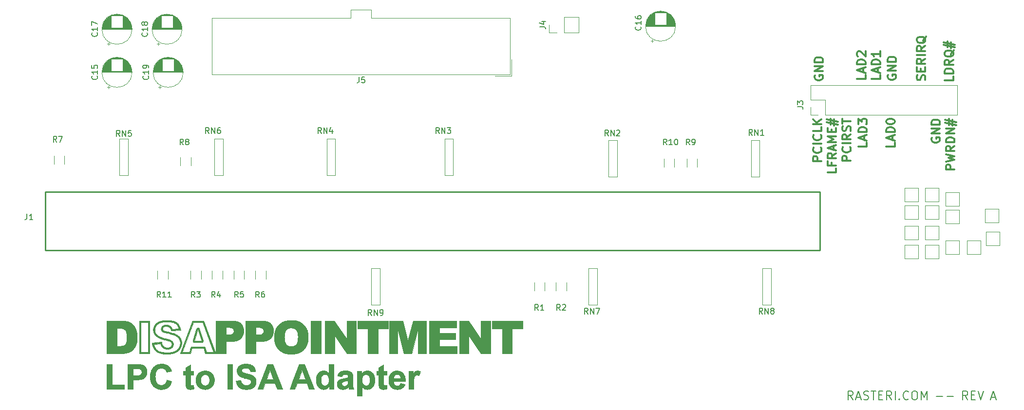
<source format=gbr>
%TF.GenerationSoftware,KiCad,Pcbnew,(7.0.0)*%
%TF.CreationDate,2023-02-18T13:29:25+00:00*%
%TF.ProjectId,testing,74657374-696e-4672-9e6b-696361645f70,rev?*%
%TF.SameCoordinates,Original*%
%TF.FileFunction,Legend,Top*%
%TF.FilePolarity,Positive*%
%FSLAX46Y46*%
G04 Gerber Fmt 4.6, Leading zero omitted, Abs format (unit mm)*
G04 Created by KiCad (PCBNEW (7.0.0)) date 2023-02-18 13:29:25*
%MOMM*%
%LPD*%
G01*
G04 APERTURE LIST*
%ADD10C,0.037500*%
%ADD11C,0.300000*%
%ADD12C,0.200000*%
%ADD13C,0.150000*%
%ADD14C,0.120000*%
%ADD15C,0.254000*%
G04 APERTURE END LIST*
D10*
G36*
X119891172Y-131687373D02*
G01*
X120731161Y-131687373D01*
X120733313Y-131807582D01*
X120736002Y-131864459D01*
X120739767Y-131919185D01*
X120744608Y-131971759D01*
X120750524Y-132022182D01*
X120757516Y-132070453D01*
X120765584Y-132116573D01*
X120774728Y-132160541D01*
X120784948Y-132202358D01*
X120796243Y-132242023D01*
X120808614Y-132279537D01*
X120822061Y-132314899D01*
X120836584Y-132348110D01*
X120852182Y-132379169D01*
X120868857Y-132408077D01*
X120894377Y-132447101D01*
X120921134Y-132483608D01*
X120949126Y-132517597D01*
X120963586Y-132533648D01*
X120978354Y-132549069D01*
X120993432Y-132563860D01*
X121008818Y-132578022D01*
X121024514Y-132591555D01*
X121040518Y-132604458D01*
X121056832Y-132616732D01*
X121073454Y-132628376D01*
X121090386Y-132639391D01*
X121107626Y-132649776D01*
X121125176Y-132659533D01*
X121143034Y-132668659D01*
X121161201Y-132677156D01*
X121179678Y-132685024D01*
X121198463Y-132692262D01*
X121217558Y-132698871D01*
X121236961Y-132704851D01*
X121256673Y-132710201D01*
X121276695Y-132714921D01*
X121297025Y-132719013D01*
X121317665Y-132722474D01*
X121338613Y-132725307D01*
X121359871Y-132727510D01*
X121381437Y-132729083D01*
X121425497Y-132730342D01*
X121460687Y-132729404D01*
X121495214Y-132726588D01*
X121529077Y-132721896D01*
X121562276Y-132715327D01*
X121594811Y-132706881D01*
X121626683Y-132696559D01*
X121657891Y-132684359D01*
X121688435Y-132670283D01*
X121718316Y-132654330D01*
X121747533Y-132636500D01*
X121776086Y-132616793D01*
X121803975Y-132595210D01*
X121831201Y-132571749D01*
X121857763Y-132546412D01*
X121883661Y-132519198D01*
X121908896Y-132490108D01*
X121933020Y-132458785D01*
X121955588Y-132425608D01*
X121976600Y-132390578D01*
X121996055Y-132353693D01*
X122013953Y-132314955D01*
X122030295Y-132274363D01*
X122045081Y-132231917D01*
X122058310Y-132187616D01*
X122069983Y-132141463D01*
X122080100Y-132093455D01*
X122088660Y-132043593D01*
X122095663Y-131991877D01*
X122101111Y-131938308D01*
X122105002Y-131882884D01*
X122107336Y-131825606D01*
X122108114Y-131766475D01*
X122107359Y-131700637D01*
X122105093Y-131637157D01*
X122101317Y-131576034D01*
X122096029Y-131517268D01*
X122089232Y-131460860D01*
X122080923Y-131406810D01*
X122071104Y-131355117D01*
X122059774Y-131305781D01*
X122046934Y-131258803D01*
X122032583Y-131214183D01*
X122016722Y-131171920D01*
X121999350Y-131132014D01*
X121980467Y-131094466D01*
X121960074Y-131059276D01*
X121938170Y-131026443D01*
X121914755Y-130995967D01*
X121890162Y-130967231D01*
X121864721Y-130940349D01*
X121838434Y-130915321D01*
X121811300Y-130892146D01*
X121783319Y-130870826D01*
X121754491Y-130851360D01*
X121724817Y-130833747D01*
X121694295Y-130817989D01*
X121662927Y-130804084D01*
X121630712Y-130792033D01*
X121597650Y-130781837D01*
X121563741Y-130773494D01*
X121528985Y-130767005D01*
X121493383Y-130762370D01*
X121456934Y-130759589D01*
X121419638Y-130758663D01*
X121383383Y-130759578D01*
X121347861Y-130762325D01*
X121313071Y-130766902D01*
X121279014Y-130773311D01*
X121245689Y-130781551D01*
X121213096Y-130791622D01*
X121181236Y-130803524D01*
X121150108Y-130817257D01*
X121119712Y-130832821D01*
X121090049Y-130850216D01*
X121061119Y-130869442D01*
X121032920Y-130890499D01*
X121005454Y-130913387D01*
X120978720Y-130938106D01*
X120952719Y-130964656D01*
X120927450Y-130993038D01*
X120903681Y-131022872D01*
X120881446Y-131054515D01*
X120860743Y-131087967D01*
X120841575Y-131123226D01*
X120823939Y-131160294D01*
X120807837Y-131199169D01*
X120793269Y-131239853D01*
X120780234Y-131282345D01*
X120768733Y-131326645D01*
X120758765Y-131372753D01*
X120750330Y-131420670D01*
X120743430Y-131470394D01*
X120738062Y-131521927D01*
X120734228Y-131575267D01*
X120731928Y-131630416D01*
X120731161Y-131687373D01*
X119891172Y-131687373D01*
X119891794Y-131645648D01*
X119896155Y-131551234D01*
X119903422Y-131459796D01*
X119913596Y-131371333D01*
X119926676Y-131285846D01*
X119942664Y-131203334D01*
X119961558Y-131123797D01*
X119983359Y-131047236D01*
X120008067Y-130973651D01*
X120035682Y-130903041D01*
X120066203Y-130835406D01*
X120099631Y-130770747D01*
X120135966Y-130709063D01*
X120175208Y-130650355D01*
X120217356Y-130594623D01*
X120262411Y-130541866D01*
X120309686Y-130491844D01*
X120358495Y-130445049D01*
X120408838Y-130401481D01*
X120460713Y-130361141D01*
X120514123Y-130324027D01*
X120569066Y-130290141D01*
X120625542Y-130259483D01*
X120683552Y-130232051D01*
X120743096Y-130207847D01*
X120804173Y-130186870D01*
X120866784Y-130169120D01*
X120930928Y-130154598D01*
X120996606Y-130143302D01*
X121063817Y-130135234D01*
X121132562Y-130130393D01*
X121202841Y-130128780D01*
X121267477Y-130130473D01*
X121331014Y-130135555D01*
X121393453Y-130144023D01*
X121454793Y-130155879D01*
X121515035Y-130171123D01*
X121574178Y-130189754D01*
X121632223Y-130211772D01*
X121689169Y-130237178D01*
X121745016Y-130265971D01*
X121799765Y-130298152D01*
X121853415Y-130333720D01*
X121905966Y-130372676D01*
X121957419Y-130415019D01*
X122007773Y-130460750D01*
X122057028Y-130509868D01*
X122105185Y-130562373D01*
X122105185Y-129015498D01*
X122928427Y-129015498D01*
X122928427Y-133310420D01*
X122163778Y-133310420D01*
X122163778Y-132853389D01*
X122139700Y-132886188D01*
X122115072Y-132917933D01*
X122089895Y-132948626D01*
X122064168Y-132978266D01*
X122037893Y-133006853D01*
X122011068Y-133034388D01*
X121983694Y-133060870D01*
X121955771Y-133086299D01*
X121927298Y-133110674D01*
X121898276Y-133133998D01*
X121868704Y-133156268D01*
X121838584Y-133177485D01*
X121807914Y-133197650D01*
X121776694Y-133216762D01*
X121744925Y-133234821D01*
X121712607Y-133251827D01*
X121680357Y-133267437D01*
X121648062Y-133282040D01*
X121615722Y-133295635D01*
X121583335Y-133308224D01*
X121550902Y-133319805D01*
X121518424Y-133330380D01*
X121485900Y-133339947D01*
X121453330Y-133348507D01*
X121420714Y-133356060D01*
X121388053Y-133362606D01*
X121355345Y-133368145D01*
X121322592Y-133372676D01*
X121289793Y-133376201D01*
X121256949Y-133378719D01*
X121224058Y-133380229D01*
X121191122Y-133380733D01*
X121124701Y-133379051D01*
X121059469Y-133374004D01*
X120995428Y-133365592D01*
X120932577Y-133353816D01*
X120870917Y-133338676D01*
X120810446Y-133320171D01*
X120751166Y-133298301D01*
X120693076Y-133273067D01*
X120636176Y-133244468D01*
X120580466Y-133212505D01*
X120525947Y-133177177D01*
X120472617Y-133138484D01*
X120420478Y-133096427D01*
X120369528Y-133051006D01*
X120319769Y-133002219D01*
X120271200Y-132950069D01*
X120225081Y-132894542D01*
X120181937Y-132836361D01*
X120141768Y-132775524D01*
X120104575Y-132712032D01*
X120070357Y-132645886D01*
X120039115Y-132577084D01*
X120010848Y-132505627D01*
X119985556Y-132431515D01*
X119963240Y-132354748D01*
X119943900Y-132275326D01*
X119927535Y-132193248D01*
X119914145Y-132108516D01*
X119903731Y-132021129D01*
X119896292Y-131931087D01*
X119891829Y-131838390D01*
X119890341Y-131743037D01*
X119891172Y-131687373D01*
G37*
X119891172Y-131687373D02*
X120731161Y-131687373D01*
X120733313Y-131807582D01*
X120736002Y-131864459D01*
X120739767Y-131919185D01*
X120744608Y-131971759D01*
X120750524Y-132022182D01*
X120757516Y-132070453D01*
X120765584Y-132116573D01*
X120774728Y-132160541D01*
X120784948Y-132202358D01*
X120796243Y-132242023D01*
X120808614Y-132279537D01*
X120822061Y-132314899D01*
X120836584Y-132348110D01*
X120852182Y-132379169D01*
X120868857Y-132408077D01*
X120894377Y-132447101D01*
X120921134Y-132483608D01*
X120949126Y-132517597D01*
X120963586Y-132533648D01*
X120978354Y-132549069D01*
X120993432Y-132563860D01*
X121008818Y-132578022D01*
X121024514Y-132591555D01*
X121040518Y-132604458D01*
X121056832Y-132616732D01*
X121073454Y-132628376D01*
X121090386Y-132639391D01*
X121107626Y-132649776D01*
X121125176Y-132659533D01*
X121143034Y-132668659D01*
X121161201Y-132677156D01*
X121179678Y-132685024D01*
X121198463Y-132692262D01*
X121217558Y-132698871D01*
X121236961Y-132704851D01*
X121256673Y-132710201D01*
X121276695Y-132714921D01*
X121297025Y-132719013D01*
X121317665Y-132722474D01*
X121338613Y-132725307D01*
X121359871Y-132727510D01*
X121381437Y-132729083D01*
X121425497Y-132730342D01*
X121460687Y-132729404D01*
X121495214Y-132726588D01*
X121529077Y-132721896D01*
X121562276Y-132715327D01*
X121594811Y-132706881D01*
X121626683Y-132696559D01*
X121657891Y-132684359D01*
X121688435Y-132670283D01*
X121718316Y-132654330D01*
X121747533Y-132636500D01*
X121776086Y-132616793D01*
X121803975Y-132595210D01*
X121831201Y-132571749D01*
X121857763Y-132546412D01*
X121883661Y-132519198D01*
X121908896Y-132490108D01*
X121933020Y-132458785D01*
X121955588Y-132425608D01*
X121976600Y-132390578D01*
X121996055Y-132353693D01*
X122013953Y-132314955D01*
X122030295Y-132274363D01*
X122045081Y-132231917D01*
X122058310Y-132187616D01*
X122069983Y-132141463D01*
X122080100Y-132093455D01*
X122088660Y-132043593D01*
X122095663Y-131991877D01*
X122101111Y-131938308D01*
X122105002Y-131882884D01*
X122107336Y-131825606D01*
X122108114Y-131766475D01*
X122107359Y-131700637D01*
X122105093Y-131637157D01*
X122101317Y-131576034D01*
X122096029Y-131517268D01*
X122089232Y-131460860D01*
X122080923Y-131406810D01*
X122071104Y-131355117D01*
X122059774Y-131305781D01*
X122046934Y-131258803D01*
X122032583Y-131214183D01*
X122016722Y-131171920D01*
X121999350Y-131132014D01*
X121980467Y-131094466D01*
X121960074Y-131059276D01*
X121938170Y-131026443D01*
X121914755Y-130995967D01*
X121890162Y-130967231D01*
X121864721Y-130940349D01*
X121838434Y-130915321D01*
X121811300Y-130892146D01*
X121783319Y-130870826D01*
X121754491Y-130851360D01*
X121724817Y-130833747D01*
X121694295Y-130817989D01*
X121662927Y-130804084D01*
X121630712Y-130792033D01*
X121597650Y-130781837D01*
X121563741Y-130773494D01*
X121528985Y-130767005D01*
X121493383Y-130762370D01*
X121456934Y-130759589D01*
X121419638Y-130758663D01*
X121383383Y-130759578D01*
X121347861Y-130762325D01*
X121313071Y-130766902D01*
X121279014Y-130773311D01*
X121245689Y-130781551D01*
X121213096Y-130791622D01*
X121181236Y-130803524D01*
X121150108Y-130817257D01*
X121119712Y-130832821D01*
X121090049Y-130850216D01*
X121061119Y-130869442D01*
X121032920Y-130890499D01*
X121005454Y-130913387D01*
X120978720Y-130938106D01*
X120952719Y-130964656D01*
X120927450Y-130993038D01*
X120903681Y-131022872D01*
X120881446Y-131054515D01*
X120860743Y-131087967D01*
X120841575Y-131123226D01*
X120823939Y-131160294D01*
X120807837Y-131199169D01*
X120793269Y-131239853D01*
X120780234Y-131282345D01*
X120768733Y-131326645D01*
X120758765Y-131372753D01*
X120750330Y-131420670D01*
X120743430Y-131470394D01*
X120738062Y-131521927D01*
X120734228Y-131575267D01*
X120731928Y-131630416D01*
X120731161Y-131687373D01*
X119891172Y-131687373D01*
X119891794Y-131645648D01*
X119896155Y-131551234D01*
X119903422Y-131459796D01*
X119913596Y-131371333D01*
X119926676Y-131285846D01*
X119942664Y-131203334D01*
X119961558Y-131123797D01*
X119983359Y-131047236D01*
X120008067Y-130973651D01*
X120035682Y-130903041D01*
X120066203Y-130835406D01*
X120099631Y-130770747D01*
X120135966Y-130709063D01*
X120175208Y-130650355D01*
X120217356Y-130594623D01*
X120262411Y-130541866D01*
X120309686Y-130491844D01*
X120358495Y-130445049D01*
X120408838Y-130401481D01*
X120460713Y-130361141D01*
X120514123Y-130324027D01*
X120569066Y-130290141D01*
X120625542Y-130259483D01*
X120683552Y-130232051D01*
X120743096Y-130207847D01*
X120804173Y-130186870D01*
X120866784Y-130169120D01*
X120930928Y-130154598D01*
X120996606Y-130143302D01*
X121063817Y-130135234D01*
X121132562Y-130130393D01*
X121202841Y-130128780D01*
X121267477Y-130130473D01*
X121331014Y-130135555D01*
X121393453Y-130144023D01*
X121454793Y-130155879D01*
X121515035Y-130171123D01*
X121574178Y-130189754D01*
X121632223Y-130211772D01*
X121689169Y-130237178D01*
X121745016Y-130265971D01*
X121799765Y-130298152D01*
X121853415Y-130333720D01*
X121905966Y-130372676D01*
X121957419Y-130415019D01*
X122007773Y-130460750D01*
X122057028Y-130509868D01*
X122105185Y-130562373D01*
X122105185Y-129015498D01*
X122928427Y-129015498D01*
X122928427Y-133310420D01*
X122163778Y-133310420D01*
X122163778Y-132853389D01*
X122139700Y-132886188D01*
X122115072Y-132917933D01*
X122089895Y-132948626D01*
X122064168Y-132978266D01*
X122037893Y-133006853D01*
X122011068Y-133034388D01*
X121983694Y-133060870D01*
X121955771Y-133086299D01*
X121927298Y-133110674D01*
X121898276Y-133133998D01*
X121868704Y-133156268D01*
X121838584Y-133177485D01*
X121807914Y-133197650D01*
X121776694Y-133216762D01*
X121744925Y-133234821D01*
X121712607Y-133251827D01*
X121680357Y-133267437D01*
X121648062Y-133282040D01*
X121615722Y-133295635D01*
X121583335Y-133308224D01*
X121550902Y-133319805D01*
X121518424Y-133330380D01*
X121485900Y-133339947D01*
X121453330Y-133348507D01*
X121420714Y-133356060D01*
X121388053Y-133362606D01*
X121355345Y-133368145D01*
X121322592Y-133372676D01*
X121289793Y-133376201D01*
X121256949Y-133378719D01*
X121224058Y-133380229D01*
X121191122Y-133380733D01*
X121124701Y-133379051D01*
X121059469Y-133374004D01*
X120995428Y-133365592D01*
X120932577Y-133353816D01*
X120870917Y-133338676D01*
X120810446Y-133320171D01*
X120751166Y-133298301D01*
X120693076Y-133273067D01*
X120636176Y-133244468D01*
X120580466Y-133212505D01*
X120525947Y-133177177D01*
X120472617Y-133138484D01*
X120420478Y-133096427D01*
X120369528Y-133051006D01*
X120319769Y-133002219D01*
X120271200Y-132950069D01*
X120225081Y-132894542D01*
X120181937Y-132836361D01*
X120141768Y-132775524D01*
X120104575Y-132712032D01*
X120070357Y-132645886D01*
X120039115Y-132577084D01*
X120010848Y-132505627D01*
X119985556Y-132431515D01*
X119963240Y-132354748D01*
X119943900Y-132275326D01*
X119927535Y-132193248D01*
X119914145Y-132108516D01*
X119903731Y-132021129D01*
X119896292Y-131931087D01*
X119891829Y-131838390D01*
X119890341Y-131743037D01*
X119891172Y-131687373D01*
G36*
X88772851Y-129016506D02*
G01*
X88944787Y-129019527D01*
X89099511Y-129024563D01*
X89237023Y-129031613D01*
X89357323Y-129040677D01*
X89460412Y-129051755D01*
X89546288Y-129064848D01*
X89614953Y-129079954D01*
X89660627Y-129092932D01*
X89705361Y-129107695D01*
X89749158Y-129124243D01*
X89792016Y-129142576D01*
X89833936Y-129162695D01*
X89874917Y-129184599D01*
X89914960Y-129208288D01*
X89954064Y-129233763D01*
X89992230Y-129261023D01*
X90029458Y-129290068D01*
X90065747Y-129320898D01*
X90101098Y-129353514D01*
X90135510Y-129387915D01*
X90168984Y-129424101D01*
X90201520Y-129462073D01*
X90233117Y-129501829D01*
X90263273Y-129542856D01*
X90291482Y-129585371D01*
X90317747Y-129629373D01*
X90342065Y-129674864D01*
X90364439Y-129721841D01*
X90384866Y-129770307D01*
X90403348Y-129820261D01*
X90419885Y-129871702D01*
X90434476Y-129924631D01*
X90447122Y-129979047D01*
X90457822Y-130034952D01*
X90466577Y-130092344D01*
X90473386Y-130151224D01*
X90478250Y-130211592D01*
X90481168Y-130273447D01*
X90482141Y-130336790D01*
X90481580Y-130385737D01*
X90479898Y-130433699D01*
X90477094Y-130480677D01*
X90473169Y-130526671D01*
X90468122Y-130571681D01*
X90461954Y-130615706D01*
X90454664Y-130658747D01*
X90446252Y-130700804D01*
X90436719Y-130741877D01*
X90426065Y-130781966D01*
X90414289Y-130821070D01*
X90401392Y-130859191D01*
X90387372Y-130896327D01*
X90372232Y-130932478D01*
X90355970Y-130967646D01*
X90338586Y-131001829D01*
X90320333Y-131035074D01*
X90301461Y-131067427D01*
X90281972Y-131098886D01*
X90261864Y-131129454D01*
X90241139Y-131159128D01*
X90219796Y-131187910D01*
X90197835Y-131215800D01*
X90175256Y-131242796D01*
X90152059Y-131268900D01*
X90128244Y-131294112D01*
X90103811Y-131318430D01*
X90078760Y-131341857D01*
X90053090Y-131364390D01*
X90026803Y-131386031D01*
X89999898Y-131406779D01*
X89972375Y-131426634D01*
X89944875Y-131445277D01*
X89917306Y-131463118D01*
X89889669Y-131480159D01*
X89861962Y-131496398D01*
X89834188Y-131511836D01*
X89806344Y-131526473D01*
X89778432Y-131540309D01*
X89750451Y-131553344D01*
X89722402Y-131565578D01*
X89694284Y-131577010D01*
X89666097Y-131587642D01*
X89637841Y-131597472D01*
X89609517Y-131606501D01*
X89581124Y-131614730D01*
X89552663Y-131622157D01*
X89524133Y-131628783D01*
X89442147Y-131643202D01*
X89351464Y-131655699D01*
X89252083Y-131666273D01*
X89144006Y-131674925D01*
X89027230Y-131681654D01*
X88901757Y-131686461D01*
X88767587Y-131689345D01*
X88624719Y-131690306D01*
X88059289Y-131690306D01*
X88059289Y-133310420D01*
X87192102Y-133310420D01*
X87192102Y-129742061D01*
X88059289Y-129742061D01*
X88059289Y-130960811D01*
X88533898Y-130960811D01*
X88656763Y-130959758D01*
X88769006Y-130956600D01*
X88870630Y-130951336D01*
X88961634Y-130943966D01*
X89042017Y-130934491D01*
X89111780Y-130922910D01*
X89170923Y-130909223D01*
X89196512Y-130901590D01*
X89219445Y-130893431D01*
X89240754Y-130884711D01*
X89261468Y-130875395D01*
X89281586Y-130865485D01*
X89301110Y-130854979D01*
X89320038Y-130843879D01*
X89338372Y-130832183D01*
X89356110Y-130819892D01*
X89373254Y-130807006D01*
X89389802Y-130793525D01*
X89405755Y-130779448D01*
X89421113Y-130764777D01*
X89435876Y-130749511D01*
X89450044Y-130733649D01*
X89463616Y-130717192D01*
X89476594Y-130700140D01*
X89488977Y-130682493D01*
X89501039Y-130664366D01*
X89512323Y-130645872D01*
X89522829Y-130627012D01*
X89532556Y-130607786D01*
X89541505Y-130588194D01*
X89549676Y-130568235D01*
X89557069Y-130547910D01*
X89563684Y-130527219D01*
X89569520Y-130506162D01*
X89574579Y-130484739D01*
X89578859Y-130462949D01*
X89582360Y-130440794D01*
X89585084Y-130418272D01*
X89587030Y-130395384D01*
X89588197Y-130372130D01*
X89588586Y-130348509D01*
X89588048Y-130319533D01*
X89586434Y-130291197D01*
X89583745Y-130263503D01*
X89579980Y-130236449D01*
X89575139Y-130210036D01*
X89569222Y-130184264D01*
X89562230Y-130159133D01*
X89554162Y-130134643D01*
X89545018Y-130110793D01*
X89534798Y-130087584D01*
X89523503Y-130065017D01*
X89511132Y-130043090D01*
X89497685Y-130021804D01*
X89483163Y-130001158D01*
X89467565Y-129981154D01*
X89450891Y-129961790D01*
X89433393Y-129943194D01*
X89415323Y-129925489D01*
X89396680Y-129908678D01*
X89377466Y-129892759D01*
X89357679Y-129877733D01*
X89337320Y-129863600D01*
X89316389Y-129850359D01*
X89294885Y-129838011D01*
X89272809Y-129826556D01*
X89250162Y-129815993D01*
X89226941Y-129806323D01*
X89203149Y-129797545D01*
X89178785Y-129789660D01*
X89153848Y-129782668D01*
X89128339Y-129776568D01*
X89102258Y-129771361D01*
X89058542Y-129764495D01*
X89005029Y-129758545D01*
X88941721Y-129753510D01*
X88868616Y-129749390D01*
X88785715Y-129746186D01*
X88693018Y-129743898D01*
X88590524Y-129742524D01*
X88478234Y-129742067D01*
X88059289Y-129742061D01*
X87192102Y-129742061D01*
X87192102Y-129015498D01*
X88583703Y-129015498D01*
X88772851Y-129016506D01*
G37*
X88772851Y-129016506D02*
X88944787Y-129019527D01*
X89099511Y-129024563D01*
X89237023Y-129031613D01*
X89357323Y-129040677D01*
X89460412Y-129051755D01*
X89546288Y-129064848D01*
X89614953Y-129079954D01*
X89660627Y-129092932D01*
X89705361Y-129107695D01*
X89749158Y-129124243D01*
X89792016Y-129142576D01*
X89833936Y-129162695D01*
X89874917Y-129184599D01*
X89914960Y-129208288D01*
X89954064Y-129233763D01*
X89992230Y-129261023D01*
X90029458Y-129290068D01*
X90065747Y-129320898D01*
X90101098Y-129353514D01*
X90135510Y-129387915D01*
X90168984Y-129424101D01*
X90201520Y-129462073D01*
X90233117Y-129501829D01*
X90263273Y-129542856D01*
X90291482Y-129585371D01*
X90317747Y-129629373D01*
X90342065Y-129674864D01*
X90364439Y-129721841D01*
X90384866Y-129770307D01*
X90403348Y-129820261D01*
X90419885Y-129871702D01*
X90434476Y-129924631D01*
X90447122Y-129979047D01*
X90457822Y-130034952D01*
X90466577Y-130092344D01*
X90473386Y-130151224D01*
X90478250Y-130211592D01*
X90481168Y-130273447D01*
X90482141Y-130336790D01*
X90481580Y-130385737D01*
X90479898Y-130433699D01*
X90477094Y-130480677D01*
X90473169Y-130526671D01*
X90468122Y-130571681D01*
X90461954Y-130615706D01*
X90454664Y-130658747D01*
X90446252Y-130700804D01*
X90436719Y-130741877D01*
X90426065Y-130781966D01*
X90414289Y-130821070D01*
X90401392Y-130859191D01*
X90387372Y-130896327D01*
X90372232Y-130932478D01*
X90355970Y-130967646D01*
X90338586Y-131001829D01*
X90320333Y-131035074D01*
X90301461Y-131067427D01*
X90281972Y-131098886D01*
X90261864Y-131129454D01*
X90241139Y-131159128D01*
X90219796Y-131187910D01*
X90197835Y-131215800D01*
X90175256Y-131242796D01*
X90152059Y-131268900D01*
X90128244Y-131294112D01*
X90103811Y-131318430D01*
X90078760Y-131341857D01*
X90053090Y-131364390D01*
X90026803Y-131386031D01*
X89999898Y-131406779D01*
X89972375Y-131426634D01*
X89944875Y-131445277D01*
X89917306Y-131463118D01*
X89889669Y-131480159D01*
X89861962Y-131496398D01*
X89834188Y-131511836D01*
X89806344Y-131526473D01*
X89778432Y-131540309D01*
X89750451Y-131553344D01*
X89722402Y-131565578D01*
X89694284Y-131577010D01*
X89666097Y-131587642D01*
X89637841Y-131597472D01*
X89609517Y-131606501D01*
X89581124Y-131614730D01*
X89552663Y-131622157D01*
X89524133Y-131628783D01*
X89442147Y-131643202D01*
X89351464Y-131655699D01*
X89252083Y-131666273D01*
X89144006Y-131674925D01*
X89027230Y-131681654D01*
X88901757Y-131686461D01*
X88767587Y-131689345D01*
X88624719Y-131690306D01*
X88059289Y-131690306D01*
X88059289Y-133310420D01*
X87192102Y-133310420D01*
X87192102Y-129742061D01*
X88059289Y-129742061D01*
X88059289Y-130960811D01*
X88533898Y-130960811D01*
X88656763Y-130959758D01*
X88769006Y-130956600D01*
X88870630Y-130951336D01*
X88961634Y-130943966D01*
X89042017Y-130934491D01*
X89111780Y-130922910D01*
X89170923Y-130909223D01*
X89196512Y-130901590D01*
X89219445Y-130893431D01*
X89240754Y-130884711D01*
X89261468Y-130875395D01*
X89281586Y-130865485D01*
X89301110Y-130854979D01*
X89320038Y-130843879D01*
X89338372Y-130832183D01*
X89356110Y-130819892D01*
X89373254Y-130807006D01*
X89389802Y-130793525D01*
X89405755Y-130779448D01*
X89421113Y-130764777D01*
X89435876Y-130749511D01*
X89450044Y-130733649D01*
X89463616Y-130717192D01*
X89476594Y-130700140D01*
X89488977Y-130682493D01*
X89501039Y-130664366D01*
X89512323Y-130645872D01*
X89522829Y-130627012D01*
X89532556Y-130607786D01*
X89541505Y-130588194D01*
X89549676Y-130568235D01*
X89557069Y-130547910D01*
X89563684Y-130527219D01*
X89569520Y-130506162D01*
X89574579Y-130484739D01*
X89578859Y-130462949D01*
X89582360Y-130440794D01*
X89585084Y-130418272D01*
X89587030Y-130395384D01*
X89588197Y-130372130D01*
X89588586Y-130348509D01*
X89588048Y-130319533D01*
X89586434Y-130291197D01*
X89583745Y-130263503D01*
X89579980Y-130236449D01*
X89575139Y-130210036D01*
X89569222Y-130184264D01*
X89562230Y-130159133D01*
X89554162Y-130134643D01*
X89545018Y-130110793D01*
X89534798Y-130087584D01*
X89523503Y-130065017D01*
X89511132Y-130043090D01*
X89497685Y-130021804D01*
X89483163Y-130001158D01*
X89467565Y-129981154D01*
X89450891Y-129961790D01*
X89433393Y-129943194D01*
X89415323Y-129925489D01*
X89396680Y-129908678D01*
X89377466Y-129892759D01*
X89357679Y-129877733D01*
X89337320Y-129863600D01*
X89316389Y-129850359D01*
X89294885Y-129838011D01*
X89272809Y-129826556D01*
X89250162Y-129815993D01*
X89226941Y-129806323D01*
X89203149Y-129797545D01*
X89178785Y-129789660D01*
X89153848Y-129782668D01*
X89128339Y-129776568D01*
X89102258Y-129771361D01*
X89058542Y-129764495D01*
X89005029Y-129758545D01*
X88941721Y-129753510D01*
X88868616Y-129749390D01*
X88785715Y-129746186D01*
X88693018Y-129743898D01*
X88590524Y-129742524D01*
X88478234Y-129742067D01*
X88059289Y-129742061D01*
X87192102Y-129742061D01*
X87192102Y-129015498D01*
X88583703Y-129015498D01*
X88772851Y-129016506D01*
G36*
X84417688Y-132586787D02*
G01*
X86573938Y-132586787D01*
X86573938Y-133310420D01*
X83550500Y-133310420D01*
X83550500Y-129050655D01*
X84417688Y-129050655D01*
X84417688Y-132586787D01*
G37*
X84417688Y-132586787D02*
X86573938Y-132586787D01*
X86573938Y-133310420D01*
X83550500Y-133310420D01*
X83550500Y-129050655D01*
X84417688Y-129050655D01*
X84417688Y-132586787D01*
G36*
X124355190Y-131148311D02*
G01*
X124355173Y-131148311D01*
X124355174Y-131148308D01*
X124355190Y-131148311D01*
G37*
X124355190Y-131148311D02*
X124355173Y-131148311D01*
X124355174Y-131148308D01*
X124355190Y-131148311D01*
G36*
X123526654Y-132375850D02*
G01*
X124346401Y-132375850D01*
X124346905Y-132397274D01*
X124348415Y-132418331D01*
X124350933Y-132439022D01*
X124354458Y-132459347D01*
X124358989Y-132479306D01*
X124364528Y-132498898D01*
X124371074Y-132518124D01*
X124378626Y-132536984D01*
X124387186Y-132555478D01*
X124396753Y-132573605D01*
X124407327Y-132591366D01*
X124418908Y-132608761D01*
X124431496Y-132625790D01*
X124445091Y-132642452D01*
X124459693Y-132658748D01*
X124475302Y-132674678D01*
X124491690Y-132689933D01*
X124508628Y-132704203D01*
X124526115Y-132717490D01*
X124544151Y-132729792D01*
X124562736Y-132741110D01*
X124581871Y-132751444D01*
X124601555Y-132760794D01*
X124621788Y-132769160D01*
X124642571Y-132776541D01*
X124663903Y-132782939D01*
X124685784Y-132788352D01*
X124708214Y-132792781D01*
X124731193Y-132796226D01*
X124754722Y-132798686D01*
X124778800Y-132800163D01*
X124803427Y-132800655D01*
X124831179Y-132800083D01*
X124858772Y-132798366D01*
X124886204Y-132795505D01*
X124913476Y-132791500D01*
X124940587Y-132786350D01*
X124967538Y-132780056D01*
X124994329Y-132772617D01*
X125020960Y-132764034D01*
X125047430Y-132754307D01*
X125073740Y-132743435D01*
X125099889Y-132731419D01*
X125125879Y-132718258D01*
X125151707Y-132703953D01*
X125177376Y-132688503D01*
X125202884Y-132671909D01*
X125228232Y-132654170D01*
X125246508Y-132640059D01*
X125263983Y-132625559D01*
X125280657Y-132610670D01*
X125296530Y-132595392D01*
X125311602Y-132579725D01*
X125325873Y-132563669D01*
X125339343Y-132547224D01*
X125352012Y-132530390D01*
X125363879Y-132513166D01*
X125374946Y-132495554D01*
X125385211Y-132477552D01*
X125394675Y-132459162D01*
X125403338Y-132440382D01*
X125411200Y-132421214D01*
X125418261Y-132401656D01*
X125424521Y-132381709D01*
X125428425Y-132367782D01*
X125432079Y-132352367D01*
X125435480Y-132335464D01*
X125438629Y-132317073D01*
X125441526Y-132297195D01*
X125444172Y-132275829D01*
X125448707Y-132228634D01*
X125452234Y-132175488D01*
X125454754Y-132116390D01*
X125456266Y-132051342D01*
X125456770Y-131980342D01*
X125456753Y-131816280D01*
X125414318Y-131829783D01*
X125366116Y-131843927D01*
X125312145Y-131858713D01*
X125252407Y-131874140D01*
X125186901Y-131890207D01*
X125115627Y-131906916D01*
X125038586Y-131924266D01*
X124955776Y-131942256D01*
X124873791Y-131960521D01*
X124799221Y-131978695D01*
X124732067Y-131996777D01*
X124672329Y-132014767D01*
X124620007Y-132032666D01*
X124575100Y-132050473D01*
X124555428Y-132059342D01*
X124537609Y-132068188D01*
X124521645Y-132077011D01*
X124507534Y-132085811D01*
X124488022Y-132100333D01*
X124469769Y-132115337D01*
X124452775Y-132130821D01*
X124437039Y-132146785D01*
X124422563Y-132163230D01*
X124409345Y-132180156D01*
X124397386Y-132197563D01*
X124386685Y-132215450D01*
X124377244Y-132233817D01*
X124369061Y-132252666D01*
X124362137Y-132271995D01*
X124356472Y-132291805D01*
X124352066Y-132312095D01*
X124348919Y-132332866D01*
X124347031Y-132354118D01*
X124346401Y-132375850D01*
X123526654Y-132375850D01*
X123527571Y-132363994D01*
X123531016Y-132332637D01*
X123535445Y-132301738D01*
X123540858Y-132271297D01*
X123547255Y-132241314D01*
X123554637Y-132211788D01*
X123563003Y-132182720D01*
X123572352Y-132154110D01*
X123582686Y-132125957D01*
X123594005Y-132098263D01*
X123606307Y-132071026D01*
X123619593Y-132044246D01*
X123633864Y-132017925D01*
X123649119Y-131992061D01*
X123665254Y-131966449D01*
X123682168Y-131941616D01*
X123699861Y-131917560D01*
X123718331Y-131894283D01*
X123737580Y-131871784D01*
X123757607Y-131850063D01*
X123778412Y-131829121D01*
X123799996Y-131808956D01*
X123822358Y-131789570D01*
X123845498Y-131770962D01*
X123869416Y-131753132D01*
X123894113Y-131736080D01*
X123919587Y-131719806D01*
X123945840Y-131704311D01*
X123972872Y-131689594D01*
X124000681Y-131675655D01*
X124030024Y-131661853D01*
X124060923Y-131648281D01*
X124093378Y-131634937D01*
X124127390Y-131621822D01*
X124200082Y-131596279D01*
X124279001Y-131571651D01*
X124364145Y-131547939D01*
X124455514Y-131525143D01*
X124553110Y-131503261D01*
X124656931Y-131482295D01*
X124795680Y-131455424D01*
X124923351Y-131429011D01*
X125039943Y-131403056D01*
X125145458Y-131377558D01*
X125239894Y-131352519D01*
X125323253Y-131327937D01*
X125395533Y-131303813D01*
X125456736Y-131280147D01*
X125456736Y-131198116D01*
X125456278Y-131168990D01*
X125454905Y-131140941D01*
X125452616Y-131113967D01*
X125449411Y-131088069D01*
X125445291Y-131063247D01*
X125440256Y-131039501D01*
X125434305Y-131016830D01*
X125427438Y-130995235D01*
X125419656Y-130974716D01*
X125410958Y-130955272D01*
X125401345Y-130936905D01*
X125390817Y-130919613D01*
X125379373Y-130903396D01*
X125367013Y-130888256D01*
X125353739Y-130874191D01*
X125339548Y-130861202D01*
X125324088Y-130848785D01*
X125307002Y-130837169D01*
X125288291Y-130826355D01*
X125267955Y-130816341D01*
X125245993Y-130807129D01*
X125222407Y-130798717D01*
X125197195Y-130791107D01*
X125170359Y-130784298D01*
X125141897Y-130778289D01*
X125111810Y-130773082D01*
X125080098Y-130768676D01*
X125046760Y-130765071D01*
X125011798Y-130762267D01*
X124975210Y-130760265D01*
X124936998Y-130759063D01*
X124897160Y-130758663D01*
X124870073Y-130759006D01*
X124843741Y-130760036D01*
X124818164Y-130761752D01*
X124793342Y-130764156D01*
X124769276Y-130767246D01*
X124745964Y-130771022D01*
X124723408Y-130775485D01*
X124701607Y-130780635D01*
X124680562Y-130786472D01*
X124660271Y-130792995D01*
X124640736Y-130800205D01*
X124621955Y-130808101D01*
X124603930Y-130816684D01*
X124586660Y-130825954D01*
X124570146Y-130835910D01*
X124554386Y-130846553D01*
X124539189Y-130857688D01*
X124524357Y-130869853D01*
X124509892Y-130883048D01*
X124495793Y-130897273D01*
X124482060Y-130912528D01*
X124468694Y-130928813D01*
X124455693Y-130946128D01*
X124443060Y-130964473D01*
X124430792Y-130983848D01*
X124418890Y-131004253D01*
X124407355Y-131025688D01*
X124396186Y-131048153D01*
X124385384Y-131071647D01*
X124374947Y-131096172D01*
X124364877Y-131121726D01*
X124355174Y-131148308D01*
X123608114Y-131013545D01*
X123624571Y-130958064D01*
X123642446Y-130904414D01*
X123661741Y-130852595D01*
X123682454Y-130802607D01*
X123704587Y-130754450D01*
X123728139Y-130708125D01*
X123753111Y-130663630D01*
X123779501Y-130620966D01*
X123807311Y-130580134D01*
X123836539Y-130541133D01*
X123867187Y-130503962D01*
X123899254Y-130468623D01*
X123932740Y-130435115D01*
X123967646Y-130403438D01*
X124003970Y-130373592D01*
X124041714Y-130345577D01*
X124081333Y-130319324D01*
X124123287Y-130294765D01*
X124167576Y-130271900D01*
X124214199Y-130250728D01*
X124263157Y-130231250D01*
X124314449Y-130213466D01*
X124368076Y-130197376D01*
X124424038Y-130182979D01*
X124482334Y-130170276D01*
X124542965Y-130159267D01*
X124605930Y-130149951D01*
X124671230Y-130142330D01*
X124738865Y-130136402D01*
X124808834Y-130132167D01*
X124881138Y-130129627D01*
X124955776Y-130128780D01*
X125089076Y-130130840D01*
X125213587Y-130137019D01*
X125329309Y-130147319D01*
X125383875Y-130154014D01*
X125436243Y-130161739D01*
X125486414Y-130170493D01*
X125534388Y-130180278D01*
X125580164Y-130191093D01*
X125623744Y-130202937D01*
X125665126Y-130215812D01*
X125704311Y-130229717D01*
X125741298Y-130244651D01*
X125776089Y-130260616D01*
X125809150Y-130277015D01*
X125840953Y-130293986D01*
X125871496Y-130311530D01*
X125900781Y-130329646D01*
X125928808Y-130348334D01*
X125955575Y-130367595D01*
X125981084Y-130387427D01*
X126005334Y-130407832D01*
X126028325Y-130428809D01*
X126050058Y-130450358D01*
X126070531Y-130472480D01*
X126089746Y-130495174D01*
X126107703Y-130518439D01*
X126124400Y-130542278D01*
X126139839Y-130566688D01*
X126154019Y-130591670D01*
X126167499Y-130617889D01*
X126180110Y-130646739D01*
X126191851Y-130678222D01*
X126202722Y-130712336D01*
X126212724Y-130749083D01*
X126221856Y-130788462D01*
X126230118Y-130830474D01*
X126237510Y-130875117D01*
X126244033Y-130922393D01*
X126249686Y-130972301D01*
X126254470Y-131024840D01*
X126258383Y-131080012D01*
X126261427Y-131137817D01*
X126263601Y-131198253D01*
X126264906Y-131261321D01*
X126265341Y-131327022D01*
X126256563Y-132287959D01*
X126257159Y-132387157D01*
X126258944Y-132479672D01*
X126261920Y-132565503D01*
X126266087Y-132644650D01*
X126271444Y-132717114D01*
X126277992Y-132782895D01*
X126285731Y-132841991D01*
X126294661Y-132894405D01*
X126305970Y-132943202D01*
X126319384Y-132992916D01*
X126334903Y-133043545D01*
X126352527Y-133095089D01*
X126372256Y-133147549D01*
X126394089Y-133200924D01*
X126418027Y-133255215D01*
X126444069Y-133310420D01*
X125629622Y-133310420D01*
X125621332Y-133288677D01*
X125612585Y-133264461D01*
X125603382Y-133237774D01*
X125593723Y-133208614D01*
X125583607Y-133176982D01*
X125573035Y-133142878D01*
X125550520Y-133067256D01*
X125541010Y-133033749D01*
X125532952Y-133006467D01*
X125526346Y-132985409D01*
X125523589Y-132977215D01*
X125521195Y-132970577D01*
X125494713Y-132995810D01*
X125468002Y-133020243D01*
X125441063Y-133043875D01*
X125413894Y-133066706D01*
X125386497Y-133088736D01*
X125358871Y-133109964D01*
X125331016Y-133130392D01*
X125302931Y-133150018D01*
X125274618Y-133168844D01*
X125246076Y-133186869D01*
X125217305Y-133204092D01*
X125188306Y-133220514D01*
X125159077Y-133236136D01*
X125129619Y-133250956D01*
X125099933Y-133264976D01*
X125070017Y-133278194D01*
X125039862Y-133290611D01*
X125009455Y-133302227D01*
X124978797Y-133313042D01*
X124947886Y-133323055D01*
X124916724Y-133332268D01*
X124885310Y-133340679D01*
X124853644Y-133348290D01*
X124821727Y-133355099D01*
X124789557Y-133361107D01*
X124757136Y-133366314D01*
X124724463Y-133370720D01*
X124691538Y-133374324D01*
X124658362Y-133377128D01*
X124624933Y-133379131D01*
X124591253Y-133380332D01*
X124557322Y-133380733D01*
X124498052Y-133379714D01*
X124440362Y-133376659D01*
X124384252Y-133371566D01*
X124329720Y-133364437D01*
X124276768Y-133355270D01*
X124225395Y-133344066D01*
X124175602Y-133330826D01*
X124127388Y-133315548D01*
X124080753Y-133298233D01*
X124035698Y-133278881D01*
X123992222Y-133257492D01*
X123950325Y-133234066D01*
X123910008Y-133208603D01*
X123871270Y-133181103D01*
X123834112Y-133151565D01*
X123798533Y-133119991D01*
X123765185Y-133086860D01*
X123733988Y-133052653D01*
X123704944Y-133017371D01*
X123678050Y-132981012D01*
X123653308Y-132943579D01*
X123630717Y-132905069D01*
X123610278Y-132865484D01*
X123591990Y-132824823D01*
X123575854Y-132783087D01*
X123561869Y-132740274D01*
X123550036Y-132696386D01*
X123540354Y-132651423D01*
X123532824Y-132605383D01*
X123527445Y-132558268D01*
X123524218Y-132510077D01*
X123523142Y-132460811D01*
X123523634Y-132428081D01*
X123525110Y-132395809D01*
X123526654Y-132375850D01*
G37*
X123526654Y-132375850D02*
X124346401Y-132375850D01*
X124346905Y-132397274D01*
X124348415Y-132418331D01*
X124350933Y-132439022D01*
X124354458Y-132459347D01*
X124358989Y-132479306D01*
X124364528Y-132498898D01*
X124371074Y-132518124D01*
X124378626Y-132536984D01*
X124387186Y-132555478D01*
X124396753Y-132573605D01*
X124407327Y-132591366D01*
X124418908Y-132608761D01*
X124431496Y-132625790D01*
X124445091Y-132642452D01*
X124459693Y-132658748D01*
X124475302Y-132674678D01*
X124491690Y-132689933D01*
X124508628Y-132704203D01*
X124526115Y-132717490D01*
X124544151Y-132729792D01*
X124562736Y-132741110D01*
X124581871Y-132751444D01*
X124601555Y-132760794D01*
X124621788Y-132769160D01*
X124642571Y-132776541D01*
X124663903Y-132782939D01*
X124685784Y-132788352D01*
X124708214Y-132792781D01*
X124731193Y-132796226D01*
X124754722Y-132798686D01*
X124778800Y-132800163D01*
X124803427Y-132800655D01*
X124831179Y-132800083D01*
X124858772Y-132798366D01*
X124886204Y-132795505D01*
X124913476Y-132791500D01*
X124940587Y-132786350D01*
X124967538Y-132780056D01*
X124994329Y-132772617D01*
X125020960Y-132764034D01*
X125047430Y-132754307D01*
X125073740Y-132743435D01*
X125099889Y-132731419D01*
X125125879Y-132718258D01*
X125151707Y-132703953D01*
X125177376Y-132688503D01*
X125202884Y-132671909D01*
X125228232Y-132654170D01*
X125246508Y-132640059D01*
X125263983Y-132625559D01*
X125280657Y-132610670D01*
X125296530Y-132595392D01*
X125311602Y-132579725D01*
X125325873Y-132563669D01*
X125339343Y-132547224D01*
X125352012Y-132530390D01*
X125363879Y-132513166D01*
X125374946Y-132495554D01*
X125385211Y-132477552D01*
X125394675Y-132459162D01*
X125403338Y-132440382D01*
X125411200Y-132421214D01*
X125418261Y-132401656D01*
X125424521Y-132381709D01*
X125428425Y-132367782D01*
X125432079Y-132352367D01*
X125435480Y-132335464D01*
X125438629Y-132317073D01*
X125441526Y-132297195D01*
X125444172Y-132275829D01*
X125448707Y-132228634D01*
X125452234Y-132175488D01*
X125454754Y-132116390D01*
X125456266Y-132051342D01*
X125456770Y-131980342D01*
X125456753Y-131816280D01*
X125414318Y-131829783D01*
X125366116Y-131843927D01*
X125312145Y-131858713D01*
X125252407Y-131874140D01*
X125186901Y-131890207D01*
X125115627Y-131906916D01*
X125038586Y-131924266D01*
X124955776Y-131942256D01*
X124873791Y-131960521D01*
X124799221Y-131978695D01*
X124732067Y-131996777D01*
X124672329Y-132014767D01*
X124620007Y-132032666D01*
X124575100Y-132050473D01*
X124555428Y-132059342D01*
X124537609Y-132068188D01*
X124521645Y-132077011D01*
X124507534Y-132085811D01*
X124488022Y-132100333D01*
X124469769Y-132115337D01*
X124452775Y-132130821D01*
X124437039Y-132146785D01*
X124422563Y-132163230D01*
X124409345Y-132180156D01*
X124397386Y-132197563D01*
X124386685Y-132215450D01*
X124377244Y-132233817D01*
X124369061Y-132252666D01*
X124362137Y-132271995D01*
X124356472Y-132291805D01*
X124352066Y-132312095D01*
X124348919Y-132332866D01*
X124347031Y-132354118D01*
X124346401Y-132375850D01*
X123526654Y-132375850D01*
X123527571Y-132363994D01*
X123531016Y-132332637D01*
X123535445Y-132301738D01*
X123540858Y-132271297D01*
X123547255Y-132241314D01*
X123554637Y-132211788D01*
X123563003Y-132182720D01*
X123572352Y-132154110D01*
X123582686Y-132125957D01*
X123594005Y-132098263D01*
X123606307Y-132071026D01*
X123619593Y-132044246D01*
X123633864Y-132017925D01*
X123649119Y-131992061D01*
X123665254Y-131966449D01*
X123682168Y-131941616D01*
X123699861Y-131917560D01*
X123718331Y-131894283D01*
X123737580Y-131871784D01*
X123757607Y-131850063D01*
X123778412Y-131829121D01*
X123799996Y-131808956D01*
X123822358Y-131789570D01*
X123845498Y-131770962D01*
X123869416Y-131753132D01*
X123894113Y-131736080D01*
X123919587Y-131719806D01*
X123945840Y-131704311D01*
X123972872Y-131689594D01*
X124000681Y-131675655D01*
X124030024Y-131661853D01*
X124060923Y-131648281D01*
X124093378Y-131634937D01*
X124127390Y-131621822D01*
X124200082Y-131596279D01*
X124279001Y-131571651D01*
X124364145Y-131547939D01*
X124455514Y-131525143D01*
X124553110Y-131503261D01*
X124656931Y-131482295D01*
X124795680Y-131455424D01*
X124923351Y-131429011D01*
X125039943Y-131403056D01*
X125145458Y-131377558D01*
X125239894Y-131352519D01*
X125323253Y-131327937D01*
X125395533Y-131303813D01*
X125456736Y-131280147D01*
X125456736Y-131198116D01*
X125456278Y-131168990D01*
X125454905Y-131140941D01*
X125452616Y-131113967D01*
X125449411Y-131088069D01*
X125445291Y-131063247D01*
X125440256Y-131039501D01*
X125434305Y-131016830D01*
X125427438Y-130995235D01*
X125419656Y-130974716D01*
X125410958Y-130955272D01*
X125401345Y-130936905D01*
X125390817Y-130919613D01*
X125379373Y-130903396D01*
X125367013Y-130888256D01*
X125353739Y-130874191D01*
X125339548Y-130861202D01*
X125324088Y-130848785D01*
X125307002Y-130837169D01*
X125288291Y-130826355D01*
X125267955Y-130816341D01*
X125245993Y-130807129D01*
X125222407Y-130798717D01*
X125197195Y-130791107D01*
X125170359Y-130784298D01*
X125141897Y-130778289D01*
X125111810Y-130773082D01*
X125080098Y-130768676D01*
X125046760Y-130765071D01*
X125011798Y-130762267D01*
X124975210Y-130760265D01*
X124936998Y-130759063D01*
X124897160Y-130758663D01*
X124870073Y-130759006D01*
X124843741Y-130760036D01*
X124818164Y-130761752D01*
X124793342Y-130764156D01*
X124769276Y-130767246D01*
X124745964Y-130771022D01*
X124723408Y-130775485D01*
X124701607Y-130780635D01*
X124680562Y-130786472D01*
X124660271Y-130792995D01*
X124640736Y-130800205D01*
X124621955Y-130808101D01*
X124603930Y-130816684D01*
X124586660Y-130825954D01*
X124570146Y-130835910D01*
X124554386Y-130846553D01*
X124539189Y-130857688D01*
X124524357Y-130869853D01*
X124509892Y-130883048D01*
X124495793Y-130897273D01*
X124482060Y-130912528D01*
X124468694Y-130928813D01*
X124455693Y-130946128D01*
X124443060Y-130964473D01*
X124430792Y-130983848D01*
X124418890Y-131004253D01*
X124407355Y-131025688D01*
X124396186Y-131048153D01*
X124385384Y-131071647D01*
X124374947Y-131096172D01*
X124364877Y-131121726D01*
X124355174Y-131148308D01*
X123608114Y-131013545D01*
X123624571Y-130958064D01*
X123642446Y-130904414D01*
X123661741Y-130852595D01*
X123682454Y-130802607D01*
X123704587Y-130754450D01*
X123728139Y-130708125D01*
X123753111Y-130663630D01*
X123779501Y-130620966D01*
X123807311Y-130580134D01*
X123836539Y-130541133D01*
X123867187Y-130503962D01*
X123899254Y-130468623D01*
X123932740Y-130435115D01*
X123967646Y-130403438D01*
X124003970Y-130373592D01*
X124041714Y-130345577D01*
X124081333Y-130319324D01*
X124123287Y-130294765D01*
X124167576Y-130271900D01*
X124214199Y-130250728D01*
X124263157Y-130231250D01*
X124314449Y-130213466D01*
X124368076Y-130197376D01*
X124424038Y-130182979D01*
X124482334Y-130170276D01*
X124542965Y-130159267D01*
X124605930Y-130149951D01*
X124671230Y-130142330D01*
X124738865Y-130136402D01*
X124808834Y-130132167D01*
X124881138Y-130129627D01*
X124955776Y-130128780D01*
X125089076Y-130130840D01*
X125213587Y-130137019D01*
X125329309Y-130147319D01*
X125383875Y-130154014D01*
X125436243Y-130161739D01*
X125486414Y-130170493D01*
X125534388Y-130180278D01*
X125580164Y-130191093D01*
X125623744Y-130202937D01*
X125665126Y-130215812D01*
X125704311Y-130229717D01*
X125741298Y-130244651D01*
X125776089Y-130260616D01*
X125809150Y-130277015D01*
X125840953Y-130293986D01*
X125871496Y-130311530D01*
X125900781Y-130329646D01*
X125928808Y-130348334D01*
X125955575Y-130367595D01*
X125981084Y-130387427D01*
X126005334Y-130407832D01*
X126028325Y-130428809D01*
X126050058Y-130450358D01*
X126070531Y-130472480D01*
X126089746Y-130495174D01*
X126107703Y-130518439D01*
X126124400Y-130542278D01*
X126139839Y-130566688D01*
X126154019Y-130591670D01*
X126167499Y-130617889D01*
X126180110Y-130646739D01*
X126191851Y-130678222D01*
X126202722Y-130712336D01*
X126212724Y-130749083D01*
X126221856Y-130788462D01*
X126230118Y-130830474D01*
X126237510Y-130875117D01*
X126244033Y-130922393D01*
X126249686Y-130972301D01*
X126254470Y-131024840D01*
X126258383Y-131080012D01*
X126261427Y-131137817D01*
X126263601Y-131198253D01*
X126264906Y-131261321D01*
X126265341Y-131327022D01*
X126256563Y-132287959D01*
X126257159Y-132387157D01*
X126258944Y-132479672D01*
X126261920Y-132565503D01*
X126266087Y-132644650D01*
X126271444Y-132717114D01*
X126277992Y-132782895D01*
X126285731Y-132841991D01*
X126294661Y-132894405D01*
X126305970Y-132943202D01*
X126319384Y-132992916D01*
X126334903Y-133043545D01*
X126352527Y-133095089D01*
X126372256Y-133147549D01*
X126394089Y-133200924D01*
X126418027Y-133255215D01*
X126444069Y-133310420D01*
X125629622Y-133310420D01*
X125621332Y-133288677D01*
X125612585Y-133264461D01*
X125603382Y-133237774D01*
X125593723Y-133208614D01*
X125583607Y-133176982D01*
X125573035Y-133142878D01*
X125550520Y-133067256D01*
X125541010Y-133033749D01*
X125532952Y-133006467D01*
X125526346Y-132985409D01*
X125523589Y-132977215D01*
X125521195Y-132970577D01*
X125494713Y-132995810D01*
X125468002Y-133020243D01*
X125441063Y-133043875D01*
X125413894Y-133066706D01*
X125386497Y-133088736D01*
X125358871Y-133109964D01*
X125331016Y-133130392D01*
X125302931Y-133150018D01*
X125274618Y-133168844D01*
X125246076Y-133186869D01*
X125217305Y-133204092D01*
X125188306Y-133220514D01*
X125159077Y-133236136D01*
X125129619Y-133250956D01*
X125099933Y-133264976D01*
X125070017Y-133278194D01*
X125039862Y-133290611D01*
X125009455Y-133302227D01*
X124978797Y-133313042D01*
X124947886Y-133323055D01*
X124916724Y-133332268D01*
X124885310Y-133340679D01*
X124853644Y-133348290D01*
X124821727Y-133355099D01*
X124789557Y-133361107D01*
X124757136Y-133366314D01*
X124724463Y-133370720D01*
X124691538Y-133374324D01*
X124658362Y-133377128D01*
X124624933Y-133379131D01*
X124591253Y-133380332D01*
X124557322Y-133380733D01*
X124498052Y-133379714D01*
X124440362Y-133376659D01*
X124384252Y-133371566D01*
X124329720Y-133364437D01*
X124276768Y-133355270D01*
X124225395Y-133344066D01*
X124175602Y-133330826D01*
X124127388Y-133315548D01*
X124080753Y-133298233D01*
X124035698Y-133278881D01*
X123992222Y-133257492D01*
X123950325Y-133234066D01*
X123910008Y-133208603D01*
X123871270Y-133181103D01*
X123834112Y-133151565D01*
X123798533Y-133119991D01*
X123765185Y-133086860D01*
X123733988Y-133052653D01*
X123704944Y-133017371D01*
X123678050Y-132981012D01*
X123653308Y-132943579D01*
X123630717Y-132905069D01*
X123610278Y-132865484D01*
X123591990Y-132824823D01*
X123575854Y-132783087D01*
X123561869Y-132740274D01*
X123550036Y-132696386D01*
X123540354Y-132651423D01*
X123532824Y-132605383D01*
X123527445Y-132558268D01*
X123524218Y-132510077D01*
X123523142Y-132460811D01*
X123523634Y-132428081D01*
X123525110Y-132395809D01*
X123526654Y-132375850D01*
G36*
X144308886Y-122671386D02*
G01*
X141363337Y-122671386D01*
X141363337Y-123574428D01*
X144095722Y-123574428D01*
X144095722Y-124733268D01*
X141363337Y-124733268D01*
X141363337Y-125853350D01*
X144394144Y-125853350D01*
X144394144Y-127140089D01*
X139603762Y-127140089D01*
X139603756Y-121458287D01*
X144308886Y-121458287D01*
X144308886Y-122671386D01*
G37*
X144308886Y-122671386D02*
X141363337Y-122671386D01*
X141363337Y-123574428D01*
X144095722Y-123574428D01*
X144095722Y-124733268D01*
X141363337Y-124733268D01*
X141363337Y-125853350D01*
X144394144Y-125853350D01*
X144394144Y-127140089D01*
X139603762Y-127140089D01*
X139603756Y-121458287D01*
X144308886Y-121458287D01*
X144308886Y-122671386D01*
G36*
X91409115Y-125505470D02*
G01*
X91706312Y-125505470D01*
X91721882Y-125577408D01*
X91739079Y-125648065D01*
X91757983Y-125717420D01*
X91778675Y-125785452D01*
X91801235Y-125852141D01*
X91825742Y-125917467D01*
X91852277Y-125981410D01*
X91880921Y-126043950D01*
X91911752Y-126105065D01*
X91944852Y-126164737D01*
X91980300Y-126222944D01*
X92018176Y-126279667D01*
X92058561Y-126334886D01*
X92101535Y-126388579D01*
X92147178Y-126440727D01*
X92195570Y-126491309D01*
X92253746Y-126544693D01*
X92319140Y-126595594D01*
X92391795Y-126643880D01*
X92471752Y-126689418D01*
X92559056Y-126732076D01*
X92653748Y-126771720D01*
X92755871Y-126808218D01*
X92865466Y-126841438D01*
X92982578Y-126871246D01*
X93107248Y-126897510D01*
X93239519Y-126920098D01*
X93379433Y-126938876D01*
X93527032Y-126953713D01*
X93682360Y-126964475D01*
X93845459Y-126971029D01*
X94016371Y-126973243D01*
X94208241Y-126969698D01*
X94390313Y-126959180D01*
X94477677Y-126951360D01*
X94562597Y-126941862D01*
X94645072Y-126930707D01*
X94725105Y-126917918D01*
X94802696Y-126903517D01*
X94877848Y-126887524D01*
X94950561Y-126869962D01*
X95020838Y-126850853D01*
X95088679Y-126830218D01*
X95154085Y-126808079D01*
X95217059Y-126784457D01*
X95277601Y-126759376D01*
X95336826Y-126732051D01*
X95394099Y-126703395D01*
X95449452Y-126673394D01*
X95502916Y-126642033D01*
X95554524Y-126609298D01*
X95604305Y-126575175D01*
X95652291Y-126539648D01*
X95698514Y-126502704D01*
X95743004Y-126464328D01*
X95785793Y-126424506D01*
X95826913Y-126383224D01*
X95866394Y-126340466D01*
X95904268Y-126296219D01*
X95940566Y-126250467D01*
X95975319Y-126203198D01*
X96008558Y-126154395D01*
X96040338Y-126104134D01*
X96069994Y-126053547D01*
X96097535Y-126002599D01*
X96122972Y-125951256D01*
X96146316Y-125899482D01*
X96167576Y-125847243D01*
X96186763Y-125794504D01*
X96203888Y-125741230D01*
X96218959Y-125687387D01*
X96231987Y-125632939D01*
X96242984Y-125577851D01*
X96251958Y-125522089D01*
X96258920Y-125465618D01*
X96263880Y-125408404D01*
X96266848Y-125350410D01*
X96267836Y-125291602D01*
X96267096Y-125242030D01*
X96264875Y-125193359D01*
X96261171Y-125145558D01*
X96255983Y-125098594D01*
X96249309Y-125052434D01*
X96241148Y-125007046D01*
X96231499Y-124962398D01*
X96220359Y-124918457D01*
X96207727Y-124875190D01*
X96193602Y-124832565D01*
X96177982Y-124790550D01*
X96160866Y-124749111D01*
X96142252Y-124708217D01*
X96122138Y-124667835D01*
X96100523Y-124627933D01*
X96077406Y-124588477D01*
X96076656Y-124587731D01*
X96075910Y-124586981D01*
X96052683Y-124549927D01*
X96027579Y-124513358D01*
X96000561Y-124477284D01*
X95971595Y-124441717D01*
X95940645Y-124406665D01*
X95907676Y-124372141D01*
X95872654Y-124338154D01*
X95835542Y-124304715D01*
X95796306Y-124271834D01*
X95754910Y-124239521D01*
X95711319Y-124207788D01*
X95665498Y-124176644D01*
X95617411Y-124146099D01*
X95567024Y-124116165D01*
X95514301Y-124086852D01*
X95459208Y-124058170D01*
X95457743Y-124057425D01*
X95456284Y-124056670D01*
X95399414Y-124028608D01*
X95336767Y-124000103D01*
X95268383Y-123971192D01*
X95194304Y-123941916D01*
X95029217Y-123882421D01*
X94841829Y-123821929D01*
X94632462Y-123760750D01*
X94401440Y-123699196D01*
X94149084Y-123637576D01*
X93875717Y-123576202D01*
X93759853Y-123551826D01*
X93653622Y-123528029D01*
X93556101Y-123503190D01*
X93510316Y-123489874D01*
X93466362Y-123475690D01*
X93424122Y-123460436D01*
X93383482Y-123443908D01*
X93344324Y-123425905D01*
X93306533Y-123406224D01*
X93269995Y-123384663D01*
X93234592Y-123361019D01*
X93200210Y-123335089D01*
X93166733Y-123306670D01*
X93143845Y-123285949D01*
X93121784Y-123263985D01*
X93100639Y-123240850D01*
X93080499Y-123216615D01*
X93061455Y-123191350D01*
X93043596Y-123165127D01*
X93027012Y-123138016D01*
X93011793Y-123110087D01*
X92998028Y-123081413D01*
X92985807Y-123052063D01*
X92975220Y-123022109D01*
X92966357Y-122991622D01*
X92959308Y-122960671D01*
X92954161Y-122929329D01*
X92951007Y-122897666D01*
X92949936Y-122865752D01*
X92951074Y-122828941D01*
X92954443Y-122792306D01*
X92959977Y-122755939D01*
X92967610Y-122719934D01*
X92977278Y-122684385D01*
X92988912Y-122649384D01*
X93002448Y-122615026D01*
X93017820Y-122581404D01*
X93034961Y-122548611D01*
X93053806Y-122516741D01*
X93074289Y-122485887D01*
X93096343Y-122456143D01*
X93119903Y-122427601D01*
X93144903Y-122400356D01*
X93171278Y-122374500D01*
X93198959Y-122350127D01*
X93231197Y-122324404D01*
X93264615Y-122300752D01*
X93299168Y-122279115D01*
X93334809Y-122259435D01*
X93371490Y-122241657D01*
X93409165Y-122225723D01*
X93447788Y-122211576D01*
X93487311Y-122199159D01*
X93527688Y-122188416D01*
X93568872Y-122179290D01*
X93610817Y-122171724D01*
X93653475Y-122165661D01*
X93696800Y-122161044D01*
X93740744Y-122157817D01*
X93785262Y-122155922D01*
X93830307Y-122155303D01*
X93884214Y-122156115D01*
X93937428Y-122158579D01*
X93989897Y-122162735D01*
X94041567Y-122168626D01*
X94092388Y-122176293D01*
X94142306Y-122185777D01*
X94191269Y-122197119D01*
X94239224Y-122210362D01*
X94286120Y-122225546D01*
X94331903Y-122242714D01*
X94376521Y-122261905D01*
X94419922Y-122283163D01*
X94462054Y-122306527D01*
X94502864Y-122332040D01*
X94542299Y-122359744D01*
X94580307Y-122389678D01*
X94607107Y-122412885D01*
X94632597Y-122437296D01*
X94656826Y-122462860D01*
X94679842Y-122489522D01*
X94701694Y-122517231D01*
X94722431Y-122545933D01*
X94742101Y-122575577D01*
X94760753Y-122606108D01*
X94778435Y-122637475D01*
X94795196Y-122669625D01*
X94811084Y-122702505D01*
X94826148Y-122736061D01*
X94840437Y-122770243D01*
X94853999Y-122804996D01*
X94866882Y-122840268D01*
X94879135Y-122876006D01*
X96002699Y-122810157D01*
X95984509Y-122742648D01*
X95964950Y-122677078D01*
X95943956Y-122613488D01*
X95921462Y-122551918D01*
X95897401Y-122492409D01*
X95871708Y-122435002D01*
X95844317Y-122379737D01*
X95815162Y-122326654D01*
X95784177Y-122275795D01*
X95751296Y-122227200D01*
X95716454Y-122180910D01*
X95679584Y-122136965D01*
X95640621Y-122095406D01*
X95599498Y-122056273D01*
X95556150Y-122019608D01*
X95510511Y-121985450D01*
X95509761Y-121984704D01*
X95509015Y-121983954D01*
X95447795Y-121942825D01*
X95382310Y-121903900D01*
X95312538Y-121867241D01*
X95238456Y-121832910D01*
X95160038Y-121800969D01*
X95077263Y-121771480D01*
X94990107Y-121744505D01*
X94898546Y-121720106D01*
X94802556Y-121698345D01*
X94702114Y-121679285D01*
X94597196Y-121662986D01*
X94487780Y-121649512D01*
X94373840Y-121638924D01*
X94255355Y-121631285D01*
X94132300Y-121626655D01*
X94004652Y-121625098D01*
X93797468Y-121628570D01*
X93603168Y-121638807D01*
X93421835Y-121655539D01*
X93253555Y-121678499D01*
X93174337Y-121692231D01*
X93098413Y-121707418D01*
X93025795Y-121724029D01*
X92956493Y-121742028D01*
X92890518Y-121761384D01*
X92827881Y-121782061D01*
X92768591Y-121804026D01*
X92712660Y-121827247D01*
X92711164Y-121827247D01*
X92655821Y-121852278D01*
X92602639Y-121878262D01*
X92551579Y-121905199D01*
X92502603Y-121933091D01*
X92455675Y-121961941D01*
X92410755Y-121991749D01*
X92367805Y-122022516D01*
X92326789Y-122054245D01*
X92287668Y-122086937D01*
X92250404Y-122120594D01*
X92214959Y-122155216D01*
X92181296Y-122190806D01*
X92149376Y-122227365D01*
X92119162Y-122264895D01*
X92090616Y-122303397D01*
X92063700Y-122342872D01*
X92037867Y-122384077D01*
X92013790Y-122425333D01*
X91991459Y-122466669D01*
X91970859Y-122508111D01*
X91951979Y-122549689D01*
X91934806Y-122591430D01*
X91919328Y-122633364D01*
X91905532Y-122675516D01*
X91893405Y-122717917D01*
X91882936Y-122760594D01*
X91874112Y-122803574D01*
X91866920Y-122846887D01*
X91861348Y-122890561D01*
X91857384Y-122934623D01*
X91855014Y-122979101D01*
X91854227Y-123024024D01*
X91855698Y-123093948D01*
X91860138Y-123161562D01*
X91867592Y-123226964D01*
X91878103Y-123290258D01*
X91891715Y-123351543D01*
X91908471Y-123410920D01*
X91928414Y-123468491D01*
X91951588Y-123524356D01*
X91978037Y-123578616D01*
X92007804Y-123631372D01*
X92040933Y-123682725D01*
X92077467Y-123732775D01*
X92117449Y-123781625D01*
X92160924Y-123829373D01*
X92207934Y-123876123D01*
X92258524Y-123921973D01*
X92260020Y-123921973D01*
X92313597Y-123966187D01*
X92372857Y-124010104D01*
X92437785Y-124053651D01*
X92508366Y-124096758D01*
X92584585Y-124139350D01*
X92666427Y-124181357D01*
X92753877Y-124222706D01*
X92846920Y-124263325D01*
X92945540Y-124303141D01*
X93049723Y-124342083D01*
X93159453Y-124380077D01*
X93274715Y-124417053D01*
X93395495Y-124452938D01*
X93521776Y-124487659D01*
X93653545Y-124521144D01*
X93790785Y-124553321D01*
X93965047Y-124592695D01*
X94124195Y-124631772D01*
X94269097Y-124672061D01*
X94336478Y-124693131D01*
X94400623Y-124715069D01*
X94461640Y-124738064D01*
X94519639Y-124762303D01*
X94574728Y-124787976D01*
X94627015Y-124815270D01*
X94676608Y-124844375D01*
X94723618Y-124875478D01*
X94768151Y-124908769D01*
X94810316Y-124944434D01*
X94841594Y-124973942D01*
X94871357Y-125004792D01*
X94899535Y-125036912D01*
X94926060Y-125070227D01*
X94950862Y-125104662D01*
X94973870Y-125140144D01*
X94995017Y-125176599D01*
X95014233Y-125213952D01*
X95031448Y-125252129D01*
X95046593Y-125291057D01*
X95059598Y-125330661D01*
X95070394Y-125370867D01*
X95078912Y-125411602D01*
X95085082Y-125452790D01*
X95088835Y-125494358D01*
X95090101Y-125536231D01*
X95088752Y-125579665D01*
X95084756Y-125622753D01*
X95078191Y-125665416D01*
X95069133Y-125707574D01*
X95057661Y-125749151D01*
X95043851Y-125790067D01*
X95027781Y-125830244D01*
X95009528Y-125869603D01*
X94989170Y-125908066D01*
X94966783Y-125945554D01*
X94942446Y-125981988D01*
X94916235Y-126017290D01*
X94888228Y-126051381D01*
X94858502Y-126084184D01*
X94827135Y-126115618D01*
X94794203Y-126145606D01*
X94756596Y-126176300D01*
X94717471Y-126204669D01*
X94676887Y-126230762D01*
X94634901Y-126254625D01*
X94591571Y-126276307D01*
X94546955Y-126295854D01*
X94501109Y-126313314D01*
X94454093Y-126328734D01*
X94405964Y-126342163D01*
X94356779Y-126353647D01*
X94306597Y-126363234D01*
X94255474Y-126370972D01*
X94203469Y-126376907D01*
X94150640Y-126381088D01*
X94097044Y-126383562D01*
X94042738Y-126384376D01*
X93968999Y-126382589D01*
X93896299Y-126377240D01*
X93824766Y-126368348D01*
X93754530Y-126355933D01*
X93685720Y-126340014D01*
X93618464Y-126320609D01*
X93552893Y-126297738D01*
X93489134Y-126271420D01*
X93427318Y-126241673D01*
X93367573Y-126208518D01*
X93310028Y-126171972D01*
X93254813Y-126132056D01*
X93202056Y-126088788D01*
X93151887Y-126042187D01*
X93104434Y-125992272D01*
X93059828Y-125939063D01*
X93041116Y-125913454D01*
X93023878Y-125886545D01*
X93007998Y-125858440D01*
X92993360Y-125829242D01*
X92979847Y-125799051D01*
X92967345Y-125767971D01*
X92955737Y-125736104D01*
X92944906Y-125703552D01*
X92934736Y-125670418D01*
X92925113Y-125636803D01*
X92907038Y-125568543D01*
X92872328Y-125430763D01*
X91706312Y-125505470D01*
X91409115Y-125505470D01*
X91402739Y-125470750D01*
X91387857Y-125366742D01*
X91376760Y-125260371D01*
X91376754Y-125260369D01*
X93047188Y-125155724D01*
X93054410Y-125205836D01*
X93062510Y-125254434D01*
X93071488Y-125301518D01*
X93081344Y-125347088D01*
X93092078Y-125391144D01*
X93103690Y-125433686D01*
X93116180Y-125474714D01*
X93129549Y-125514229D01*
X93143795Y-125552229D01*
X93158919Y-125588715D01*
X93174922Y-125623687D01*
X93191802Y-125657145D01*
X93209561Y-125689090D01*
X93228197Y-125719520D01*
X93247712Y-125748437D01*
X93268105Y-125775839D01*
X93302925Y-125817609D01*
X93339563Y-125856685D01*
X93378017Y-125893065D01*
X93418288Y-125926750D01*
X93460376Y-125957741D01*
X93504280Y-125986037D01*
X93550002Y-126011638D01*
X93597540Y-126034544D01*
X93646894Y-126054755D01*
X93698066Y-126072272D01*
X93751054Y-126087093D01*
X93805859Y-126099220D01*
X93862481Y-126108652D01*
X93920920Y-126115389D01*
X93981175Y-126119431D01*
X94043247Y-126120778D01*
X94089559Y-126120097D01*
X94134508Y-126118053D01*
X94178095Y-126114647D01*
X94220319Y-126109878D01*
X94261180Y-126103746D01*
X94300679Y-126096252D01*
X94338816Y-126087396D01*
X94375590Y-126077176D01*
X94411001Y-126065595D01*
X94445050Y-126052650D01*
X94477737Y-126038343D01*
X94509061Y-126022674D01*
X94539022Y-126005642D01*
X94567621Y-125987247D01*
X94594857Y-125967490D01*
X94620731Y-125946370D01*
X94645605Y-125923873D01*
X94668874Y-125900952D01*
X94690539Y-125877607D01*
X94710599Y-125853837D01*
X94729054Y-125829644D01*
X94745904Y-125805028D01*
X94761150Y-125779987D01*
X94774791Y-125754522D01*
X94786826Y-125728633D01*
X94797257Y-125702321D01*
X94806084Y-125675585D01*
X94813305Y-125648424D01*
X94818922Y-125620840D01*
X94822934Y-125592832D01*
X94825341Y-125564400D01*
X94826143Y-125535545D01*
X94825386Y-125508112D01*
X94823115Y-125481042D01*
X94819331Y-125454336D01*
X94814032Y-125427994D01*
X94807219Y-125402014D01*
X94798892Y-125376398D01*
X94789051Y-125351145D01*
X94777697Y-125326255D01*
X94764828Y-125301729D01*
X94750445Y-125277566D01*
X94734549Y-125253767D01*
X94717139Y-125230331D01*
X94698214Y-125207258D01*
X94677776Y-125184549D01*
X94655824Y-125162203D01*
X94632358Y-125140220D01*
X94606136Y-125118495D01*
X94575918Y-125096921D01*
X94541703Y-125075498D01*
X94503490Y-125054227D01*
X94461281Y-125033108D01*
X94415076Y-125012139D01*
X94364873Y-124991323D01*
X94310673Y-124970657D01*
X94252477Y-124950143D01*
X94190283Y-124929781D01*
X94124093Y-124909569D01*
X94053906Y-124889510D01*
X93979722Y-124869601D01*
X93901542Y-124849844D01*
X93819364Y-124830239D01*
X93733190Y-124810785D01*
X93454804Y-124743202D01*
X93323378Y-124707412D01*
X93197130Y-124670290D01*
X93076059Y-124631836D01*
X92960166Y-124592049D01*
X92849451Y-124550930D01*
X92743913Y-124508479D01*
X92643554Y-124464695D01*
X92548371Y-124419579D01*
X92458367Y-124373131D01*
X92373540Y-124325351D01*
X92293891Y-124276238D01*
X92219420Y-124225793D01*
X92150126Y-124174016D01*
X92086010Y-124120906D01*
X92025936Y-124066207D01*
X91969738Y-124009661D01*
X91917416Y-123951268D01*
X91868969Y-123891027D01*
X91824399Y-123828940D01*
X91783704Y-123765006D01*
X91746884Y-123699224D01*
X91713940Y-123631596D01*
X91684873Y-123562121D01*
X91659680Y-123490798D01*
X91638364Y-123417629D01*
X91620923Y-123342612D01*
X91607358Y-123265749D01*
X91597669Y-123187038D01*
X91591855Y-123106480D01*
X91589917Y-123024076D01*
X91590901Y-122969528D01*
X91593854Y-122915374D01*
X91598774Y-122861614D01*
X91605662Y-122808247D01*
X91614519Y-122755274D01*
X91625344Y-122702694D01*
X91638137Y-122650508D01*
X91652898Y-122598716D01*
X91669627Y-122547317D01*
X91688324Y-122496312D01*
X91708990Y-122445701D01*
X91731623Y-122395483D01*
X91756225Y-122345659D01*
X91782795Y-122296228D01*
X91811333Y-122247191D01*
X91841839Y-122198548D01*
X91874798Y-122150283D01*
X91909725Y-122103350D01*
X91946620Y-122057750D01*
X91985483Y-122013482D01*
X92026314Y-121970546D01*
X92069114Y-121928942D01*
X92113882Y-121888671D01*
X92160618Y-121849732D01*
X92209322Y-121812125D01*
X92259994Y-121775851D01*
X92312634Y-121740909D01*
X92367243Y-121707299D01*
X92423819Y-121675022D01*
X92482364Y-121644076D01*
X92542876Y-121614463D01*
X92605357Y-121586183D01*
X92670775Y-121558962D01*
X92739130Y-121533497D01*
X92810422Y-121509788D01*
X92884651Y-121487835D01*
X92961817Y-121467639D01*
X93041920Y-121449199D01*
X93124960Y-121432515D01*
X93210938Y-121417587D01*
X93299852Y-121404416D01*
X93391704Y-121393001D01*
X93486492Y-121383342D01*
X93584218Y-121375439D01*
X93684881Y-121369292D01*
X93788481Y-121364902D01*
X93895018Y-121362268D01*
X94004492Y-121361389D01*
X94138598Y-121362979D01*
X94268646Y-121367748D01*
X94394637Y-121375696D01*
X94516571Y-121386824D01*
X94634447Y-121401131D01*
X94748266Y-121418617D01*
X94858027Y-121439282D01*
X94963731Y-121463127D01*
X95065378Y-121490151D01*
X95162967Y-121520355D01*
X95256499Y-121553737D01*
X95345974Y-121590300D01*
X95431391Y-121630041D01*
X95512751Y-121672962D01*
X95590054Y-121719062D01*
X95663299Y-121768341D01*
X95733183Y-121820603D01*
X95799433Y-121876619D01*
X95862051Y-121936390D01*
X95921034Y-121999915D01*
X95976385Y-122067195D01*
X96028101Y-122138230D01*
X96076184Y-122213019D01*
X96120634Y-122291563D01*
X96161451Y-122373862D01*
X96198633Y-122459915D01*
X96232183Y-122549722D01*
X96262099Y-122643285D01*
X96288381Y-122740602D01*
X96311030Y-122841674D01*
X96330045Y-122946500D01*
X96345427Y-123055081D01*
X94690494Y-123151975D01*
X94681682Y-123104830D01*
X94671720Y-123059321D01*
X94660608Y-123015446D01*
X94648345Y-122973207D01*
X94634931Y-122932603D01*
X94620367Y-122893633D01*
X94604652Y-122856299D01*
X94587787Y-122820600D01*
X94569770Y-122786536D01*
X94550604Y-122754108D01*
X94530286Y-122723314D01*
X94508819Y-122694155D01*
X94486200Y-122666632D01*
X94462431Y-122640744D01*
X94437511Y-122616490D01*
X94411441Y-122593872D01*
X94384644Y-122572753D01*
X94356575Y-122552996D01*
X94327235Y-122534601D01*
X94296623Y-122517569D01*
X94264739Y-122501899D01*
X94231583Y-122487592D01*
X94197156Y-122474648D01*
X94161457Y-122463066D01*
X94124486Y-122452847D01*
X94086244Y-122443991D01*
X94046730Y-122436496D01*
X94005944Y-122430365D01*
X93963887Y-122425596D01*
X93920557Y-122422189D01*
X93875957Y-122420146D01*
X93830084Y-122419464D01*
X93792402Y-122419979D01*
X93755901Y-122421523D01*
X93720580Y-122424097D01*
X93686441Y-122427700D01*
X93653482Y-122432333D01*
X93621704Y-122437995D01*
X93591107Y-122444687D01*
X93561691Y-122452408D01*
X93533456Y-122461159D01*
X93506402Y-122470939D01*
X93480528Y-122481749D01*
X93455835Y-122493588D01*
X93432323Y-122506457D01*
X93409992Y-122520355D01*
X93388842Y-122535283D01*
X93368873Y-122551240D01*
X93350100Y-122567455D01*
X93332538Y-122584124D01*
X93316188Y-122601247D01*
X93301048Y-122618824D01*
X93287120Y-122636855D01*
X93274403Y-122655341D01*
X93262897Y-122674280D01*
X93252602Y-122693674D01*
X93243519Y-122713522D01*
X93235646Y-122733824D01*
X93228985Y-122754581D01*
X93223535Y-122775791D01*
X93219296Y-122797456D01*
X93216268Y-122819574D01*
X93214451Y-122842147D01*
X93213845Y-122865175D01*
X93214345Y-122882025D01*
X93215844Y-122898663D01*
X93218342Y-122915090D01*
X93221839Y-122931304D01*
X93226335Y-122947307D01*
X93231831Y-122963098D01*
X93238326Y-122978676D01*
X93245820Y-122994043D01*
X93254313Y-123009198D01*
X93263806Y-123024140D01*
X93274297Y-123038871D01*
X93285788Y-123053390D01*
X93298278Y-123067697D01*
X93311768Y-123081792D01*
X93326257Y-123095675D01*
X93341744Y-123109346D01*
X93358579Y-123123335D01*
X93378079Y-123137202D01*
X93400243Y-123150949D01*
X93425072Y-123164575D01*
X93452566Y-123178079D01*
X93482724Y-123191462D01*
X93515546Y-123204725D01*
X93551033Y-123217866D01*
X93589185Y-123230886D01*
X93630001Y-123243785D01*
X93673482Y-123256563D01*
X93719628Y-123269219D01*
X93768438Y-123281755D01*
X93819912Y-123294169D01*
X93874051Y-123306463D01*
X93930855Y-123318635D01*
X94208393Y-123380768D01*
X94465462Y-123443143D01*
X94702063Y-123505760D01*
X94918195Y-123568619D01*
X95113859Y-123631721D01*
X95289054Y-123695065D01*
X95443780Y-123758650D01*
X95578037Y-123822479D01*
X95639458Y-123854453D01*
X95698730Y-123887397D01*
X95755851Y-123921309D01*
X95810823Y-123956191D01*
X95863644Y-123992041D01*
X95914316Y-124028861D01*
X95962838Y-124066649D01*
X96009211Y-124105406D01*
X96053433Y-124145132D01*
X96095506Y-124185827D01*
X96135429Y-124227491D01*
X96173202Y-124270124D01*
X96208826Y-124313726D01*
X96242299Y-124358296D01*
X96273623Y-124403836D01*
X96302797Y-124450344D01*
X96330488Y-124497685D01*
X96356392Y-124545723D01*
X96380510Y-124594457D01*
X96402841Y-124643888D01*
X96423385Y-124694015D01*
X96442143Y-124744838D01*
X96459115Y-124796358D01*
X96474300Y-124848574D01*
X96487699Y-124901487D01*
X96499311Y-124955096D01*
X96509136Y-125009402D01*
X96517176Y-125064404D01*
X96523428Y-125120103D01*
X96527895Y-125176498D01*
X96530574Y-125233589D01*
X96531468Y-125291376D01*
X96530287Y-125359353D01*
X96526744Y-125426663D01*
X96520839Y-125493307D01*
X96512573Y-125559285D01*
X96501945Y-125624597D01*
X96488955Y-125689243D01*
X96473603Y-125753222D01*
X96455890Y-125816536D01*
X96435815Y-125879183D01*
X96413378Y-125941164D01*
X96388579Y-126002479D01*
X96361419Y-126063128D01*
X96331897Y-126123111D01*
X96300013Y-126182428D01*
X96265768Y-126241079D01*
X96229160Y-126299063D01*
X96190433Y-126355851D01*
X96149829Y-126410914D01*
X96107347Y-126464251D01*
X96062988Y-126515861D01*
X96016752Y-126565746D01*
X95968639Y-126613905D01*
X95918648Y-126660338D01*
X95866780Y-126705045D01*
X95813035Y-126748026D01*
X95757413Y-126789281D01*
X95699913Y-126828810D01*
X95640536Y-126866614D01*
X95579282Y-126902691D01*
X95516150Y-126937043D01*
X95451141Y-126969669D01*
X95384255Y-127000569D01*
X95315324Y-127029198D01*
X95244184Y-127055980D01*
X95170833Y-127080915D01*
X95095271Y-127104003D01*
X95017499Y-127125244D01*
X94937517Y-127144637D01*
X94855325Y-127162184D01*
X94770922Y-127177884D01*
X94684308Y-127191737D01*
X94595485Y-127203743D01*
X94504451Y-127213901D01*
X94411206Y-127222213D01*
X94315751Y-127228678D01*
X94218086Y-127233295D01*
X94118211Y-127236066D01*
X94016125Y-127236989D01*
X93838417Y-127234809D01*
X93667673Y-127228269D01*
X93503893Y-127217368D01*
X93347078Y-127202108D01*
X93197227Y-127182487D01*
X93054340Y-127158506D01*
X92918417Y-127130164D01*
X92789458Y-127097463D01*
X92667464Y-127060401D01*
X92552434Y-127018979D01*
X92444368Y-126973197D01*
X92343266Y-126923055D01*
X92249129Y-126868553D01*
X92161956Y-126809690D01*
X92081747Y-126746467D01*
X92008502Y-126678884D01*
X91940632Y-126607940D01*
X91876546Y-126534635D01*
X91816246Y-126458968D01*
X91759730Y-126380939D01*
X91706999Y-126300548D01*
X91658053Y-126217795D01*
X91612892Y-126132681D01*
X91571515Y-126045205D01*
X91533924Y-125955367D01*
X91500117Y-125863167D01*
X91470095Y-125768606D01*
X91443858Y-125671682D01*
X91421406Y-125572397D01*
X91409115Y-125505470D01*
G37*
X91409115Y-125505470D02*
X91706312Y-125505470D01*
X91721882Y-125577408D01*
X91739079Y-125648065D01*
X91757983Y-125717420D01*
X91778675Y-125785452D01*
X91801235Y-125852141D01*
X91825742Y-125917467D01*
X91852277Y-125981410D01*
X91880921Y-126043950D01*
X91911752Y-126105065D01*
X91944852Y-126164737D01*
X91980300Y-126222944D01*
X92018176Y-126279667D01*
X92058561Y-126334886D01*
X92101535Y-126388579D01*
X92147178Y-126440727D01*
X92195570Y-126491309D01*
X92253746Y-126544693D01*
X92319140Y-126595594D01*
X92391795Y-126643880D01*
X92471752Y-126689418D01*
X92559056Y-126732076D01*
X92653748Y-126771720D01*
X92755871Y-126808218D01*
X92865466Y-126841438D01*
X92982578Y-126871246D01*
X93107248Y-126897510D01*
X93239519Y-126920098D01*
X93379433Y-126938876D01*
X93527032Y-126953713D01*
X93682360Y-126964475D01*
X93845459Y-126971029D01*
X94016371Y-126973243D01*
X94208241Y-126969698D01*
X94390313Y-126959180D01*
X94477677Y-126951360D01*
X94562597Y-126941862D01*
X94645072Y-126930707D01*
X94725105Y-126917918D01*
X94802696Y-126903517D01*
X94877848Y-126887524D01*
X94950561Y-126869962D01*
X95020838Y-126850853D01*
X95088679Y-126830218D01*
X95154085Y-126808079D01*
X95217059Y-126784457D01*
X95277601Y-126759376D01*
X95336826Y-126732051D01*
X95394099Y-126703395D01*
X95449452Y-126673394D01*
X95502916Y-126642033D01*
X95554524Y-126609298D01*
X95604305Y-126575175D01*
X95652291Y-126539648D01*
X95698514Y-126502704D01*
X95743004Y-126464328D01*
X95785793Y-126424506D01*
X95826913Y-126383224D01*
X95866394Y-126340466D01*
X95904268Y-126296219D01*
X95940566Y-126250467D01*
X95975319Y-126203198D01*
X96008558Y-126154395D01*
X96040338Y-126104134D01*
X96069994Y-126053547D01*
X96097535Y-126002599D01*
X96122972Y-125951256D01*
X96146316Y-125899482D01*
X96167576Y-125847243D01*
X96186763Y-125794504D01*
X96203888Y-125741230D01*
X96218959Y-125687387D01*
X96231987Y-125632939D01*
X96242984Y-125577851D01*
X96251958Y-125522089D01*
X96258920Y-125465618D01*
X96263880Y-125408404D01*
X96266848Y-125350410D01*
X96267836Y-125291602D01*
X96267096Y-125242030D01*
X96264875Y-125193359D01*
X96261171Y-125145558D01*
X96255983Y-125098594D01*
X96249309Y-125052434D01*
X96241148Y-125007046D01*
X96231499Y-124962398D01*
X96220359Y-124918457D01*
X96207727Y-124875190D01*
X96193602Y-124832565D01*
X96177982Y-124790550D01*
X96160866Y-124749111D01*
X96142252Y-124708217D01*
X96122138Y-124667835D01*
X96100523Y-124627933D01*
X96077406Y-124588477D01*
X96076656Y-124587731D01*
X96075910Y-124586981D01*
X96052683Y-124549927D01*
X96027579Y-124513358D01*
X96000561Y-124477284D01*
X95971595Y-124441717D01*
X95940645Y-124406665D01*
X95907676Y-124372141D01*
X95872654Y-124338154D01*
X95835542Y-124304715D01*
X95796306Y-124271834D01*
X95754910Y-124239521D01*
X95711319Y-124207788D01*
X95665498Y-124176644D01*
X95617411Y-124146099D01*
X95567024Y-124116165D01*
X95514301Y-124086852D01*
X95459208Y-124058170D01*
X95457743Y-124057425D01*
X95456284Y-124056670D01*
X95399414Y-124028608D01*
X95336767Y-124000103D01*
X95268383Y-123971192D01*
X95194304Y-123941916D01*
X95029217Y-123882421D01*
X94841829Y-123821929D01*
X94632462Y-123760750D01*
X94401440Y-123699196D01*
X94149084Y-123637576D01*
X93875717Y-123576202D01*
X93759853Y-123551826D01*
X93653622Y-123528029D01*
X93556101Y-123503190D01*
X93510316Y-123489874D01*
X93466362Y-123475690D01*
X93424122Y-123460436D01*
X93383482Y-123443908D01*
X93344324Y-123425905D01*
X93306533Y-123406224D01*
X93269995Y-123384663D01*
X93234592Y-123361019D01*
X93200210Y-123335089D01*
X93166733Y-123306670D01*
X93143845Y-123285949D01*
X93121784Y-123263985D01*
X93100639Y-123240850D01*
X93080499Y-123216615D01*
X93061455Y-123191350D01*
X93043596Y-123165127D01*
X93027012Y-123138016D01*
X93011793Y-123110087D01*
X92998028Y-123081413D01*
X92985807Y-123052063D01*
X92975220Y-123022109D01*
X92966357Y-122991622D01*
X92959308Y-122960671D01*
X92954161Y-122929329D01*
X92951007Y-122897666D01*
X92949936Y-122865752D01*
X92951074Y-122828941D01*
X92954443Y-122792306D01*
X92959977Y-122755939D01*
X92967610Y-122719934D01*
X92977278Y-122684385D01*
X92988912Y-122649384D01*
X93002448Y-122615026D01*
X93017820Y-122581404D01*
X93034961Y-122548611D01*
X93053806Y-122516741D01*
X93074289Y-122485887D01*
X93096343Y-122456143D01*
X93119903Y-122427601D01*
X93144903Y-122400356D01*
X93171278Y-122374500D01*
X93198959Y-122350127D01*
X93231197Y-122324404D01*
X93264615Y-122300752D01*
X93299168Y-122279115D01*
X93334809Y-122259435D01*
X93371490Y-122241657D01*
X93409165Y-122225723D01*
X93447788Y-122211576D01*
X93487311Y-122199159D01*
X93527688Y-122188416D01*
X93568872Y-122179290D01*
X93610817Y-122171724D01*
X93653475Y-122165661D01*
X93696800Y-122161044D01*
X93740744Y-122157817D01*
X93785262Y-122155922D01*
X93830307Y-122155303D01*
X93884214Y-122156115D01*
X93937428Y-122158579D01*
X93989897Y-122162735D01*
X94041567Y-122168626D01*
X94092388Y-122176293D01*
X94142306Y-122185777D01*
X94191269Y-122197119D01*
X94239224Y-122210362D01*
X94286120Y-122225546D01*
X94331903Y-122242714D01*
X94376521Y-122261905D01*
X94419922Y-122283163D01*
X94462054Y-122306527D01*
X94502864Y-122332040D01*
X94542299Y-122359744D01*
X94580307Y-122389678D01*
X94607107Y-122412885D01*
X94632597Y-122437296D01*
X94656826Y-122462860D01*
X94679842Y-122489522D01*
X94701694Y-122517231D01*
X94722431Y-122545933D01*
X94742101Y-122575577D01*
X94760753Y-122606108D01*
X94778435Y-122637475D01*
X94795196Y-122669625D01*
X94811084Y-122702505D01*
X94826148Y-122736061D01*
X94840437Y-122770243D01*
X94853999Y-122804996D01*
X94866882Y-122840268D01*
X94879135Y-122876006D01*
X96002699Y-122810157D01*
X95984509Y-122742648D01*
X95964950Y-122677078D01*
X95943956Y-122613488D01*
X95921462Y-122551918D01*
X95897401Y-122492409D01*
X95871708Y-122435002D01*
X95844317Y-122379737D01*
X95815162Y-122326654D01*
X95784177Y-122275795D01*
X95751296Y-122227200D01*
X95716454Y-122180910D01*
X95679584Y-122136965D01*
X95640621Y-122095406D01*
X95599498Y-122056273D01*
X95556150Y-122019608D01*
X95510511Y-121985450D01*
X95509761Y-121984704D01*
X95509015Y-121983954D01*
X95447795Y-121942825D01*
X95382310Y-121903900D01*
X95312538Y-121867241D01*
X95238456Y-121832910D01*
X95160038Y-121800969D01*
X95077263Y-121771480D01*
X94990107Y-121744505D01*
X94898546Y-121720106D01*
X94802556Y-121698345D01*
X94702114Y-121679285D01*
X94597196Y-121662986D01*
X94487780Y-121649512D01*
X94373840Y-121638924D01*
X94255355Y-121631285D01*
X94132300Y-121626655D01*
X94004652Y-121625098D01*
X93797468Y-121628570D01*
X93603168Y-121638807D01*
X93421835Y-121655539D01*
X93253555Y-121678499D01*
X93174337Y-121692231D01*
X93098413Y-121707418D01*
X93025795Y-121724029D01*
X92956493Y-121742028D01*
X92890518Y-121761384D01*
X92827881Y-121782061D01*
X92768591Y-121804026D01*
X92712660Y-121827247D01*
X92711164Y-121827247D01*
X92655821Y-121852278D01*
X92602639Y-121878262D01*
X92551579Y-121905199D01*
X92502603Y-121933091D01*
X92455675Y-121961941D01*
X92410755Y-121991749D01*
X92367805Y-122022516D01*
X92326789Y-122054245D01*
X92287668Y-122086937D01*
X92250404Y-122120594D01*
X92214959Y-122155216D01*
X92181296Y-122190806D01*
X92149376Y-122227365D01*
X92119162Y-122264895D01*
X92090616Y-122303397D01*
X92063700Y-122342872D01*
X92037867Y-122384077D01*
X92013790Y-122425333D01*
X91991459Y-122466669D01*
X91970859Y-122508111D01*
X91951979Y-122549689D01*
X91934806Y-122591430D01*
X91919328Y-122633364D01*
X91905532Y-122675516D01*
X91893405Y-122717917D01*
X91882936Y-122760594D01*
X91874112Y-122803574D01*
X91866920Y-122846887D01*
X91861348Y-122890561D01*
X91857384Y-122934623D01*
X91855014Y-122979101D01*
X91854227Y-123024024D01*
X91855698Y-123093948D01*
X91860138Y-123161562D01*
X91867592Y-123226964D01*
X91878103Y-123290258D01*
X91891715Y-123351543D01*
X91908471Y-123410920D01*
X91928414Y-123468491D01*
X91951588Y-123524356D01*
X91978037Y-123578616D01*
X92007804Y-123631372D01*
X92040933Y-123682725D01*
X92077467Y-123732775D01*
X92117449Y-123781625D01*
X92160924Y-123829373D01*
X92207934Y-123876123D01*
X92258524Y-123921973D01*
X92260020Y-123921973D01*
X92313597Y-123966187D01*
X92372857Y-124010104D01*
X92437785Y-124053651D01*
X92508366Y-124096758D01*
X92584585Y-124139350D01*
X92666427Y-124181357D01*
X92753877Y-124222706D01*
X92846920Y-124263325D01*
X92945540Y-124303141D01*
X93049723Y-124342083D01*
X93159453Y-124380077D01*
X93274715Y-124417053D01*
X93395495Y-124452938D01*
X93521776Y-124487659D01*
X93653545Y-124521144D01*
X93790785Y-124553321D01*
X93965047Y-124592695D01*
X94124195Y-124631772D01*
X94269097Y-124672061D01*
X94336478Y-124693131D01*
X94400623Y-124715069D01*
X94461640Y-124738064D01*
X94519639Y-124762303D01*
X94574728Y-124787976D01*
X94627015Y-124815270D01*
X94676608Y-124844375D01*
X94723618Y-124875478D01*
X94768151Y-124908769D01*
X94810316Y-124944434D01*
X94841594Y-124973942D01*
X94871357Y-125004792D01*
X94899535Y-125036912D01*
X94926060Y-125070227D01*
X94950862Y-125104662D01*
X94973870Y-125140144D01*
X94995017Y-125176599D01*
X95014233Y-125213952D01*
X95031448Y-125252129D01*
X95046593Y-125291057D01*
X95059598Y-125330661D01*
X95070394Y-125370867D01*
X95078912Y-125411602D01*
X95085082Y-125452790D01*
X95088835Y-125494358D01*
X95090101Y-125536231D01*
X95088752Y-125579665D01*
X95084756Y-125622753D01*
X95078191Y-125665416D01*
X95069133Y-125707574D01*
X95057661Y-125749151D01*
X95043851Y-125790067D01*
X95027781Y-125830244D01*
X95009528Y-125869603D01*
X94989170Y-125908066D01*
X94966783Y-125945554D01*
X94942446Y-125981988D01*
X94916235Y-126017290D01*
X94888228Y-126051381D01*
X94858502Y-126084184D01*
X94827135Y-126115618D01*
X94794203Y-126145606D01*
X94756596Y-126176300D01*
X94717471Y-126204669D01*
X94676887Y-126230762D01*
X94634901Y-126254625D01*
X94591571Y-126276307D01*
X94546955Y-126295854D01*
X94501109Y-126313314D01*
X94454093Y-126328734D01*
X94405964Y-126342163D01*
X94356779Y-126353647D01*
X94306597Y-126363234D01*
X94255474Y-126370972D01*
X94203469Y-126376907D01*
X94150640Y-126381088D01*
X94097044Y-126383562D01*
X94042738Y-126384376D01*
X93968999Y-126382589D01*
X93896299Y-126377240D01*
X93824766Y-126368348D01*
X93754530Y-126355933D01*
X93685720Y-126340014D01*
X93618464Y-126320609D01*
X93552893Y-126297738D01*
X93489134Y-126271420D01*
X93427318Y-126241673D01*
X93367573Y-126208518D01*
X93310028Y-126171972D01*
X93254813Y-126132056D01*
X93202056Y-126088788D01*
X93151887Y-126042187D01*
X93104434Y-125992272D01*
X93059828Y-125939063D01*
X93041116Y-125913454D01*
X93023878Y-125886545D01*
X93007998Y-125858440D01*
X92993360Y-125829242D01*
X92979847Y-125799051D01*
X92967345Y-125767971D01*
X92955737Y-125736104D01*
X92944906Y-125703552D01*
X92934736Y-125670418D01*
X92925113Y-125636803D01*
X92907038Y-125568543D01*
X92872328Y-125430763D01*
X91706312Y-125505470D01*
X91409115Y-125505470D01*
X91402739Y-125470750D01*
X91387857Y-125366742D01*
X91376760Y-125260371D01*
X91376754Y-125260369D01*
X93047188Y-125155724D01*
X93054410Y-125205836D01*
X93062510Y-125254434D01*
X93071488Y-125301518D01*
X93081344Y-125347088D01*
X93092078Y-125391144D01*
X93103690Y-125433686D01*
X93116180Y-125474714D01*
X93129549Y-125514229D01*
X93143795Y-125552229D01*
X93158919Y-125588715D01*
X93174922Y-125623687D01*
X93191802Y-125657145D01*
X93209561Y-125689090D01*
X93228197Y-125719520D01*
X93247712Y-125748437D01*
X93268105Y-125775839D01*
X93302925Y-125817609D01*
X93339563Y-125856685D01*
X93378017Y-125893065D01*
X93418288Y-125926750D01*
X93460376Y-125957741D01*
X93504280Y-125986037D01*
X93550002Y-126011638D01*
X93597540Y-126034544D01*
X93646894Y-126054755D01*
X93698066Y-126072272D01*
X93751054Y-126087093D01*
X93805859Y-126099220D01*
X93862481Y-126108652D01*
X93920920Y-126115389D01*
X93981175Y-126119431D01*
X94043247Y-126120778D01*
X94089559Y-126120097D01*
X94134508Y-126118053D01*
X94178095Y-126114647D01*
X94220319Y-126109878D01*
X94261180Y-126103746D01*
X94300679Y-126096252D01*
X94338816Y-126087396D01*
X94375590Y-126077176D01*
X94411001Y-126065595D01*
X94445050Y-126052650D01*
X94477737Y-126038343D01*
X94509061Y-126022674D01*
X94539022Y-126005642D01*
X94567621Y-125987247D01*
X94594857Y-125967490D01*
X94620731Y-125946370D01*
X94645605Y-125923873D01*
X94668874Y-125900952D01*
X94690539Y-125877607D01*
X94710599Y-125853837D01*
X94729054Y-125829644D01*
X94745904Y-125805028D01*
X94761150Y-125779987D01*
X94774791Y-125754522D01*
X94786826Y-125728633D01*
X94797257Y-125702321D01*
X94806084Y-125675585D01*
X94813305Y-125648424D01*
X94818922Y-125620840D01*
X94822934Y-125592832D01*
X94825341Y-125564400D01*
X94826143Y-125535545D01*
X94825386Y-125508112D01*
X94823115Y-125481042D01*
X94819331Y-125454336D01*
X94814032Y-125427994D01*
X94807219Y-125402014D01*
X94798892Y-125376398D01*
X94789051Y-125351145D01*
X94777697Y-125326255D01*
X94764828Y-125301729D01*
X94750445Y-125277566D01*
X94734549Y-125253767D01*
X94717139Y-125230331D01*
X94698214Y-125207258D01*
X94677776Y-125184549D01*
X94655824Y-125162203D01*
X94632358Y-125140220D01*
X94606136Y-125118495D01*
X94575918Y-125096921D01*
X94541703Y-125075498D01*
X94503490Y-125054227D01*
X94461281Y-125033108D01*
X94415076Y-125012139D01*
X94364873Y-124991323D01*
X94310673Y-124970657D01*
X94252477Y-124950143D01*
X94190283Y-124929781D01*
X94124093Y-124909569D01*
X94053906Y-124889510D01*
X93979722Y-124869601D01*
X93901542Y-124849844D01*
X93819364Y-124830239D01*
X93733190Y-124810785D01*
X93454804Y-124743202D01*
X93323378Y-124707412D01*
X93197130Y-124670290D01*
X93076059Y-124631836D01*
X92960166Y-124592049D01*
X92849451Y-124550930D01*
X92743913Y-124508479D01*
X92643554Y-124464695D01*
X92548371Y-124419579D01*
X92458367Y-124373131D01*
X92373540Y-124325351D01*
X92293891Y-124276238D01*
X92219420Y-124225793D01*
X92150126Y-124174016D01*
X92086010Y-124120906D01*
X92025936Y-124066207D01*
X91969738Y-124009661D01*
X91917416Y-123951268D01*
X91868969Y-123891027D01*
X91824399Y-123828940D01*
X91783704Y-123765006D01*
X91746884Y-123699224D01*
X91713940Y-123631596D01*
X91684873Y-123562121D01*
X91659680Y-123490798D01*
X91638364Y-123417629D01*
X91620923Y-123342612D01*
X91607358Y-123265749D01*
X91597669Y-123187038D01*
X91591855Y-123106480D01*
X91589917Y-123024076D01*
X91590901Y-122969528D01*
X91593854Y-122915374D01*
X91598774Y-122861614D01*
X91605662Y-122808247D01*
X91614519Y-122755274D01*
X91625344Y-122702694D01*
X91638137Y-122650508D01*
X91652898Y-122598716D01*
X91669627Y-122547317D01*
X91688324Y-122496312D01*
X91708990Y-122445701D01*
X91731623Y-122395483D01*
X91756225Y-122345659D01*
X91782795Y-122296228D01*
X91811333Y-122247191D01*
X91841839Y-122198548D01*
X91874798Y-122150283D01*
X91909725Y-122103350D01*
X91946620Y-122057750D01*
X91985483Y-122013482D01*
X92026314Y-121970546D01*
X92069114Y-121928942D01*
X92113882Y-121888671D01*
X92160618Y-121849732D01*
X92209322Y-121812125D01*
X92259994Y-121775851D01*
X92312634Y-121740909D01*
X92367243Y-121707299D01*
X92423819Y-121675022D01*
X92482364Y-121644076D01*
X92542876Y-121614463D01*
X92605357Y-121586183D01*
X92670775Y-121558962D01*
X92739130Y-121533497D01*
X92810422Y-121509788D01*
X92884651Y-121487835D01*
X92961817Y-121467639D01*
X93041920Y-121449199D01*
X93124960Y-121432515D01*
X93210938Y-121417587D01*
X93299852Y-121404416D01*
X93391704Y-121393001D01*
X93486492Y-121383342D01*
X93584218Y-121375439D01*
X93684881Y-121369292D01*
X93788481Y-121364902D01*
X93895018Y-121362268D01*
X94004492Y-121361389D01*
X94138598Y-121362979D01*
X94268646Y-121367748D01*
X94394637Y-121375696D01*
X94516571Y-121386824D01*
X94634447Y-121401131D01*
X94748266Y-121418617D01*
X94858027Y-121439282D01*
X94963731Y-121463127D01*
X95065378Y-121490151D01*
X95162967Y-121520355D01*
X95256499Y-121553737D01*
X95345974Y-121590300D01*
X95431391Y-121630041D01*
X95512751Y-121672962D01*
X95590054Y-121719062D01*
X95663299Y-121768341D01*
X95733183Y-121820603D01*
X95799433Y-121876619D01*
X95862051Y-121936390D01*
X95921034Y-121999915D01*
X95976385Y-122067195D01*
X96028101Y-122138230D01*
X96076184Y-122213019D01*
X96120634Y-122291563D01*
X96161451Y-122373862D01*
X96198633Y-122459915D01*
X96232183Y-122549722D01*
X96262099Y-122643285D01*
X96288381Y-122740602D01*
X96311030Y-122841674D01*
X96330045Y-122946500D01*
X96345427Y-123055081D01*
X94690494Y-123151975D01*
X94681682Y-123104830D01*
X94671720Y-123059321D01*
X94660608Y-123015446D01*
X94648345Y-122973207D01*
X94634931Y-122932603D01*
X94620367Y-122893633D01*
X94604652Y-122856299D01*
X94587787Y-122820600D01*
X94569770Y-122786536D01*
X94550604Y-122754108D01*
X94530286Y-122723314D01*
X94508819Y-122694155D01*
X94486200Y-122666632D01*
X94462431Y-122640744D01*
X94437511Y-122616490D01*
X94411441Y-122593872D01*
X94384644Y-122572753D01*
X94356575Y-122552996D01*
X94327235Y-122534601D01*
X94296623Y-122517569D01*
X94264739Y-122501899D01*
X94231583Y-122487592D01*
X94197156Y-122474648D01*
X94161457Y-122463066D01*
X94124486Y-122452847D01*
X94086244Y-122443991D01*
X94046730Y-122436496D01*
X94005944Y-122430365D01*
X93963887Y-122425596D01*
X93920557Y-122422189D01*
X93875957Y-122420146D01*
X93830084Y-122419464D01*
X93792402Y-122419979D01*
X93755901Y-122421523D01*
X93720580Y-122424097D01*
X93686441Y-122427700D01*
X93653482Y-122432333D01*
X93621704Y-122437995D01*
X93591107Y-122444687D01*
X93561691Y-122452408D01*
X93533456Y-122461159D01*
X93506402Y-122470939D01*
X93480528Y-122481749D01*
X93455835Y-122493588D01*
X93432323Y-122506457D01*
X93409992Y-122520355D01*
X93388842Y-122535283D01*
X93368873Y-122551240D01*
X93350100Y-122567455D01*
X93332538Y-122584124D01*
X93316188Y-122601247D01*
X93301048Y-122618824D01*
X93287120Y-122636855D01*
X93274403Y-122655341D01*
X93262897Y-122674280D01*
X93252602Y-122693674D01*
X93243519Y-122713522D01*
X93235646Y-122733824D01*
X93228985Y-122754581D01*
X93223535Y-122775791D01*
X93219296Y-122797456D01*
X93216268Y-122819574D01*
X93214451Y-122842147D01*
X93213845Y-122865175D01*
X93214345Y-122882025D01*
X93215844Y-122898663D01*
X93218342Y-122915090D01*
X93221839Y-122931304D01*
X93226335Y-122947307D01*
X93231831Y-122963098D01*
X93238326Y-122978676D01*
X93245820Y-122994043D01*
X93254313Y-123009198D01*
X93263806Y-123024140D01*
X93274297Y-123038871D01*
X93285788Y-123053390D01*
X93298278Y-123067697D01*
X93311768Y-123081792D01*
X93326257Y-123095675D01*
X93341744Y-123109346D01*
X93358579Y-123123335D01*
X93378079Y-123137202D01*
X93400243Y-123150949D01*
X93425072Y-123164575D01*
X93452566Y-123178079D01*
X93482724Y-123191462D01*
X93515546Y-123204725D01*
X93551033Y-123217866D01*
X93589185Y-123230886D01*
X93630001Y-123243785D01*
X93673482Y-123256563D01*
X93719628Y-123269219D01*
X93768438Y-123281755D01*
X93819912Y-123294169D01*
X93874051Y-123306463D01*
X93930855Y-123318635D01*
X94208393Y-123380768D01*
X94465462Y-123443143D01*
X94702063Y-123505760D01*
X94918195Y-123568619D01*
X95113859Y-123631721D01*
X95289054Y-123695065D01*
X95443780Y-123758650D01*
X95578037Y-123822479D01*
X95639458Y-123854453D01*
X95698730Y-123887397D01*
X95755851Y-123921309D01*
X95810823Y-123956191D01*
X95863644Y-123992041D01*
X95914316Y-124028861D01*
X95962838Y-124066649D01*
X96009211Y-124105406D01*
X96053433Y-124145132D01*
X96095506Y-124185827D01*
X96135429Y-124227491D01*
X96173202Y-124270124D01*
X96208826Y-124313726D01*
X96242299Y-124358296D01*
X96273623Y-124403836D01*
X96302797Y-124450344D01*
X96330488Y-124497685D01*
X96356392Y-124545723D01*
X96380510Y-124594457D01*
X96402841Y-124643888D01*
X96423385Y-124694015D01*
X96442143Y-124744838D01*
X96459115Y-124796358D01*
X96474300Y-124848574D01*
X96487699Y-124901487D01*
X96499311Y-124955096D01*
X96509136Y-125009402D01*
X96517176Y-125064404D01*
X96523428Y-125120103D01*
X96527895Y-125176498D01*
X96530574Y-125233589D01*
X96531468Y-125291376D01*
X96530287Y-125359353D01*
X96526744Y-125426663D01*
X96520839Y-125493307D01*
X96512573Y-125559285D01*
X96501945Y-125624597D01*
X96488955Y-125689243D01*
X96473603Y-125753222D01*
X96455890Y-125816536D01*
X96435815Y-125879183D01*
X96413378Y-125941164D01*
X96388579Y-126002479D01*
X96361419Y-126063128D01*
X96331897Y-126123111D01*
X96300013Y-126182428D01*
X96265768Y-126241079D01*
X96229160Y-126299063D01*
X96190433Y-126355851D01*
X96149829Y-126410914D01*
X96107347Y-126464251D01*
X96062988Y-126515861D01*
X96016752Y-126565746D01*
X95968639Y-126613905D01*
X95918648Y-126660338D01*
X95866780Y-126705045D01*
X95813035Y-126748026D01*
X95757413Y-126789281D01*
X95699913Y-126828810D01*
X95640536Y-126866614D01*
X95579282Y-126902691D01*
X95516150Y-126937043D01*
X95451141Y-126969669D01*
X95384255Y-127000569D01*
X95315324Y-127029198D01*
X95244184Y-127055980D01*
X95170833Y-127080915D01*
X95095271Y-127104003D01*
X95017499Y-127125244D01*
X94937517Y-127144637D01*
X94855325Y-127162184D01*
X94770922Y-127177884D01*
X94684308Y-127191737D01*
X94595485Y-127203743D01*
X94504451Y-127213901D01*
X94411206Y-127222213D01*
X94315751Y-127228678D01*
X94218086Y-127233295D01*
X94118211Y-127236066D01*
X94016125Y-127236989D01*
X93838417Y-127234809D01*
X93667673Y-127228269D01*
X93503893Y-127217368D01*
X93347078Y-127202108D01*
X93197227Y-127182487D01*
X93054340Y-127158506D01*
X92918417Y-127130164D01*
X92789458Y-127097463D01*
X92667464Y-127060401D01*
X92552434Y-127018979D01*
X92444368Y-126973197D01*
X92343266Y-126923055D01*
X92249129Y-126868553D01*
X92161956Y-126809690D01*
X92081747Y-126746467D01*
X92008502Y-126678884D01*
X91940632Y-126607940D01*
X91876546Y-126534635D01*
X91816246Y-126458968D01*
X91759730Y-126380939D01*
X91706999Y-126300548D01*
X91658053Y-126217795D01*
X91612892Y-126132681D01*
X91571515Y-126045205D01*
X91533924Y-125955367D01*
X91500117Y-125863167D01*
X91470095Y-125768606D01*
X91443858Y-125671682D01*
X91421406Y-125572397D01*
X91409115Y-125505470D01*
G36*
X98474103Y-124972257D02*
G01*
X98474602Y-124956936D01*
X98475996Y-124941620D01*
X98478290Y-124926349D01*
X98481493Y-124911161D01*
X98485609Y-124896095D01*
X99109633Y-122854102D01*
X99113037Y-122843850D01*
X99116830Y-122833810D01*
X99121000Y-122823990D01*
X99125538Y-122814398D01*
X99130434Y-122805042D01*
X99135678Y-122795927D01*
X99141260Y-122787062D01*
X99147170Y-122778454D01*
X99153399Y-122770111D01*
X99159935Y-122762039D01*
X99166770Y-122754247D01*
X99173894Y-122746740D01*
X99181295Y-122739528D01*
X99188965Y-122732616D01*
X99196894Y-122726013D01*
X99205071Y-122719726D01*
X99213486Y-122713762D01*
X99222130Y-122708128D01*
X99230993Y-122702833D01*
X99240065Y-122697882D01*
X99249335Y-122693284D01*
X99258795Y-122689045D01*
X99268433Y-122685174D01*
X99278240Y-122681677D01*
X99288206Y-122678562D01*
X99298321Y-122675837D01*
X99308576Y-122673508D01*
X99318959Y-122671582D01*
X99329462Y-122670068D01*
X99340074Y-122668973D01*
X99350785Y-122668303D01*
X99361586Y-122668067D01*
X99372386Y-122668303D01*
X99383098Y-122668973D01*
X99404212Y-122671582D01*
X99424850Y-122675837D01*
X99444931Y-122681677D01*
X99464377Y-122689045D01*
X99483106Y-122697882D01*
X99501041Y-122708128D01*
X99518101Y-122719726D01*
X99534206Y-122732616D01*
X99549278Y-122746740D01*
X99563236Y-122762039D01*
X99576001Y-122778454D01*
X99587493Y-122795927D01*
X99597633Y-122814398D01*
X99606342Y-122833810D01*
X99610134Y-122843850D01*
X99613539Y-122854102D01*
X100240492Y-124896095D01*
X100244608Y-124911161D01*
X100247811Y-124926349D01*
X100250105Y-124941620D01*
X100251499Y-124956936D01*
X100251998Y-124972257D01*
X100251609Y-124987545D01*
X100250339Y-125002761D01*
X100248195Y-125017867D01*
X100245183Y-125032825D01*
X100241310Y-125047595D01*
X100236582Y-125062138D01*
X100231007Y-125076418D01*
X100224590Y-125090393D01*
X100217338Y-125104027D01*
X100209258Y-125117281D01*
X100200358Y-125130115D01*
X100190715Y-125142402D01*
X100180430Y-125154027D01*
X100169537Y-125164973D01*
X100158072Y-125175222D01*
X100146068Y-125184756D01*
X100133562Y-125193558D01*
X100120588Y-125201610D01*
X100107181Y-125208895D01*
X100093376Y-125215393D01*
X100079209Y-125221089D01*
X100064713Y-125225963D01*
X100049924Y-125229999D01*
X100034877Y-125233179D01*
X100019608Y-125235485D01*
X100004150Y-125236899D01*
X99988539Y-125237403D01*
X98737562Y-125237403D01*
X98721951Y-125236899D01*
X98706493Y-125235485D01*
X98691224Y-125233179D01*
X98676177Y-125229999D01*
X98661388Y-125225963D01*
X98646892Y-125221089D01*
X98632725Y-125215393D01*
X98618920Y-125208895D01*
X98605513Y-125201610D01*
X98592539Y-125193558D01*
X98580033Y-125184756D01*
X98568029Y-125175222D01*
X98556564Y-125164973D01*
X98545671Y-125154027D01*
X98535386Y-125142402D01*
X98525744Y-125130115D01*
X98516843Y-125117281D01*
X98508763Y-125104027D01*
X98501511Y-125090393D01*
X98495095Y-125076418D01*
X98489519Y-125062138D01*
X98484791Y-125047595D01*
X98480918Y-125032825D01*
X98477906Y-125017867D01*
X98475762Y-125002761D01*
X98474492Y-124987545D01*
X98474137Y-124973565D01*
X98737333Y-124973565D01*
X99989191Y-124973565D01*
X99361323Y-122931061D01*
X98737333Y-124973565D01*
X98474137Y-124973565D01*
X98474103Y-124972257D01*
G37*
X98474103Y-124972257D02*
X98474602Y-124956936D01*
X98475996Y-124941620D01*
X98478290Y-124926349D01*
X98481493Y-124911161D01*
X98485609Y-124896095D01*
X99109633Y-122854102D01*
X99113037Y-122843850D01*
X99116830Y-122833810D01*
X99121000Y-122823990D01*
X99125538Y-122814398D01*
X99130434Y-122805042D01*
X99135678Y-122795927D01*
X99141260Y-122787062D01*
X99147170Y-122778454D01*
X99153399Y-122770111D01*
X99159935Y-122762039D01*
X99166770Y-122754247D01*
X99173894Y-122746740D01*
X99181295Y-122739528D01*
X99188965Y-122732616D01*
X99196894Y-122726013D01*
X99205071Y-122719726D01*
X99213486Y-122713762D01*
X99222130Y-122708128D01*
X99230993Y-122702833D01*
X99240065Y-122697882D01*
X99249335Y-122693284D01*
X99258795Y-122689045D01*
X99268433Y-122685174D01*
X99278240Y-122681677D01*
X99288206Y-122678562D01*
X99298321Y-122675837D01*
X99308576Y-122673508D01*
X99318959Y-122671582D01*
X99329462Y-122670068D01*
X99340074Y-122668973D01*
X99350785Y-122668303D01*
X99361586Y-122668067D01*
X99372386Y-122668303D01*
X99383098Y-122668973D01*
X99404212Y-122671582D01*
X99424850Y-122675837D01*
X99444931Y-122681677D01*
X99464377Y-122689045D01*
X99483106Y-122697882D01*
X99501041Y-122708128D01*
X99518101Y-122719726D01*
X99534206Y-122732616D01*
X99549278Y-122746740D01*
X99563236Y-122762039D01*
X99576001Y-122778454D01*
X99587493Y-122795927D01*
X99597633Y-122814398D01*
X99606342Y-122833810D01*
X99610134Y-122843850D01*
X99613539Y-122854102D01*
X100240492Y-124896095D01*
X100244608Y-124911161D01*
X100247811Y-124926349D01*
X100250105Y-124941620D01*
X100251499Y-124956936D01*
X100251998Y-124972257D01*
X100251609Y-124987545D01*
X100250339Y-125002761D01*
X100248195Y-125017867D01*
X100245183Y-125032825D01*
X100241310Y-125047595D01*
X100236582Y-125062138D01*
X100231007Y-125076418D01*
X100224590Y-125090393D01*
X100217338Y-125104027D01*
X100209258Y-125117281D01*
X100200358Y-125130115D01*
X100190715Y-125142402D01*
X100180430Y-125154027D01*
X100169537Y-125164973D01*
X100158072Y-125175222D01*
X100146068Y-125184756D01*
X100133562Y-125193558D01*
X100120588Y-125201610D01*
X100107181Y-125208895D01*
X100093376Y-125215393D01*
X100079209Y-125221089D01*
X100064713Y-125225963D01*
X100049924Y-125229999D01*
X100034877Y-125233179D01*
X100019608Y-125235485D01*
X100004150Y-125236899D01*
X99988539Y-125237403D01*
X98737562Y-125237403D01*
X98721951Y-125236899D01*
X98706493Y-125235485D01*
X98691224Y-125233179D01*
X98676177Y-125229999D01*
X98661388Y-125225963D01*
X98646892Y-125221089D01*
X98632725Y-125215393D01*
X98618920Y-125208895D01*
X98605513Y-125201610D01*
X98592539Y-125193558D01*
X98580033Y-125184756D01*
X98568029Y-125175222D01*
X98556564Y-125164973D01*
X98545671Y-125154027D01*
X98535386Y-125142402D01*
X98525744Y-125130115D01*
X98516843Y-125117281D01*
X98508763Y-125104027D01*
X98501511Y-125090393D01*
X98495095Y-125076418D01*
X98489519Y-125062138D01*
X98484791Y-125047595D01*
X98480918Y-125032825D01*
X98477906Y-125017867D01*
X98475762Y-125002761D01*
X98474492Y-124987545D01*
X98474137Y-124973565D01*
X98737333Y-124973565D01*
X99989191Y-124973565D01*
X99361323Y-122931061D01*
X98737333Y-124973565D01*
X98474137Y-124973565D01*
X98474103Y-124972257D01*
G36*
X132428619Y-122861298D02*
G01*
X130638037Y-122861298D01*
X130638037Y-127140092D01*
X128882342Y-127140092D01*
X128882342Y-122861298D01*
X127091753Y-122861298D01*
X127091753Y-121458287D01*
X132428619Y-121458287D01*
X132428619Y-122861298D01*
G37*
X132428619Y-122861298D02*
X130638037Y-122861298D01*
X130638037Y-127140092D01*
X128882342Y-127140092D01*
X128882342Y-122861298D01*
X127091753Y-122861298D01*
X127091753Y-121458287D01*
X132428619Y-121458287D01*
X132428619Y-122861298D01*
G36*
X111429403Y-129015498D02*
G01*
X112346396Y-129015498D01*
X114066122Y-133310420D01*
X113122763Y-133310420D01*
X112747763Y-132334834D01*
X111030966Y-132334834D01*
X110676474Y-133310420D01*
X109756552Y-133310420D01*
X110418389Y-131611202D01*
X111297567Y-131611202D01*
X112469442Y-131611202D01*
X111877646Y-130017452D01*
X111297567Y-131611202D01*
X110418389Y-131611202D01*
X111429403Y-129015498D01*
G37*
X111429403Y-129015498D02*
X112346396Y-129015498D01*
X114066122Y-133310420D01*
X113122763Y-133310420D01*
X112747763Y-132334834D01*
X111030966Y-132334834D01*
X110676474Y-133310420D01*
X109756552Y-133310420D01*
X110418389Y-131611202D01*
X111297567Y-131611202D01*
X112469442Y-131611202D01*
X111877646Y-130017452D01*
X111297567Y-131611202D01*
X110418389Y-131611202D01*
X111429403Y-129015498D01*
G36*
X93148831Y-128944076D02*
G01*
X93243874Y-128949535D01*
X93336606Y-128958633D01*
X93427025Y-128971370D01*
X93515134Y-128987747D01*
X93600930Y-129007762D01*
X93684415Y-129031417D01*
X93765588Y-129058711D01*
X93844449Y-129089645D01*
X93920998Y-129124217D01*
X93995236Y-129162429D01*
X94067162Y-129204280D01*
X94136777Y-129249770D01*
X94204080Y-129298900D01*
X94269071Y-129351669D01*
X94331750Y-129408077D01*
X94367799Y-129443439D01*
X94402704Y-129480678D01*
X94436464Y-129519794D01*
X94469080Y-129560787D01*
X94500551Y-129603657D01*
X94530878Y-129648403D01*
X94560060Y-129695026D01*
X94588098Y-129743526D01*
X94614992Y-129793903D01*
X94640741Y-129846157D01*
X94665346Y-129900288D01*
X94688806Y-129956295D01*
X94711122Y-130014179D01*
X94732294Y-130073940D01*
X94752321Y-130135578D01*
X94771203Y-130199092D01*
X93912805Y-130404170D01*
X93902631Y-130362972D01*
X93891153Y-130322871D01*
X93878370Y-130283870D01*
X93864282Y-130245967D01*
X93848890Y-130209163D01*
X93832193Y-130173457D01*
X93814191Y-130138850D01*
X93794885Y-130105342D01*
X93774274Y-130072932D01*
X93752358Y-130041621D01*
X93729138Y-130011409D01*
X93704614Y-129982295D01*
X93678784Y-129954280D01*
X93651650Y-129927364D01*
X93623212Y-129901546D01*
X93593469Y-129876827D01*
X93563027Y-129853412D01*
X93531762Y-129831508D01*
X93499673Y-129811115D01*
X93466759Y-129792232D01*
X93433022Y-129774860D01*
X93398461Y-129758998D01*
X93363076Y-129744647D01*
X93326867Y-129731807D01*
X93289834Y-129720477D01*
X93251977Y-129710658D01*
X93213296Y-129702350D01*
X93173791Y-129695552D01*
X93133462Y-129690265D01*
X93092309Y-129686488D01*
X93050332Y-129684223D01*
X93007531Y-129683467D01*
X92948537Y-129684806D01*
X92890939Y-129688823D01*
X92834737Y-129695518D01*
X92779931Y-129704891D01*
X92726521Y-129716941D01*
X92674508Y-129731670D01*
X92623891Y-129749076D01*
X92574670Y-129769161D01*
X92526845Y-129791923D01*
X92480416Y-129817363D01*
X92435384Y-129845481D01*
X92391747Y-129876277D01*
X92349507Y-129909751D01*
X92308663Y-129945903D01*
X92269216Y-129984733D01*
X92231164Y-130026241D01*
X92195333Y-130070747D01*
X92161813Y-130118571D01*
X92130605Y-130169715D01*
X92101709Y-130224177D01*
X92075124Y-130281959D01*
X92050851Y-130343059D01*
X92028890Y-130407477D01*
X92009241Y-130475215D01*
X91991903Y-130546271D01*
X91976877Y-130620646D01*
X91964162Y-130698340D01*
X91953759Y-130779353D01*
X91945668Y-130863685D01*
X91939889Y-130951335D01*
X91936421Y-131042304D01*
X91935266Y-131136592D01*
X91936410Y-131236568D01*
X91939843Y-131332881D01*
X91945565Y-131425532D01*
X91953576Y-131514521D01*
X91963876Y-131599848D01*
X91976464Y-131681513D01*
X91991341Y-131759516D01*
X92008507Y-131833857D01*
X92027962Y-131904536D01*
X92049706Y-131971552D01*
X92073739Y-132034907D01*
X92100060Y-132094599D01*
X92128670Y-132150630D01*
X92159570Y-132202998D01*
X92192758Y-132251704D01*
X92228234Y-132296748D01*
X92265542Y-132338611D01*
X92304223Y-132377772D01*
X92344278Y-132414233D01*
X92385705Y-132447993D01*
X92428506Y-132479052D01*
X92472680Y-132507410D01*
X92518228Y-132533068D01*
X92565148Y-132556025D01*
X92613442Y-132576281D01*
X92663110Y-132593837D01*
X92714150Y-132608691D01*
X92766564Y-132620845D01*
X92820351Y-132630298D01*
X92875512Y-132637050D01*
X92932046Y-132641101D01*
X92989953Y-132642452D01*
X93032789Y-132641593D01*
X93074869Y-132639018D01*
X93116193Y-132634727D01*
X93156762Y-132628719D01*
X93196576Y-132620994D01*
X93235635Y-132611553D01*
X93273938Y-132600395D01*
X93311486Y-132587520D01*
X93348279Y-132572929D01*
X93384316Y-132556621D01*
X93419598Y-132538596D01*
X93454125Y-132518855D01*
X93487897Y-132497398D01*
X93520913Y-132474223D01*
X93553174Y-132449333D01*
X93584680Y-132422725D01*
X93615258Y-132394275D01*
X93644739Y-132363857D01*
X93673120Y-132331470D01*
X93700403Y-132297115D01*
X93726587Y-132260791D01*
X93751672Y-132222499D01*
X93775659Y-132182239D01*
X93798547Y-132140010D01*
X93820336Y-132095813D01*
X93841027Y-132049647D01*
X93860619Y-132001513D01*
X93879113Y-131951411D01*
X93896508Y-131899341D01*
X93912804Y-131845302D01*
X93928002Y-131789294D01*
X93942102Y-131731319D01*
X94782922Y-131997920D01*
X94757745Y-132084403D01*
X94730554Y-132168071D01*
X94701348Y-132248924D01*
X94670129Y-132326961D01*
X94636895Y-132402183D01*
X94601648Y-132474590D01*
X94564386Y-132544181D01*
X94525110Y-132610957D01*
X94483819Y-132674918D01*
X94440515Y-132736064D01*
X94395196Y-132794395D01*
X94347864Y-132849910D01*
X94298517Y-132902610D01*
X94247156Y-132952495D01*
X94193780Y-132999564D01*
X94138391Y-133043819D01*
X94081411Y-133084972D01*
X94022531Y-133123470D01*
X93961751Y-133159313D01*
X93899072Y-133192501D01*
X93834493Y-133223034D01*
X93768014Y-133250912D01*
X93699635Y-133276135D01*
X93629357Y-133298702D01*
X93557179Y-133318615D01*
X93483102Y-133335872D01*
X93407124Y-133350475D01*
X93329247Y-133362423D01*
X93249470Y-133371715D01*
X93167794Y-133378353D01*
X93084218Y-133382335D01*
X92998742Y-133383662D01*
X92892999Y-133381385D01*
X92789635Y-133374553D01*
X92688653Y-133363166D01*
X92590050Y-133347224D01*
X92493828Y-133326728D01*
X92399987Y-133301677D01*
X92308525Y-133272071D01*
X92219445Y-133237910D01*
X92132744Y-133199194D01*
X92048424Y-133155924D01*
X91966485Y-133108099D01*
X91886925Y-133055720D01*
X91809746Y-132998786D01*
X91734948Y-132937297D01*
X91662530Y-132871253D01*
X91592492Y-132800655D01*
X91525796Y-132725741D01*
X91463403Y-132647486D01*
X91405313Y-132565890D01*
X91351526Y-132480952D01*
X91302042Y-132392672D01*
X91256860Y-132301051D01*
X91215982Y-132206088D01*
X91179407Y-132107783D01*
X91147134Y-132006137D01*
X91119165Y-131901149D01*
X91095498Y-131792819D01*
X91076135Y-131681148D01*
X91061074Y-131566135D01*
X91050317Y-131447780D01*
X91043862Y-131326084D01*
X91041711Y-131201045D01*
X91043874Y-131068889D01*
X91050363Y-130940486D01*
X91061177Y-130815837D01*
X91076318Y-130694942D01*
X91095784Y-130577800D01*
X91119577Y-130464412D01*
X91147695Y-130354778D01*
X91180139Y-130248897D01*
X91216909Y-130146770D01*
X91258004Y-130048397D01*
X91303426Y-129953777D01*
X91353173Y-129862911D01*
X91407247Y-129775799D01*
X91465646Y-129692440D01*
X91528371Y-129612834D01*
X91595422Y-129536983D01*
X91665998Y-129464965D01*
X91739297Y-129397594D01*
X91815320Y-129334869D01*
X91894067Y-129276790D01*
X91975538Y-129223358D01*
X92059732Y-129174572D01*
X92146650Y-129130432D01*
X92236291Y-129090938D01*
X92328657Y-129056091D01*
X92423746Y-129025890D01*
X92521558Y-129000335D01*
X92622095Y-128979427D01*
X92725355Y-128963165D01*
X92831338Y-128951549D01*
X92940046Y-128944579D01*
X93051477Y-128942256D01*
X93148831Y-128944076D01*
G37*
X93148831Y-128944076D02*
X93243874Y-128949535D01*
X93336606Y-128958633D01*
X93427025Y-128971370D01*
X93515134Y-128987747D01*
X93600930Y-129007762D01*
X93684415Y-129031417D01*
X93765588Y-129058711D01*
X93844449Y-129089645D01*
X93920998Y-129124217D01*
X93995236Y-129162429D01*
X94067162Y-129204280D01*
X94136777Y-129249770D01*
X94204080Y-129298900D01*
X94269071Y-129351669D01*
X94331750Y-129408077D01*
X94367799Y-129443439D01*
X94402704Y-129480678D01*
X94436464Y-129519794D01*
X94469080Y-129560787D01*
X94500551Y-129603657D01*
X94530878Y-129648403D01*
X94560060Y-129695026D01*
X94588098Y-129743526D01*
X94614992Y-129793903D01*
X94640741Y-129846157D01*
X94665346Y-129900288D01*
X94688806Y-129956295D01*
X94711122Y-130014179D01*
X94732294Y-130073940D01*
X94752321Y-130135578D01*
X94771203Y-130199092D01*
X93912805Y-130404170D01*
X93902631Y-130362972D01*
X93891153Y-130322871D01*
X93878370Y-130283870D01*
X93864282Y-130245967D01*
X93848890Y-130209163D01*
X93832193Y-130173457D01*
X93814191Y-130138850D01*
X93794885Y-130105342D01*
X93774274Y-130072932D01*
X93752358Y-130041621D01*
X93729138Y-130011409D01*
X93704614Y-129982295D01*
X93678784Y-129954280D01*
X93651650Y-129927364D01*
X93623212Y-129901546D01*
X93593469Y-129876827D01*
X93563027Y-129853412D01*
X93531762Y-129831508D01*
X93499673Y-129811115D01*
X93466759Y-129792232D01*
X93433022Y-129774860D01*
X93398461Y-129758998D01*
X93363076Y-129744647D01*
X93326867Y-129731807D01*
X93289834Y-129720477D01*
X93251977Y-129710658D01*
X93213296Y-129702350D01*
X93173791Y-129695552D01*
X93133462Y-129690265D01*
X93092309Y-129686488D01*
X93050332Y-129684223D01*
X93007531Y-129683467D01*
X92948537Y-129684806D01*
X92890939Y-129688823D01*
X92834737Y-129695518D01*
X92779931Y-129704891D01*
X92726521Y-129716941D01*
X92674508Y-129731670D01*
X92623891Y-129749076D01*
X92574670Y-129769161D01*
X92526845Y-129791923D01*
X92480416Y-129817363D01*
X92435384Y-129845481D01*
X92391747Y-129876277D01*
X92349507Y-129909751D01*
X92308663Y-129945903D01*
X92269216Y-129984733D01*
X92231164Y-130026241D01*
X92195333Y-130070747D01*
X92161813Y-130118571D01*
X92130605Y-130169715D01*
X92101709Y-130224177D01*
X92075124Y-130281959D01*
X92050851Y-130343059D01*
X92028890Y-130407477D01*
X92009241Y-130475215D01*
X91991903Y-130546271D01*
X91976877Y-130620646D01*
X91964162Y-130698340D01*
X91953759Y-130779353D01*
X91945668Y-130863685D01*
X91939889Y-130951335D01*
X91936421Y-131042304D01*
X91935266Y-131136592D01*
X91936410Y-131236568D01*
X91939843Y-131332881D01*
X91945565Y-131425532D01*
X91953576Y-131514521D01*
X91963876Y-131599848D01*
X91976464Y-131681513D01*
X91991341Y-131759516D01*
X92008507Y-131833857D01*
X92027962Y-131904536D01*
X92049706Y-131971552D01*
X92073739Y-132034907D01*
X92100060Y-132094599D01*
X92128670Y-132150630D01*
X92159570Y-132202998D01*
X92192758Y-132251704D01*
X92228234Y-132296748D01*
X92265542Y-132338611D01*
X92304223Y-132377772D01*
X92344278Y-132414233D01*
X92385705Y-132447993D01*
X92428506Y-132479052D01*
X92472680Y-132507410D01*
X92518228Y-132533068D01*
X92565148Y-132556025D01*
X92613442Y-132576281D01*
X92663110Y-132593837D01*
X92714150Y-132608691D01*
X92766564Y-132620845D01*
X92820351Y-132630298D01*
X92875512Y-132637050D01*
X92932046Y-132641101D01*
X92989953Y-132642452D01*
X93032789Y-132641593D01*
X93074869Y-132639018D01*
X93116193Y-132634727D01*
X93156762Y-132628719D01*
X93196576Y-132620994D01*
X93235635Y-132611553D01*
X93273938Y-132600395D01*
X93311486Y-132587520D01*
X93348279Y-132572929D01*
X93384316Y-132556621D01*
X93419598Y-132538596D01*
X93454125Y-132518855D01*
X93487897Y-132497398D01*
X93520913Y-132474223D01*
X93553174Y-132449333D01*
X93584680Y-132422725D01*
X93615258Y-132394275D01*
X93644739Y-132363857D01*
X93673120Y-132331470D01*
X93700403Y-132297115D01*
X93726587Y-132260791D01*
X93751672Y-132222499D01*
X93775659Y-132182239D01*
X93798547Y-132140010D01*
X93820336Y-132095813D01*
X93841027Y-132049647D01*
X93860619Y-132001513D01*
X93879113Y-131951411D01*
X93896508Y-131899341D01*
X93912804Y-131845302D01*
X93928002Y-131789294D01*
X93942102Y-131731319D01*
X94782922Y-131997920D01*
X94757745Y-132084403D01*
X94730554Y-132168071D01*
X94701348Y-132248924D01*
X94670129Y-132326961D01*
X94636895Y-132402183D01*
X94601648Y-132474590D01*
X94564386Y-132544181D01*
X94525110Y-132610957D01*
X94483819Y-132674918D01*
X94440515Y-132736064D01*
X94395196Y-132794395D01*
X94347864Y-132849910D01*
X94298517Y-132902610D01*
X94247156Y-132952495D01*
X94193780Y-132999564D01*
X94138391Y-133043819D01*
X94081411Y-133084972D01*
X94022531Y-133123470D01*
X93961751Y-133159313D01*
X93899072Y-133192501D01*
X93834493Y-133223034D01*
X93768014Y-133250912D01*
X93699635Y-133276135D01*
X93629357Y-133298702D01*
X93557179Y-133318615D01*
X93483102Y-133335872D01*
X93407124Y-133350475D01*
X93329247Y-133362423D01*
X93249470Y-133371715D01*
X93167794Y-133378353D01*
X93084218Y-133382335D01*
X92998742Y-133383662D01*
X92892999Y-133381385D01*
X92789635Y-133374553D01*
X92688653Y-133363166D01*
X92590050Y-133347224D01*
X92493828Y-133326728D01*
X92399987Y-133301677D01*
X92308525Y-133272071D01*
X92219445Y-133237910D01*
X92132744Y-133199194D01*
X92048424Y-133155924D01*
X91966485Y-133108099D01*
X91886925Y-133055720D01*
X91809746Y-132998786D01*
X91734948Y-132937297D01*
X91662530Y-132871253D01*
X91592492Y-132800655D01*
X91525796Y-132725741D01*
X91463403Y-132647486D01*
X91405313Y-132565890D01*
X91351526Y-132480952D01*
X91302042Y-132392672D01*
X91256860Y-132301051D01*
X91215982Y-132206088D01*
X91179407Y-132107783D01*
X91147134Y-132006137D01*
X91119165Y-131901149D01*
X91095498Y-131792819D01*
X91076135Y-131681148D01*
X91061074Y-131566135D01*
X91050317Y-131447780D01*
X91043862Y-131326084D01*
X91041711Y-131201045D01*
X91043874Y-131068889D01*
X91050363Y-130940486D01*
X91061177Y-130815837D01*
X91076318Y-130694942D01*
X91095784Y-130577800D01*
X91119577Y-130464412D01*
X91147695Y-130354778D01*
X91180139Y-130248897D01*
X91216909Y-130146770D01*
X91258004Y-130048397D01*
X91303426Y-129953777D01*
X91353173Y-129862911D01*
X91407247Y-129775799D01*
X91465646Y-129692440D01*
X91528371Y-129612834D01*
X91595422Y-129536983D01*
X91665998Y-129464965D01*
X91739297Y-129397594D01*
X91815320Y-129334869D01*
X91894067Y-129276790D01*
X91975538Y-129223358D01*
X92059732Y-129174572D01*
X92146650Y-129130432D01*
X92236291Y-129090938D01*
X92328657Y-129056091D01*
X92423746Y-129025890D01*
X92521558Y-129000335D01*
X92622095Y-128979427D01*
X92725355Y-128963165D01*
X92831338Y-128951549D01*
X92940046Y-128944579D01*
X93051477Y-128942256D01*
X93148831Y-128944076D01*
G36*
X98052456Y-130199092D02*
G01*
X98614956Y-130199092D01*
X98614956Y-130855342D01*
X98052456Y-130855342D01*
X98052456Y-132109248D01*
X98053371Y-132279902D01*
X98056117Y-132411006D01*
X98058177Y-132461727D01*
X98060695Y-132502559D01*
X98063671Y-132533504D01*
X98067104Y-132554561D01*
X98069451Y-132562171D01*
X98072094Y-132569621D01*
X98075035Y-132576911D01*
X98078274Y-132584041D01*
X98081811Y-132591010D01*
X98085644Y-132597819D01*
X98089776Y-132604468D01*
X98094205Y-132610957D01*
X98098931Y-132617285D01*
X98103955Y-132623454D01*
X98109277Y-132629462D01*
X98114896Y-132635310D01*
X98120812Y-132640997D01*
X98127026Y-132646525D01*
X98133538Y-132651893D01*
X98140347Y-132657100D01*
X98147763Y-132662067D01*
X98155362Y-132666714D01*
X98163144Y-132671040D01*
X98171109Y-132675045D01*
X98179258Y-132678730D01*
X98187589Y-132682095D01*
X98196104Y-132685139D01*
X98204801Y-132687862D01*
X98213682Y-132690266D01*
X98222745Y-132692348D01*
X98231992Y-132694111D01*
X98241422Y-132695552D01*
X98251035Y-132696674D01*
X98260831Y-132697475D01*
X98270810Y-132697955D01*
X98280972Y-132698116D01*
X98295654Y-132697807D01*
X98311138Y-132696880D01*
X98327423Y-132695335D01*
X98344509Y-132693172D01*
X98362396Y-132690391D01*
X98381084Y-132686992D01*
X98400573Y-132682975D01*
X98420863Y-132678340D01*
X98441955Y-132673087D01*
X98463847Y-132667217D01*
X98510036Y-132653621D01*
X98559429Y-132637553D01*
X98612026Y-132619014D01*
X98682339Y-133257686D01*
X98646152Y-133272586D01*
X98609371Y-133286525D01*
X98571994Y-133299503D01*
X98534022Y-133311519D01*
X98495456Y-133322574D01*
X98456294Y-133332668D01*
X98416537Y-133341800D01*
X98376185Y-133349971D01*
X98335238Y-133357181D01*
X98293696Y-133363429D01*
X98251559Y-133368717D01*
X98208827Y-133373042D01*
X98165500Y-133376407D01*
X98121578Y-133378810D01*
X98077060Y-133380252D01*
X98031948Y-133380733D01*
X98004288Y-133380447D01*
X97976971Y-133379588D01*
X97949998Y-133378158D01*
X97923367Y-133376155D01*
X97897080Y-133373580D01*
X97871136Y-133370433D01*
X97845536Y-133366713D01*
X97820278Y-133362422D01*
X97795364Y-133357558D01*
X97770794Y-133352122D01*
X97746566Y-133346114D01*
X97722683Y-133339533D01*
X97699142Y-133332381D01*
X97675945Y-133324656D01*
X97653091Y-133316359D01*
X97630581Y-133307491D01*
X97608609Y-133297809D01*
X97587369Y-133287806D01*
X97566861Y-133277483D01*
X97547086Y-133266840D01*
X97528043Y-133255877D01*
X97509733Y-133244593D01*
X97492155Y-133232988D01*
X97475309Y-133221063D01*
X97459196Y-133208818D01*
X97443815Y-133196253D01*
X97429166Y-133183367D01*
X97415250Y-133170160D01*
X97402066Y-133156634D01*
X97389615Y-133142787D01*
X97377896Y-133128619D01*
X97366909Y-133114131D01*
X97356850Y-133098796D01*
X97347180Y-133082820D01*
X97337899Y-133066203D01*
X97329007Y-133048945D01*
X97320505Y-133031046D01*
X97312391Y-133012507D01*
X97304666Y-132993327D01*
X97297331Y-132973506D01*
X97290384Y-132953044D01*
X97283826Y-132931941D01*
X97277658Y-132910197D01*
X97271878Y-132887813D01*
X97266488Y-132864787D01*
X97261487Y-132841121D01*
X97256875Y-132816814D01*
X97252651Y-132791866D01*
X97246472Y-132751400D01*
X97241116Y-132701779D01*
X97236584Y-132643002D01*
X97232876Y-132575070D01*
X97229992Y-132497983D01*
X97227932Y-132411740D01*
X97226696Y-132316341D01*
X97226284Y-132211788D01*
X97226284Y-130855342D01*
X96848354Y-130855342D01*
X96848354Y-130199092D01*
X97226284Y-130199092D01*
X97226284Y-129580928D01*
X98052456Y-129100459D01*
X98052456Y-130199092D01*
G37*
X98052456Y-130199092D02*
X98614956Y-130199092D01*
X98614956Y-130855342D01*
X98052456Y-130855342D01*
X98052456Y-132109248D01*
X98053371Y-132279902D01*
X98056117Y-132411006D01*
X98058177Y-132461727D01*
X98060695Y-132502559D01*
X98063671Y-132533504D01*
X98067104Y-132554561D01*
X98069451Y-132562171D01*
X98072094Y-132569621D01*
X98075035Y-132576911D01*
X98078274Y-132584041D01*
X98081811Y-132591010D01*
X98085644Y-132597819D01*
X98089776Y-132604468D01*
X98094205Y-132610957D01*
X98098931Y-132617285D01*
X98103955Y-132623454D01*
X98109277Y-132629462D01*
X98114896Y-132635310D01*
X98120812Y-132640997D01*
X98127026Y-132646525D01*
X98133538Y-132651893D01*
X98140347Y-132657100D01*
X98147763Y-132662067D01*
X98155362Y-132666714D01*
X98163144Y-132671040D01*
X98171109Y-132675045D01*
X98179258Y-132678730D01*
X98187589Y-132682095D01*
X98196104Y-132685139D01*
X98204801Y-132687862D01*
X98213682Y-132690266D01*
X98222745Y-132692348D01*
X98231992Y-132694111D01*
X98241422Y-132695552D01*
X98251035Y-132696674D01*
X98260831Y-132697475D01*
X98270810Y-132697955D01*
X98280972Y-132698116D01*
X98295654Y-132697807D01*
X98311138Y-132696880D01*
X98327423Y-132695335D01*
X98344509Y-132693172D01*
X98362396Y-132690391D01*
X98381084Y-132686992D01*
X98400573Y-132682975D01*
X98420863Y-132678340D01*
X98441955Y-132673087D01*
X98463847Y-132667217D01*
X98510036Y-132653621D01*
X98559429Y-132637553D01*
X98612026Y-132619014D01*
X98682339Y-133257686D01*
X98646152Y-133272586D01*
X98609371Y-133286525D01*
X98571994Y-133299503D01*
X98534022Y-133311519D01*
X98495456Y-133322574D01*
X98456294Y-133332668D01*
X98416537Y-133341800D01*
X98376185Y-133349971D01*
X98335238Y-133357181D01*
X98293696Y-133363429D01*
X98251559Y-133368717D01*
X98208827Y-133373042D01*
X98165500Y-133376407D01*
X98121578Y-133378810D01*
X98077060Y-133380252D01*
X98031948Y-133380733D01*
X98004288Y-133380447D01*
X97976971Y-133379588D01*
X97949998Y-133378158D01*
X97923367Y-133376155D01*
X97897080Y-133373580D01*
X97871136Y-133370433D01*
X97845536Y-133366713D01*
X97820278Y-133362422D01*
X97795364Y-133357558D01*
X97770794Y-133352122D01*
X97746566Y-133346114D01*
X97722683Y-133339533D01*
X97699142Y-133332381D01*
X97675945Y-133324656D01*
X97653091Y-133316359D01*
X97630581Y-133307491D01*
X97608609Y-133297809D01*
X97587369Y-133287806D01*
X97566861Y-133277483D01*
X97547086Y-133266840D01*
X97528043Y-133255877D01*
X97509733Y-133244593D01*
X97492155Y-133232988D01*
X97475309Y-133221063D01*
X97459196Y-133208818D01*
X97443815Y-133196253D01*
X97429166Y-133183367D01*
X97415250Y-133170160D01*
X97402066Y-133156634D01*
X97389615Y-133142787D01*
X97377896Y-133128619D01*
X97366909Y-133114131D01*
X97356850Y-133098796D01*
X97347180Y-133082820D01*
X97337899Y-133066203D01*
X97329007Y-133048945D01*
X97320505Y-133031046D01*
X97312391Y-133012507D01*
X97304666Y-132993327D01*
X97297331Y-132973506D01*
X97290384Y-132953044D01*
X97283826Y-132931941D01*
X97277658Y-132910197D01*
X97271878Y-132887813D01*
X97266488Y-132864787D01*
X97261487Y-132841121D01*
X97256875Y-132816814D01*
X97252651Y-132791866D01*
X97246472Y-132751400D01*
X97241116Y-132701779D01*
X97236584Y-132643002D01*
X97232876Y-132575070D01*
X97229992Y-132497983D01*
X97227932Y-132411740D01*
X97226696Y-132316341D01*
X97226284Y-132211788D01*
X97226284Y-130855342D01*
X96848354Y-130855342D01*
X96848354Y-130199092D01*
X97226284Y-130199092D01*
X97226284Y-129580928D01*
X98052456Y-129100459D01*
X98052456Y-130199092D01*
G36*
X98423405Y-121458287D02*
G01*
X100338013Y-121458287D01*
X102473532Y-127140092D01*
X100636440Y-127140092D01*
X100357388Y-126202169D01*
X98357515Y-126202169D01*
X98082342Y-127140092D01*
X96287886Y-127140092D01*
X96386934Y-126876563D01*
X96669203Y-126876563D01*
X97885023Y-126876563D01*
X98104750Y-126128028D01*
X98108076Y-126117619D01*
X98111800Y-126107423D01*
X98115914Y-126097450D01*
X98120405Y-126087706D01*
X98125264Y-126078199D01*
X98130482Y-126068937D01*
X98136046Y-126059928D01*
X98141948Y-126051178D01*
X98148178Y-126042697D01*
X98154723Y-126034490D01*
X98161576Y-126026567D01*
X98168725Y-126018934D01*
X98176160Y-126011600D01*
X98183871Y-126004571D01*
X98191847Y-125997856D01*
X98200079Y-125991462D01*
X98208556Y-125985397D01*
X98217268Y-125979668D01*
X98226205Y-125974283D01*
X98235356Y-125969250D01*
X98244711Y-125964576D01*
X98254260Y-125960270D01*
X98263993Y-125956338D01*
X98273900Y-125952788D01*
X98283969Y-125949627D01*
X98294192Y-125946865D01*
X98304557Y-125944507D01*
X98315055Y-125942562D01*
X98325676Y-125941038D01*
X98336408Y-125939942D01*
X98347242Y-125939281D01*
X98358168Y-125939063D01*
X100357680Y-125939063D01*
X100368605Y-125939281D01*
X100379439Y-125939942D01*
X100400792Y-125942562D01*
X100421655Y-125946865D01*
X100441948Y-125952788D01*
X100461587Y-125960270D01*
X100480491Y-125969250D01*
X100498579Y-125979668D01*
X100515768Y-125991462D01*
X100531977Y-126004571D01*
X100547122Y-126018934D01*
X100561124Y-126034490D01*
X100573899Y-126051178D01*
X100585366Y-126068937D01*
X100595442Y-126087706D01*
X100604047Y-126107423D01*
X100607772Y-126117619D01*
X100611097Y-126128028D01*
X100833754Y-126876563D01*
X102092054Y-126876563D01*
X100155531Y-121721778D01*
X98607191Y-121721778D01*
X96669203Y-126876563D01*
X96386934Y-126876563D01*
X98423405Y-121458287D01*
G37*
X98423405Y-121458287D02*
X100338013Y-121458287D01*
X102473532Y-127140092D01*
X100636440Y-127140092D01*
X100357388Y-126202169D01*
X98357515Y-126202169D01*
X98082342Y-127140092D01*
X96287886Y-127140092D01*
X96386934Y-126876563D01*
X96669203Y-126876563D01*
X97885023Y-126876563D01*
X98104750Y-126128028D01*
X98108076Y-126117619D01*
X98111800Y-126107423D01*
X98115914Y-126097450D01*
X98120405Y-126087706D01*
X98125264Y-126078199D01*
X98130482Y-126068937D01*
X98136046Y-126059928D01*
X98141948Y-126051178D01*
X98148178Y-126042697D01*
X98154723Y-126034490D01*
X98161576Y-126026567D01*
X98168725Y-126018934D01*
X98176160Y-126011600D01*
X98183871Y-126004571D01*
X98191847Y-125997856D01*
X98200079Y-125991462D01*
X98208556Y-125985397D01*
X98217268Y-125979668D01*
X98226205Y-125974283D01*
X98235356Y-125969250D01*
X98244711Y-125964576D01*
X98254260Y-125960270D01*
X98263993Y-125956338D01*
X98273900Y-125952788D01*
X98283969Y-125949627D01*
X98294192Y-125946865D01*
X98304557Y-125944507D01*
X98315055Y-125942562D01*
X98325676Y-125941038D01*
X98336408Y-125939942D01*
X98347242Y-125939281D01*
X98358168Y-125939063D01*
X100357680Y-125939063D01*
X100368605Y-125939281D01*
X100379439Y-125939942D01*
X100400792Y-125942562D01*
X100421655Y-125946865D01*
X100441948Y-125952788D01*
X100461587Y-125960270D01*
X100480491Y-125969250D01*
X100498579Y-125979668D01*
X100515768Y-125991462D01*
X100531977Y-126004571D01*
X100547122Y-126018934D01*
X100561124Y-126034490D01*
X100573899Y-126051178D01*
X100585366Y-126068937D01*
X100595442Y-126087706D01*
X100604047Y-126107423D01*
X100607772Y-126117619D01*
X100611097Y-126128028D01*
X100833754Y-126876563D01*
X102092054Y-126876563D01*
X100155531Y-121721778D01*
X98607191Y-121721778D01*
X96669203Y-126876563D01*
X96386934Y-126876563D01*
X98423405Y-121458287D01*
G36*
X116984091Y-129015498D02*
G01*
X117901083Y-129015498D01*
X119620810Y-133310420D01*
X118677450Y-133310420D01*
X118302450Y-132334834D01*
X116585653Y-132334834D01*
X116231161Y-133310420D01*
X115311239Y-133310420D01*
X115973077Y-131611202D01*
X116852255Y-131611202D01*
X118024130Y-131611202D01*
X117432333Y-130017452D01*
X116852255Y-131611202D01*
X115973077Y-131611202D01*
X116984091Y-129015498D01*
G37*
X116984091Y-129015498D02*
X117901083Y-129015498D01*
X119620810Y-133310420D01*
X118677450Y-133310420D01*
X118302450Y-132334834D01*
X116585653Y-132334834D01*
X116231161Y-133310420D01*
X115311239Y-133310420D01*
X115973077Y-131611202D01*
X116852255Y-131611202D01*
X118024130Y-131611202D01*
X117432333Y-130017452D01*
X116852255Y-131611202D01*
X115973077Y-131611202D01*
X116984091Y-129015498D01*
G36*
X125223070Y-124601495D02*
G01*
X125223070Y-121458287D01*
X126878000Y-121458287D01*
X126878000Y-127140092D01*
X125223070Y-127140092D01*
X123095299Y-124020138D01*
X123095299Y-127140092D01*
X121444243Y-127140092D01*
X121444243Y-121458287D01*
X123083672Y-121458287D01*
X125223070Y-124601495D01*
G37*
X125223070Y-124601495D02*
X125223070Y-121458287D01*
X126878000Y-121458287D01*
X126878000Y-127140092D01*
X125223070Y-127140092D01*
X123095299Y-124020138D01*
X123095299Y-127140092D01*
X121444243Y-127140092D01*
X121444243Y-121458287D01*
X123083672Y-121458287D01*
X125223070Y-124601495D01*
G36*
X135851479Y-124915429D02*
G01*
X136739014Y-121458287D01*
X139041193Y-121458287D01*
X139041193Y-127140092D01*
X137607180Y-127140092D01*
X137607180Y-122807036D01*
X136494848Y-127140092D01*
X135196488Y-127140092D01*
X134088030Y-122807036D01*
X134088030Y-127140092D01*
X132650137Y-127140092D01*
X132650131Y-121458287D01*
X134960058Y-121458287D01*
X135851479Y-124915429D01*
G37*
X135851479Y-124915429D02*
X136739014Y-121458287D01*
X139041193Y-121458287D01*
X139041193Y-127140092D01*
X137607180Y-127140092D01*
X137607180Y-122807036D01*
X136494848Y-127140092D01*
X135196488Y-127140092D01*
X134088030Y-122807036D01*
X134088030Y-127140092D01*
X132650137Y-127140092D01*
X132650131Y-121458287D01*
X134960058Y-121458287D01*
X135851479Y-124915429D01*
G36*
X148576628Y-124601495D02*
G01*
X148576628Y-121458287D01*
X150231558Y-121458287D01*
X150231558Y-127140092D01*
X148576628Y-127140092D01*
X146448862Y-124020138D01*
X146448862Y-127140092D01*
X144797800Y-127140092D01*
X144797812Y-121458287D01*
X146437235Y-121458287D01*
X148576628Y-124601495D01*
G37*
X148576628Y-124601495D02*
X148576628Y-121458287D01*
X150231558Y-121458287D01*
X150231558Y-127140092D01*
X148576628Y-127140092D01*
X146448862Y-124020138D01*
X146448862Y-127140092D01*
X144797800Y-127140092D01*
X144797812Y-121458287D01*
X146437235Y-121458287D01*
X148576628Y-124601495D01*
G36*
X127053427Y-131702022D02*
G01*
X127867880Y-131702022D01*
X127868693Y-131766509D01*
X127871130Y-131828868D01*
X127875193Y-131889098D01*
X127880881Y-131947199D01*
X127888194Y-132003172D01*
X127897132Y-132057017D01*
X127907696Y-132108732D01*
X127919884Y-132158320D01*
X127933698Y-132205778D01*
X127949136Y-132251108D01*
X127966200Y-132294310D01*
X127984888Y-132335383D01*
X128005202Y-132374327D01*
X128027141Y-132411143D01*
X128050705Y-132445830D01*
X128075893Y-132478389D01*
X128102250Y-132508544D01*
X128129315Y-132536753D01*
X128157090Y-132563017D01*
X128185574Y-132587336D01*
X128214768Y-132609709D01*
X128244672Y-132630137D01*
X128275285Y-132648619D01*
X128306607Y-132665156D01*
X128338639Y-132679747D01*
X128371380Y-132692393D01*
X128404831Y-132703093D01*
X128438992Y-132711848D01*
X128473862Y-132718658D01*
X128509442Y-132723521D01*
X128545731Y-132726440D01*
X128582729Y-132727413D01*
X128618241Y-132726520D01*
X128652997Y-132723842D01*
X128686997Y-132719379D01*
X128720242Y-132713130D01*
X128752732Y-132705097D01*
X128784466Y-132695278D01*
X128815445Y-132683673D01*
X128845669Y-132670284D01*
X128875137Y-132655109D01*
X128903850Y-132638149D01*
X128931808Y-132619403D01*
X128959011Y-132598872D01*
X128985458Y-132576557D01*
X129011150Y-132552455D01*
X129036087Y-132526569D01*
X129060269Y-132498897D01*
X129083328Y-132468822D01*
X129104899Y-132436458D01*
X129124983Y-132401806D01*
X129143579Y-132364864D01*
X129160687Y-132325634D01*
X129176308Y-132284115D01*
X129190441Y-132240307D01*
X129203087Y-132194210D01*
X129214244Y-132145824D01*
X129223914Y-132095149D01*
X129232096Y-132042186D01*
X129238791Y-131986934D01*
X129243998Y-131929393D01*
X129247717Y-131869563D01*
X129249949Y-131807445D01*
X129250692Y-131743037D01*
X129249926Y-131682865D01*
X129247625Y-131624660D01*
X129243792Y-131568424D01*
X129238424Y-131514156D01*
X129231523Y-131461857D01*
X129223089Y-131411525D01*
X129213121Y-131363163D01*
X129201619Y-131316768D01*
X129188585Y-131272342D01*
X129174016Y-131229885D01*
X129157914Y-131189395D01*
X129140279Y-131150875D01*
X129121110Y-131114322D01*
X129100408Y-131079738D01*
X129078173Y-131047122D01*
X129054403Y-131016475D01*
X129029501Y-130987739D01*
X129003867Y-130960857D01*
X128977500Y-130935828D01*
X128950400Y-130912654D01*
X128922568Y-130891334D01*
X128894004Y-130871867D01*
X128864707Y-130854255D01*
X128834678Y-130838496D01*
X128803917Y-130824592D01*
X128772423Y-130812541D01*
X128740197Y-130802345D01*
X128707238Y-130794002D01*
X128673547Y-130787513D01*
X128639124Y-130782878D01*
X128603969Y-130780097D01*
X128568081Y-130779170D01*
X128530761Y-130780086D01*
X128494242Y-130782832D01*
X128458525Y-130787410D01*
X128423609Y-130793819D01*
X128389493Y-130802059D01*
X128356179Y-130812130D01*
X128323667Y-130824031D01*
X128291955Y-130837764D01*
X128261045Y-130853328D01*
X128230935Y-130870723D01*
X128201627Y-130889950D01*
X128173120Y-130911007D01*
X128145415Y-130933895D01*
X128118510Y-130958614D01*
X128092407Y-130985164D01*
X128067104Y-131013545D01*
X128042980Y-131043357D01*
X128020412Y-131074932D01*
X127999400Y-131108268D01*
X127979945Y-131143367D01*
X127962046Y-131180229D01*
X127945703Y-131218853D01*
X127930917Y-131259239D01*
X127917687Y-131301387D01*
X127906013Y-131345298D01*
X127895896Y-131390972D01*
X127887336Y-131438407D01*
X127880332Y-131487606D01*
X127874884Y-131538566D01*
X127870993Y-131591289D01*
X127868658Y-131645774D01*
X127867880Y-131702022D01*
X127053427Y-131702022D01*
X127053427Y-130199092D01*
X127821005Y-130199092D01*
X127821005Y-130656123D01*
X127840094Y-130627170D01*
X127860006Y-130598903D01*
X127880743Y-130571323D01*
X127902304Y-130544429D01*
X127924688Y-130518222D01*
X127947897Y-130492702D01*
X127971930Y-130467868D01*
X127996786Y-130443721D01*
X128022467Y-130420261D01*
X128048971Y-130397487D01*
X128076300Y-130375400D01*
X128104452Y-130353999D01*
X128133429Y-130333285D01*
X128163229Y-130313258D01*
X128193853Y-130293918D01*
X128225302Y-130275264D01*
X128257381Y-130257526D01*
X128289894Y-130240932D01*
X128322842Y-130225483D01*
X128356225Y-130211178D01*
X128390043Y-130198017D01*
X128424295Y-130186001D01*
X128458982Y-130175129D01*
X128494104Y-130165401D01*
X128529660Y-130156818D01*
X128565652Y-130149379D01*
X128602078Y-130143085D01*
X128638939Y-130137935D01*
X128676235Y-130133930D01*
X128713965Y-130131069D01*
X128752131Y-130129352D01*
X128790732Y-130128780D01*
X128857840Y-130130439D01*
X128923667Y-130135417D01*
X128988211Y-130143714D01*
X129051475Y-130155330D01*
X129113456Y-130170264D01*
X129174155Y-130188518D01*
X129233573Y-130210090D01*
X129291709Y-130234981D01*
X129348563Y-130263190D01*
X129404135Y-130294719D01*
X129458426Y-130329566D01*
X129511435Y-130367732D01*
X129563162Y-130409217D01*
X129613608Y-130454020D01*
X129662771Y-130502143D01*
X129710653Y-130553584D01*
X129756418Y-130607990D01*
X129799231Y-130665004D01*
X129839090Y-130724628D01*
X129875998Y-130786861D01*
X129909952Y-130851703D01*
X129940954Y-130919155D01*
X129969004Y-130989215D01*
X129994101Y-131061885D01*
X130016245Y-131137164D01*
X130035437Y-131215053D01*
X130051676Y-131295550D01*
X130064962Y-131378657D01*
X130075297Y-131464374D01*
X130082678Y-131552699D01*
X130087107Y-131643634D01*
X130088583Y-131737178D01*
X130087095Y-131833240D01*
X130082632Y-131926601D01*
X130075193Y-132017262D01*
X130064779Y-132105221D01*
X130051389Y-132190480D01*
X130035024Y-132273038D01*
X130015684Y-132352895D01*
X129993368Y-132430051D01*
X129968076Y-132504506D01*
X129939809Y-132576260D01*
X129908567Y-132645314D01*
X129874349Y-132711667D01*
X129837156Y-132775318D01*
X129796987Y-132836269D01*
X129753843Y-132894519D01*
X129707724Y-132950069D01*
X129659486Y-133002219D01*
X129609990Y-133051006D01*
X129559235Y-133096427D01*
X129507221Y-133138484D01*
X129453949Y-133177177D01*
X129399417Y-133212505D01*
X129343627Y-133244468D01*
X129286578Y-133273067D01*
X129228271Y-133298301D01*
X129168704Y-133320171D01*
X129107879Y-133338676D01*
X129045795Y-133353816D01*
X128982453Y-133365592D01*
X128917851Y-133374004D01*
X128851991Y-133379051D01*
X128784872Y-133380733D01*
X128752829Y-133380332D01*
X128721152Y-133379131D01*
X128689841Y-133377128D01*
X128658896Y-133374324D01*
X128628318Y-133370720D01*
X128598105Y-133366314D01*
X128568259Y-133361107D01*
X128538779Y-133355099D01*
X128509665Y-133348290D01*
X128480918Y-133340679D01*
X128452536Y-133332268D01*
X128424521Y-133323055D01*
X128396872Y-133313042D01*
X128369589Y-133302227D01*
X128342672Y-133290611D01*
X128316122Y-133278194D01*
X128290029Y-133264804D01*
X128263753Y-133250270D01*
X128237294Y-133234591D01*
X128210652Y-133217768D01*
X128183827Y-133199801D01*
X128156819Y-133180689D01*
X128129628Y-133160433D01*
X128102254Y-133139032D01*
X128074696Y-133116487D01*
X128046956Y-133092798D01*
X128019032Y-133067965D01*
X127990926Y-133041987D01*
X127962636Y-133014864D01*
X127934164Y-132986598D01*
X127905508Y-132957187D01*
X127876669Y-132926631D01*
X127876669Y-134494014D01*
X127053427Y-134494014D01*
X127053427Y-131702022D01*
G37*
X127053427Y-131702022D02*
X127867880Y-131702022D01*
X127868693Y-131766509D01*
X127871130Y-131828868D01*
X127875193Y-131889098D01*
X127880881Y-131947199D01*
X127888194Y-132003172D01*
X127897132Y-132057017D01*
X127907696Y-132108732D01*
X127919884Y-132158320D01*
X127933698Y-132205778D01*
X127949136Y-132251108D01*
X127966200Y-132294310D01*
X127984888Y-132335383D01*
X128005202Y-132374327D01*
X128027141Y-132411143D01*
X128050705Y-132445830D01*
X128075893Y-132478389D01*
X128102250Y-132508544D01*
X128129315Y-132536753D01*
X128157090Y-132563017D01*
X128185574Y-132587336D01*
X128214768Y-132609709D01*
X128244672Y-132630137D01*
X128275285Y-132648619D01*
X128306607Y-132665156D01*
X128338639Y-132679747D01*
X128371380Y-132692393D01*
X128404831Y-132703093D01*
X128438992Y-132711848D01*
X128473862Y-132718658D01*
X128509442Y-132723521D01*
X128545731Y-132726440D01*
X128582729Y-132727413D01*
X128618241Y-132726520D01*
X128652997Y-132723842D01*
X128686997Y-132719379D01*
X128720242Y-132713130D01*
X128752732Y-132705097D01*
X128784466Y-132695278D01*
X128815445Y-132683673D01*
X128845669Y-132670284D01*
X128875137Y-132655109D01*
X128903850Y-132638149D01*
X128931808Y-132619403D01*
X128959011Y-132598872D01*
X128985458Y-132576557D01*
X129011150Y-132552455D01*
X129036087Y-132526569D01*
X129060269Y-132498897D01*
X129083328Y-132468822D01*
X129104899Y-132436458D01*
X129124983Y-132401806D01*
X129143579Y-132364864D01*
X129160687Y-132325634D01*
X129176308Y-132284115D01*
X129190441Y-132240307D01*
X129203087Y-132194210D01*
X129214244Y-132145824D01*
X129223914Y-132095149D01*
X129232096Y-132042186D01*
X129238791Y-131986934D01*
X129243998Y-131929393D01*
X129247717Y-131869563D01*
X129249949Y-131807445D01*
X129250692Y-131743037D01*
X129249926Y-131682865D01*
X129247625Y-131624660D01*
X129243792Y-131568424D01*
X129238424Y-131514156D01*
X129231523Y-131461857D01*
X129223089Y-131411525D01*
X129213121Y-131363163D01*
X129201619Y-131316768D01*
X129188585Y-131272342D01*
X129174016Y-131229885D01*
X129157914Y-131189395D01*
X129140279Y-131150875D01*
X129121110Y-131114322D01*
X129100408Y-131079738D01*
X129078173Y-131047122D01*
X129054403Y-131016475D01*
X129029501Y-130987739D01*
X129003867Y-130960857D01*
X128977500Y-130935828D01*
X128950400Y-130912654D01*
X128922568Y-130891334D01*
X128894004Y-130871867D01*
X128864707Y-130854255D01*
X128834678Y-130838496D01*
X128803917Y-130824592D01*
X128772423Y-130812541D01*
X128740197Y-130802345D01*
X128707238Y-130794002D01*
X128673547Y-130787513D01*
X128639124Y-130782878D01*
X128603969Y-130780097D01*
X128568081Y-130779170D01*
X128530761Y-130780086D01*
X128494242Y-130782832D01*
X128458525Y-130787410D01*
X128423609Y-130793819D01*
X128389493Y-130802059D01*
X128356179Y-130812130D01*
X128323667Y-130824031D01*
X128291955Y-130837764D01*
X128261045Y-130853328D01*
X128230935Y-130870723D01*
X128201627Y-130889950D01*
X128173120Y-130911007D01*
X128145415Y-130933895D01*
X128118510Y-130958614D01*
X128092407Y-130985164D01*
X128067104Y-131013545D01*
X128042980Y-131043357D01*
X128020412Y-131074932D01*
X127999400Y-131108268D01*
X127979945Y-131143367D01*
X127962046Y-131180229D01*
X127945703Y-131218853D01*
X127930917Y-131259239D01*
X127917687Y-131301387D01*
X127906013Y-131345298D01*
X127895896Y-131390972D01*
X127887336Y-131438407D01*
X127880332Y-131487606D01*
X127874884Y-131538566D01*
X127870993Y-131591289D01*
X127868658Y-131645774D01*
X127867880Y-131702022D01*
X127053427Y-131702022D01*
X127053427Y-130199092D01*
X127821005Y-130199092D01*
X127821005Y-130656123D01*
X127840094Y-130627170D01*
X127860006Y-130598903D01*
X127880743Y-130571323D01*
X127902304Y-130544429D01*
X127924688Y-130518222D01*
X127947897Y-130492702D01*
X127971930Y-130467868D01*
X127996786Y-130443721D01*
X128022467Y-130420261D01*
X128048971Y-130397487D01*
X128076300Y-130375400D01*
X128104452Y-130353999D01*
X128133429Y-130333285D01*
X128163229Y-130313258D01*
X128193853Y-130293918D01*
X128225302Y-130275264D01*
X128257381Y-130257526D01*
X128289894Y-130240932D01*
X128322842Y-130225483D01*
X128356225Y-130211178D01*
X128390043Y-130198017D01*
X128424295Y-130186001D01*
X128458982Y-130175129D01*
X128494104Y-130165401D01*
X128529660Y-130156818D01*
X128565652Y-130149379D01*
X128602078Y-130143085D01*
X128638939Y-130137935D01*
X128676235Y-130133930D01*
X128713965Y-130131069D01*
X128752131Y-130129352D01*
X128790732Y-130128780D01*
X128857840Y-130130439D01*
X128923667Y-130135417D01*
X128988211Y-130143714D01*
X129051475Y-130155330D01*
X129113456Y-130170264D01*
X129174155Y-130188518D01*
X129233573Y-130210090D01*
X129291709Y-130234981D01*
X129348563Y-130263190D01*
X129404135Y-130294719D01*
X129458426Y-130329566D01*
X129511435Y-130367732D01*
X129563162Y-130409217D01*
X129613608Y-130454020D01*
X129662771Y-130502143D01*
X129710653Y-130553584D01*
X129756418Y-130607990D01*
X129799231Y-130665004D01*
X129839090Y-130724628D01*
X129875998Y-130786861D01*
X129909952Y-130851703D01*
X129940954Y-130919155D01*
X129969004Y-130989215D01*
X129994101Y-131061885D01*
X130016245Y-131137164D01*
X130035437Y-131215053D01*
X130051676Y-131295550D01*
X130064962Y-131378657D01*
X130075297Y-131464374D01*
X130082678Y-131552699D01*
X130087107Y-131643634D01*
X130088583Y-131737178D01*
X130087095Y-131833240D01*
X130082632Y-131926601D01*
X130075193Y-132017262D01*
X130064779Y-132105221D01*
X130051389Y-132190480D01*
X130035024Y-132273038D01*
X130015684Y-132352895D01*
X129993368Y-132430051D01*
X129968076Y-132504506D01*
X129939809Y-132576260D01*
X129908567Y-132645314D01*
X129874349Y-132711667D01*
X129837156Y-132775318D01*
X129796987Y-132836269D01*
X129753843Y-132894519D01*
X129707724Y-132950069D01*
X129659486Y-133002219D01*
X129609990Y-133051006D01*
X129559235Y-133096427D01*
X129507221Y-133138484D01*
X129453949Y-133177177D01*
X129399417Y-133212505D01*
X129343627Y-133244468D01*
X129286578Y-133273067D01*
X129228271Y-133298301D01*
X129168704Y-133320171D01*
X129107879Y-133338676D01*
X129045795Y-133353816D01*
X128982453Y-133365592D01*
X128917851Y-133374004D01*
X128851991Y-133379051D01*
X128784872Y-133380733D01*
X128752829Y-133380332D01*
X128721152Y-133379131D01*
X128689841Y-133377128D01*
X128658896Y-133374324D01*
X128628318Y-133370720D01*
X128598105Y-133366314D01*
X128568259Y-133361107D01*
X128538779Y-133355099D01*
X128509665Y-133348290D01*
X128480918Y-133340679D01*
X128452536Y-133332268D01*
X128424521Y-133323055D01*
X128396872Y-133313042D01*
X128369589Y-133302227D01*
X128342672Y-133290611D01*
X128316122Y-133278194D01*
X128290029Y-133264804D01*
X128263753Y-133250270D01*
X128237294Y-133234591D01*
X128210652Y-133217768D01*
X128183827Y-133199801D01*
X128156819Y-133180689D01*
X128129628Y-133160433D01*
X128102254Y-133139032D01*
X128074696Y-133116487D01*
X128046956Y-133092798D01*
X128019032Y-133067965D01*
X127990926Y-133041987D01*
X127962636Y-133014864D01*
X127934164Y-132986598D01*
X127905508Y-132957187D01*
X127876669Y-132926631D01*
X127876669Y-134494014D01*
X127053427Y-134494014D01*
X127053427Y-131702022D01*
G36*
X120726647Y-127140092D02*
G01*
X118967072Y-127140092D01*
X118967072Y-121458287D01*
X120726647Y-121458287D01*
X120726647Y-127140092D01*
G37*
X120726647Y-127140092D02*
X118967072Y-127140092D01*
X118967072Y-121458287D01*
X120726647Y-121458287D01*
X120726647Y-127140092D01*
G36*
X107793558Y-128943641D02*
G01*
X107889929Y-128947795D01*
X107983164Y-128954719D01*
X108073264Y-128964412D01*
X108160227Y-128976874D01*
X108244055Y-128992106D01*
X108324748Y-129010108D01*
X108402305Y-129030879D01*
X108476725Y-129054419D01*
X108548011Y-129080729D01*
X108616160Y-129109809D01*
X108681174Y-129141658D01*
X108743052Y-129176276D01*
X108801795Y-129213664D01*
X108857401Y-129253822D01*
X108909872Y-129296748D01*
X108959620Y-129341987D01*
X109006324Y-129389080D01*
X109049983Y-129438026D01*
X109090598Y-129488826D01*
X109128169Y-129541481D01*
X109162696Y-129595989D01*
X109194179Y-129652351D01*
X109222618Y-129710567D01*
X109248012Y-129770637D01*
X109270362Y-129832561D01*
X109289668Y-129896339D01*
X109305930Y-129961970D01*
X109319148Y-130029456D01*
X109329322Y-130098796D01*
X109336451Y-130169990D01*
X109340536Y-130243038D01*
X108473349Y-130281123D01*
X108465887Y-130240474D01*
X108457419Y-130201290D01*
X108447944Y-130163570D01*
X108437461Y-130127315D01*
X108425971Y-130092525D01*
X108413474Y-130059200D01*
X108399970Y-130027340D01*
X108385459Y-129996944D01*
X108369940Y-129968014D01*
X108353415Y-129940548D01*
X108335883Y-129914547D01*
X108317343Y-129890011D01*
X108297796Y-129866939D01*
X108277243Y-129845333D01*
X108255682Y-129825191D01*
X108233114Y-129806514D01*
X108209688Y-129788776D01*
X108184820Y-129772182D01*
X108158510Y-129756733D01*
X108130758Y-129742428D01*
X108101564Y-129729267D01*
X108070928Y-129717251D01*
X108038851Y-129706379D01*
X108005331Y-129696651D01*
X107970370Y-129688068D01*
X107933966Y-129680629D01*
X107896121Y-129674335D01*
X107856833Y-129669185D01*
X107816104Y-129665180D01*
X107773932Y-129662319D01*
X107730318Y-129660602D01*
X107685263Y-129660030D01*
X107638662Y-129660636D01*
X107593344Y-129662456D01*
X107549307Y-129665489D01*
X107506552Y-129669734D01*
X107465078Y-129675193D01*
X107424886Y-129681865D01*
X107385976Y-129689750D01*
X107348348Y-129698848D01*
X107312001Y-129709160D01*
X107276937Y-129720684D01*
X107243154Y-129733421D01*
X107210653Y-129747371D01*
X107179433Y-129762535D01*
X107149496Y-129778911D01*
X107120840Y-129796501D01*
X107093466Y-129815303D01*
X107076792Y-129828018D01*
X107061193Y-129841259D01*
X107046670Y-129855026D01*
X107033223Y-129869320D01*
X107020852Y-129884140D01*
X107009557Y-129899486D01*
X106999337Y-129915359D01*
X106990194Y-129931759D01*
X106982126Y-129948684D01*
X106975133Y-129966137D01*
X106969217Y-129984115D01*
X106964376Y-130002620D01*
X106960611Y-130021652D01*
X106957922Y-130041210D01*
X106956308Y-130061294D01*
X106955771Y-130081905D01*
X106956274Y-130100776D01*
X106957785Y-130119304D01*
X106960302Y-130137489D01*
X106963827Y-130155330D01*
X106968359Y-130172828D01*
X106973898Y-130189983D01*
X106980443Y-130206794D01*
X106987996Y-130223262D01*
X106996557Y-130239387D01*
X107006124Y-130255168D01*
X107016698Y-130270606D01*
X107028280Y-130285701D01*
X107040868Y-130300452D01*
X107054464Y-130314860D01*
X107069067Y-130328925D01*
X107084677Y-130342647D01*
X107107016Y-130359904D01*
X107133017Y-130377254D01*
X107162681Y-130394694D01*
X107196006Y-130412227D01*
X107232993Y-130429850D01*
X107273643Y-130447566D01*
X107317954Y-130465373D01*
X107365928Y-130483272D01*
X107417563Y-130501262D01*
X107472861Y-130519343D01*
X107531821Y-130537517D01*
X107594443Y-130555781D01*
X107660727Y-130574138D01*
X107730673Y-130592586D01*
X107804281Y-130611125D01*
X107881552Y-130629756D01*
X108034582Y-130667293D01*
X108177267Y-130705196D01*
X108309607Y-130743464D01*
X108431601Y-130782100D01*
X108543250Y-130821101D01*
X108644553Y-130860469D01*
X108735511Y-130900203D01*
X108816122Y-130940303D01*
X108853682Y-130960548D01*
X108890189Y-130981731D01*
X108925643Y-131003852D01*
X108960044Y-131026912D01*
X108993392Y-131050910D01*
X109025688Y-131075847D01*
X109056930Y-131101722D01*
X109087120Y-131128536D01*
X109116256Y-131156288D01*
X109144340Y-131184978D01*
X109171371Y-131214607D01*
X109197349Y-131245174D01*
X109222274Y-131276680D01*
X109246146Y-131309124D01*
X109268965Y-131342506D01*
X109290732Y-131376827D01*
X109311663Y-131411766D01*
X109331244Y-131447734D01*
X109349475Y-131484733D01*
X109366355Y-131522762D01*
X109381885Y-131561821D01*
X109396064Y-131601909D01*
X109408893Y-131643028D01*
X109420371Y-131685176D01*
X109430499Y-131728355D01*
X109439276Y-131772563D01*
X109446703Y-131817802D01*
X109452780Y-131864070D01*
X109457506Y-131911368D01*
X109460882Y-131959697D01*
X109462908Y-132009055D01*
X109463583Y-132059444D01*
X109462782Y-132105403D01*
X109460379Y-132150996D01*
X109456373Y-132196223D01*
X109450765Y-132241084D01*
X109443556Y-132285579D01*
X109434743Y-132329707D01*
X109424329Y-132373469D01*
X109412313Y-132416865D01*
X109398694Y-132459895D01*
X109383474Y-132502558D01*
X109366651Y-132544855D01*
X109348226Y-132586787D01*
X109328199Y-132628352D01*
X109306570Y-132669551D01*
X109283338Y-132710383D01*
X109258505Y-132750850D01*
X109232207Y-132790493D01*
X109204581Y-132828853D01*
X109175628Y-132865933D01*
X109145347Y-132901730D01*
X109113738Y-132936245D01*
X109080802Y-132969479D01*
X109046539Y-133001431D01*
X109010948Y-133032101D01*
X108974029Y-133061489D01*
X108935783Y-133089596D01*
X108896209Y-133116420D01*
X108855308Y-133141964D01*
X108813079Y-133166225D01*
X108769522Y-133189205D01*
X108724638Y-133210903D01*
X108678427Y-133231319D01*
X108630831Y-133250122D01*
X108581792Y-133267712D01*
X108531312Y-133284088D01*
X108479391Y-133299252D01*
X108426027Y-133313202D01*
X108371221Y-133325939D01*
X108314974Y-133337463D01*
X108257284Y-133347775D01*
X108198153Y-133356872D01*
X108137579Y-133364757D01*
X108075564Y-133371429D01*
X108012107Y-133376888D01*
X107947207Y-133381134D01*
X107880866Y-133384166D01*
X107813082Y-133385986D01*
X107743857Y-133386592D01*
X107643526Y-133385127D01*
X107546148Y-133380733D01*
X107451723Y-133373409D01*
X107360250Y-133363155D01*
X107271730Y-133349971D01*
X107186163Y-133333858D01*
X107103548Y-133314815D01*
X107023886Y-133292843D01*
X106947176Y-133267941D01*
X106873419Y-133240109D01*
X106802615Y-133209347D01*
X106734763Y-133175655D01*
X106669863Y-133139034D01*
X106607916Y-133099483D01*
X106548922Y-133057003D01*
X106492880Y-133011592D01*
X106439688Y-132963012D01*
X106389242Y-132911754D01*
X106341543Y-132857818D01*
X106296590Y-132801204D01*
X106254385Y-132741912D01*
X106214926Y-132679942D01*
X106178213Y-132615295D01*
X106144247Y-132547969D01*
X106113028Y-132477966D01*
X106084555Y-132405284D01*
X106058829Y-132329925D01*
X106035849Y-132251888D01*
X106015616Y-132171172D01*
X105998129Y-132087779D01*
X105983389Y-132001708D01*
X105971396Y-131912959D01*
X106815146Y-131830928D01*
X106825274Y-131883148D01*
X106836615Y-131933605D01*
X106849170Y-131982299D01*
X106862937Y-132029231D01*
X106877918Y-132074401D01*
X106894111Y-132117809D01*
X106911518Y-132159453D01*
X106930137Y-132199336D01*
X106949970Y-132237456D01*
X106971015Y-132273814D01*
X106993274Y-132308409D01*
X107016746Y-132341242D01*
X107041431Y-132372313D01*
X107067328Y-132401622D01*
X107094439Y-132429168D01*
X107122763Y-132454952D01*
X107152689Y-132479076D01*
X107183875Y-132501644D01*
X107216319Y-132522655D01*
X107250022Y-132542111D01*
X107284984Y-132560009D01*
X107321204Y-132576351D01*
X107358683Y-132591137D01*
X107397422Y-132604366D01*
X107437419Y-132616039D01*
X107478675Y-132626156D01*
X107521189Y-132634716D01*
X107564963Y-132641719D01*
X107609995Y-132647167D01*
X107656286Y-132651058D01*
X107703837Y-132653392D01*
X107752646Y-132654170D01*
X107804202Y-132653484D01*
X107854132Y-132651424D01*
X107902438Y-132647990D01*
X107949119Y-132643184D01*
X107994174Y-132637004D01*
X108037604Y-132629451D01*
X108079410Y-132620525D01*
X108119590Y-132610225D01*
X108158145Y-132598552D01*
X108195075Y-132585506D01*
X108230380Y-132571086D01*
X108264059Y-132555293D01*
X108296114Y-132538127D01*
X108326544Y-132519588D01*
X108355349Y-132499675D01*
X108382528Y-132478389D01*
X108408426Y-132455822D01*
X108432653Y-132432796D01*
X108455209Y-132409313D01*
X108476094Y-132385372D01*
X108495309Y-132360974D01*
X108512853Y-132336117D01*
X108528726Y-132310803D01*
X108542928Y-132285030D01*
X108555459Y-132258800D01*
X108566320Y-132232113D01*
X108575510Y-132204967D01*
X108583029Y-132177364D01*
X108588877Y-132149303D01*
X108593054Y-132120784D01*
X108595560Y-132091808D01*
X108596396Y-132062373D01*
X108596041Y-132043513D01*
X108594976Y-132025020D01*
X108593203Y-132006892D01*
X108590719Y-131989131D01*
X108587526Y-131971736D01*
X108583623Y-131954707D01*
X108579011Y-131938044D01*
X108573690Y-131921748D01*
X108567659Y-131905818D01*
X108560918Y-131890254D01*
X108553468Y-131875056D01*
X108545308Y-131860225D01*
X108536439Y-131845760D01*
X108526861Y-131831660D01*
X108516573Y-131817928D01*
X108505575Y-131804561D01*
X108494062Y-131791125D01*
X108481497Y-131777919D01*
X108467878Y-131764941D01*
X108453207Y-131752192D01*
X108437483Y-131739673D01*
X108420705Y-131727382D01*
X108402875Y-131715320D01*
X108383993Y-131703486D01*
X108364057Y-131691882D01*
X108343068Y-131680507D01*
X108321027Y-131669360D01*
X108297933Y-131658443D01*
X108273786Y-131647754D01*
X108248586Y-131637294D01*
X108222334Y-131627063D01*
X108195028Y-131617061D01*
X108150855Y-131602596D01*
X108094505Y-131585568D01*
X108025978Y-131565976D01*
X107945274Y-131543820D01*
X107747337Y-131491818D01*
X107500692Y-131429561D01*
X107332877Y-131385112D01*
X107178061Y-131338192D01*
X107105529Y-131313804D01*
X107036246Y-131288799D01*
X106970214Y-131263175D01*
X106907431Y-131236934D01*
X106847899Y-131210075D01*
X106791617Y-131182597D01*
X106738585Y-131154502D01*
X106688803Y-131125789D01*
X106642271Y-131096457D01*
X106598990Y-131066508D01*
X106558958Y-131035941D01*
X106522177Y-131004756D01*
X106474283Y-130959838D01*
X106429480Y-130913707D01*
X106387766Y-130866362D01*
X106349142Y-130817805D01*
X106313608Y-130768035D01*
X106281164Y-130717051D01*
X106251810Y-130664855D01*
X106225546Y-130611445D01*
X106202372Y-130556823D01*
X106182287Y-130500987D01*
X106165293Y-130443938D01*
X106151388Y-130385677D01*
X106140574Y-130326202D01*
X106132849Y-130265514D01*
X106128214Y-130203613D01*
X106126669Y-130140498D01*
X106127390Y-130099654D01*
X106129553Y-130059154D01*
X106133158Y-130018996D01*
X106138205Y-129979182D01*
X106144693Y-129939712D01*
X106152624Y-129900584D01*
X106161997Y-129861800D01*
X106172812Y-129823360D01*
X106185068Y-129785262D01*
X106198767Y-129747508D01*
X106213907Y-129710098D01*
X106230490Y-129673030D01*
X106248514Y-129636306D01*
X106267981Y-129599926D01*
X106288889Y-129563888D01*
X106311239Y-129528194D01*
X106335306Y-129492843D01*
X106360631Y-129458568D01*
X106387216Y-129425369D01*
X106415059Y-129393245D01*
X106444161Y-129362198D01*
X106474522Y-129332226D01*
X106506142Y-129303329D01*
X106539021Y-129275509D01*
X106573159Y-129248764D01*
X106608556Y-129223095D01*
X106645211Y-129198501D01*
X106683125Y-129174983D01*
X106722299Y-129152542D01*
X106762731Y-129131175D01*
X106804422Y-129110885D01*
X106847372Y-129091670D01*
X106891878Y-129073577D01*
X106937506Y-129056651D01*
X106984255Y-129040893D01*
X107032126Y-129026302D01*
X107081118Y-129012878D01*
X107131232Y-129000621D01*
X107182467Y-128989532D01*
X107234824Y-128979610D01*
X107288302Y-128970855D01*
X107342902Y-128963268D01*
X107398623Y-128956847D01*
X107455466Y-128951595D01*
X107513430Y-128947509D01*
X107572516Y-128944591D01*
X107632723Y-128942840D01*
X107694052Y-128942256D01*
X107793558Y-128943641D01*
G37*
X107793558Y-128943641D02*
X107889929Y-128947795D01*
X107983164Y-128954719D01*
X108073264Y-128964412D01*
X108160227Y-128976874D01*
X108244055Y-128992106D01*
X108324748Y-129010108D01*
X108402305Y-129030879D01*
X108476725Y-129054419D01*
X108548011Y-129080729D01*
X108616160Y-129109809D01*
X108681174Y-129141658D01*
X108743052Y-129176276D01*
X108801795Y-129213664D01*
X108857401Y-129253822D01*
X108909872Y-129296748D01*
X108959620Y-129341987D01*
X109006324Y-129389080D01*
X109049983Y-129438026D01*
X109090598Y-129488826D01*
X109128169Y-129541481D01*
X109162696Y-129595989D01*
X109194179Y-129652351D01*
X109222618Y-129710567D01*
X109248012Y-129770637D01*
X109270362Y-129832561D01*
X109289668Y-129896339D01*
X109305930Y-129961970D01*
X109319148Y-130029456D01*
X109329322Y-130098796D01*
X109336451Y-130169990D01*
X109340536Y-130243038D01*
X108473349Y-130281123D01*
X108465887Y-130240474D01*
X108457419Y-130201290D01*
X108447944Y-130163570D01*
X108437461Y-130127315D01*
X108425971Y-130092525D01*
X108413474Y-130059200D01*
X108399970Y-130027340D01*
X108385459Y-129996944D01*
X108369940Y-129968014D01*
X108353415Y-129940548D01*
X108335883Y-129914547D01*
X108317343Y-129890011D01*
X108297796Y-129866939D01*
X108277243Y-129845333D01*
X108255682Y-129825191D01*
X108233114Y-129806514D01*
X108209688Y-129788776D01*
X108184820Y-129772182D01*
X108158510Y-129756733D01*
X108130758Y-129742428D01*
X108101564Y-129729267D01*
X108070928Y-129717251D01*
X108038851Y-129706379D01*
X108005331Y-129696651D01*
X107970370Y-129688068D01*
X107933966Y-129680629D01*
X107896121Y-129674335D01*
X107856833Y-129669185D01*
X107816104Y-129665180D01*
X107773932Y-129662319D01*
X107730318Y-129660602D01*
X107685263Y-129660030D01*
X107638662Y-129660636D01*
X107593344Y-129662456D01*
X107549307Y-129665489D01*
X107506552Y-129669734D01*
X107465078Y-129675193D01*
X107424886Y-129681865D01*
X107385976Y-129689750D01*
X107348348Y-129698848D01*
X107312001Y-129709160D01*
X107276937Y-129720684D01*
X107243154Y-129733421D01*
X107210653Y-129747371D01*
X107179433Y-129762535D01*
X107149496Y-129778911D01*
X107120840Y-129796501D01*
X107093466Y-129815303D01*
X107076792Y-129828018D01*
X107061193Y-129841259D01*
X107046670Y-129855026D01*
X107033223Y-129869320D01*
X107020852Y-129884140D01*
X107009557Y-129899486D01*
X106999337Y-129915359D01*
X106990194Y-129931759D01*
X106982126Y-129948684D01*
X106975133Y-129966137D01*
X106969217Y-129984115D01*
X106964376Y-130002620D01*
X106960611Y-130021652D01*
X106957922Y-130041210D01*
X106956308Y-130061294D01*
X106955771Y-130081905D01*
X106956274Y-130100776D01*
X106957785Y-130119304D01*
X106960302Y-130137489D01*
X106963827Y-130155330D01*
X106968359Y-130172828D01*
X106973898Y-130189983D01*
X106980443Y-130206794D01*
X106987996Y-130223262D01*
X106996557Y-130239387D01*
X107006124Y-130255168D01*
X107016698Y-130270606D01*
X107028280Y-130285701D01*
X107040868Y-130300452D01*
X107054464Y-130314860D01*
X107069067Y-130328925D01*
X107084677Y-130342647D01*
X107107016Y-130359904D01*
X107133017Y-130377254D01*
X107162681Y-130394694D01*
X107196006Y-130412227D01*
X107232993Y-130429850D01*
X107273643Y-130447566D01*
X107317954Y-130465373D01*
X107365928Y-130483272D01*
X107417563Y-130501262D01*
X107472861Y-130519343D01*
X107531821Y-130537517D01*
X107594443Y-130555781D01*
X107660727Y-130574138D01*
X107730673Y-130592586D01*
X107804281Y-130611125D01*
X107881552Y-130629756D01*
X108034582Y-130667293D01*
X108177267Y-130705196D01*
X108309607Y-130743464D01*
X108431601Y-130782100D01*
X108543250Y-130821101D01*
X108644553Y-130860469D01*
X108735511Y-130900203D01*
X108816122Y-130940303D01*
X108853682Y-130960548D01*
X108890189Y-130981731D01*
X108925643Y-131003852D01*
X108960044Y-131026912D01*
X108993392Y-131050910D01*
X109025688Y-131075847D01*
X109056930Y-131101722D01*
X109087120Y-131128536D01*
X109116256Y-131156288D01*
X109144340Y-131184978D01*
X109171371Y-131214607D01*
X109197349Y-131245174D01*
X109222274Y-131276680D01*
X109246146Y-131309124D01*
X109268965Y-131342506D01*
X109290732Y-131376827D01*
X109311663Y-131411766D01*
X109331244Y-131447734D01*
X109349475Y-131484733D01*
X109366355Y-131522762D01*
X109381885Y-131561821D01*
X109396064Y-131601909D01*
X109408893Y-131643028D01*
X109420371Y-131685176D01*
X109430499Y-131728355D01*
X109439276Y-131772563D01*
X109446703Y-131817802D01*
X109452780Y-131864070D01*
X109457506Y-131911368D01*
X109460882Y-131959697D01*
X109462908Y-132009055D01*
X109463583Y-132059444D01*
X109462782Y-132105403D01*
X109460379Y-132150996D01*
X109456373Y-132196223D01*
X109450765Y-132241084D01*
X109443556Y-132285579D01*
X109434743Y-132329707D01*
X109424329Y-132373469D01*
X109412313Y-132416865D01*
X109398694Y-132459895D01*
X109383474Y-132502558D01*
X109366651Y-132544855D01*
X109348226Y-132586787D01*
X109328199Y-132628352D01*
X109306570Y-132669551D01*
X109283338Y-132710383D01*
X109258505Y-132750850D01*
X109232207Y-132790493D01*
X109204581Y-132828853D01*
X109175628Y-132865933D01*
X109145347Y-132901730D01*
X109113738Y-132936245D01*
X109080802Y-132969479D01*
X109046539Y-133001431D01*
X109010948Y-133032101D01*
X108974029Y-133061489D01*
X108935783Y-133089596D01*
X108896209Y-133116420D01*
X108855308Y-133141964D01*
X108813079Y-133166225D01*
X108769522Y-133189205D01*
X108724638Y-133210903D01*
X108678427Y-133231319D01*
X108630831Y-133250122D01*
X108581792Y-133267712D01*
X108531312Y-133284088D01*
X108479391Y-133299252D01*
X108426027Y-133313202D01*
X108371221Y-133325939D01*
X108314974Y-133337463D01*
X108257284Y-133347775D01*
X108198153Y-133356872D01*
X108137579Y-133364757D01*
X108075564Y-133371429D01*
X108012107Y-133376888D01*
X107947207Y-133381134D01*
X107880866Y-133384166D01*
X107813082Y-133385986D01*
X107743857Y-133386592D01*
X107643526Y-133385127D01*
X107546148Y-133380733D01*
X107451723Y-133373409D01*
X107360250Y-133363155D01*
X107271730Y-133349971D01*
X107186163Y-133333858D01*
X107103548Y-133314815D01*
X107023886Y-133292843D01*
X106947176Y-133267941D01*
X106873419Y-133240109D01*
X106802615Y-133209347D01*
X106734763Y-133175655D01*
X106669863Y-133139034D01*
X106607916Y-133099483D01*
X106548922Y-133057003D01*
X106492880Y-133011592D01*
X106439688Y-132963012D01*
X106389242Y-132911754D01*
X106341543Y-132857818D01*
X106296590Y-132801204D01*
X106254385Y-132741912D01*
X106214926Y-132679942D01*
X106178213Y-132615295D01*
X106144247Y-132547969D01*
X106113028Y-132477966D01*
X106084555Y-132405284D01*
X106058829Y-132329925D01*
X106035849Y-132251888D01*
X106015616Y-132171172D01*
X105998129Y-132087779D01*
X105983389Y-132001708D01*
X105971396Y-131912959D01*
X106815146Y-131830928D01*
X106825274Y-131883148D01*
X106836615Y-131933605D01*
X106849170Y-131982299D01*
X106862937Y-132029231D01*
X106877918Y-132074401D01*
X106894111Y-132117809D01*
X106911518Y-132159453D01*
X106930137Y-132199336D01*
X106949970Y-132237456D01*
X106971015Y-132273814D01*
X106993274Y-132308409D01*
X107016746Y-132341242D01*
X107041431Y-132372313D01*
X107067328Y-132401622D01*
X107094439Y-132429168D01*
X107122763Y-132454952D01*
X107152689Y-132479076D01*
X107183875Y-132501644D01*
X107216319Y-132522655D01*
X107250022Y-132542111D01*
X107284984Y-132560009D01*
X107321204Y-132576351D01*
X107358683Y-132591137D01*
X107397422Y-132604366D01*
X107437419Y-132616039D01*
X107478675Y-132626156D01*
X107521189Y-132634716D01*
X107564963Y-132641719D01*
X107609995Y-132647167D01*
X107656286Y-132651058D01*
X107703837Y-132653392D01*
X107752646Y-132654170D01*
X107804202Y-132653484D01*
X107854132Y-132651424D01*
X107902438Y-132647990D01*
X107949119Y-132643184D01*
X107994174Y-132637004D01*
X108037604Y-132629451D01*
X108079410Y-132620525D01*
X108119590Y-132610225D01*
X108158145Y-132598552D01*
X108195075Y-132585506D01*
X108230380Y-132571086D01*
X108264059Y-132555293D01*
X108296114Y-132538127D01*
X108326544Y-132519588D01*
X108355349Y-132499675D01*
X108382528Y-132478389D01*
X108408426Y-132455822D01*
X108432653Y-132432796D01*
X108455209Y-132409313D01*
X108476094Y-132385372D01*
X108495309Y-132360974D01*
X108512853Y-132336117D01*
X108528726Y-132310803D01*
X108542928Y-132285030D01*
X108555459Y-132258800D01*
X108566320Y-132232113D01*
X108575510Y-132204967D01*
X108583029Y-132177364D01*
X108588877Y-132149303D01*
X108593054Y-132120784D01*
X108595560Y-132091808D01*
X108596396Y-132062373D01*
X108596041Y-132043513D01*
X108594976Y-132025020D01*
X108593203Y-132006892D01*
X108590719Y-131989131D01*
X108587526Y-131971736D01*
X108583623Y-131954707D01*
X108579011Y-131938044D01*
X108573690Y-131921748D01*
X108567659Y-131905818D01*
X108560918Y-131890254D01*
X108553468Y-131875056D01*
X108545308Y-131860225D01*
X108536439Y-131845760D01*
X108526861Y-131831660D01*
X108516573Y-131817928D01*
X108505575Y-131804561D01*
X108494062Y-131791125D01*
X108481497Y-131777919D01*
X108467878Y-131764941D01*
X108453207Y-131752192D01*
X108437483Y-131739673D01*
X108420705Y-131727382D01*
X108402875Y-131715320D01*
X108383993Y-131703486D01*
X108364057Y-131691882D01*
X108343068Y-131680507D01*
X108321027Y-131669360D01*
X108297933Y-131658443D01*
X108273786Y-131647754D01*
X108248586Y-131637294D01*
X108222334Y-131627063D01*
X108195028Y-131617061D01*
X108150855Y-131602596D01*
X108094505Y-131585568D01*
X108025978Y-131565976D01*
X107945274Y-131543820D01*
X107747337Y-131491818D01*
X107500692Y-131429561D01*
X107332877Y-131385112D01*
X107178061Y-131338192D01*
X107105529Y-131313804D01*
X107036246Y-131288799D01*
X106970214Y-131263175D01*
X106907431Y-131236934D01*
X106847899Y-131210075D01*
X106791617Y-131182597D01*
X106738585Y-131154502D01*
X106688803Y-131125789D01*
X106642271Y-131096457D01*
X106598990Y-131066508D01*
X106558958Y-131035941D01*
X106522177Y-131004756D01*
X106474283Y-130959838D01*
X106429480Y-130913707D01*
X106387766Y-130866362D01*
X106349142Y-130817805D01*
X106313608Y-130768035D01*
X106281164Y-130717051D01*
X106251810Y-130664855D01*
X106225546Y-130611445D01*
X106202372Y-130556823D01*
X106182287Y-130500987D01*
X106165293Y-130443938D01*
X106151388Y-130385677D01*
X106140574Y-130326202D01*
X106132849Y-130265514D01*
X106128214Y-130203613D01*
X106126669Y-130140498D01*
X106127390Y-130099654D01*
X106129553Y-130059154D01*
X106133158Y-130018996D01*
X106138205Y-129979182D01*
X106144693Y-129939712D01*
X106152624Y-129900584D01*
X106161997Y-129861800D01*
X106172812Y-129823360D01*
X106185068Y-129785262D01*
X106198767Y-129747508D01*
X106213907Y-129710098D01*
X106230490Y-129673030D01*
X106248514Y-129636306D01*
X106267981Y-129599926D01*
X106288889Y-129563888D01*
X106311239Y-129528194D01*
X106335306Y-129492843D01*
X106360631Y-129458568D01*
X106387216Y-129425369D01*
X106415059Y-129393245D01*
X106444161Y-129362198D01*
X106474522Y-129332226D01*
X106506142Y-129303329D01*
X106539021Y-129275509D01*
X106573159Y-129248764D01*
X106608556Y-129223095D01*
X106645211Y-129198501D01*
X106683125Y-129174983D01*
X106722299Y-129152542D01*
X106762731Y-129131175D01*
X106804422Y-129110885D01*
X106847372Y-129091670D01*
X106891878Y-129073577D01*
X106937506Y-129056651D01*
X106984255Y-129040893D01*
X107032126Y-129026302D01*
X107081118Y-129012878D01*
X107131232Y-129000621D01*
X107182467Y-128989532D01*
X107234824Y-128979610D01*
X107288302Y-128970855D01*
X107342902Y-128963268D01*
X107398623Y-128956847D01*
X107455466Y-128951595D01*
X107513430Y-128947509D01*
X107572516Y-128944591D01*
X107632723Y-128942840D01*
X107694052Y-128942256D01*
X107793558Y-128943641D01*
G36*
X105364956Y-133310420D02*
G01*
X104497768Y-133310420D01*
X104497768Y-129015498D01*
X105364956Y-129015498D01*
X105364956Y-133310420D01*
G37*
X105364956Y-133310420D02*
X104497768Y-133310420D01*
X104497768Y-129015498D01*
X105364956Y-129015498D01*
X105364956Y-133310420D01*
G36*
X132524990Y-131412532D02*
G01*
X132539204Y-131327697D01*
X132556576Y-131245494D01*
X132577107Y-131165923D01*
X132600797Y-131088984D01*
X132627645Y-131014678D01*
X132657651Y-130943003D01*
X132690817Y-130873961D01*
X132727141Y-130807551D01*
X132766624Y-130743773D01*
X132809265Y-130682628D01*
X132855065Y-130624114D01*
X132904024Y-130568233D01*
X132955397Y-130515018D01*
X133008440Y-130465236D01*
X133063155Y-130418887D01*
X133119540Y-130375972D01*
X133177596Y-130336490D01*
X133237322Y-130300441D01*
X133298720Y-130267825D01*
X133361789Y-130238643D01*
X133426528Y-130212894D01*
X133492938Y-130190578D01*
X133561019Y-130171695D01*
X133630771Y-130156246D01*
X133702193Y-130144229D01*
X133775286Y-130135646D01*
X133850050Y-130130496D01*
X133926485Y-130128780D01*
X134012133Y-130130576D01*
X134095491Y-130135967D01*
X134176561Y-130144950D01*
X134255342Y-130157527D01*
X134331834Y-130173698D01*
X134406038Y-130193461D01*
X134477952Y-130216819D01*
X134547577Y-130243770D01*
X134614914Y-130274314D01*
X134679962Y-130308451D01*
X134742721Y-130346183D01*
X134803191Y-130387507D01*
X134861372Y-130432425D01*
X134917265Y-130480937D01*
X134970868Y-130533042D01*
X135022183Y-130588741D01*
X135070717Y-130647781D01*
X135115979Y-130710643D01*
X135157967Y-130777328D01*
X135196683Y-130847835D01*
X135232125Y-130922164D01*
X135264295Y-131000316D01*
X135293191Y-131082290D01*
X135318814Y-131168087D01*
X135341164Y-131257705D01*
X135360242Y-131351146D01*
X135376046Y-131448410D01*
X135388577Y-131549495D01*
X135397835Y-131654403D01*
X135403820Y-131763134D01*
X135406532Y-131875686D01*
X135405972Y-131992061D01*
X133343472Y-131992061D01*
X133345279Y-132037208D01*
X133348505Y-132081097D01*
X133353151Y-132123726D01*
X133359215Y-132165097D01*
X133366699Y-132205208D01*
X133375602Y-132244061D01*
X133385925Y-132281655D01*
X133397667Y-132317990D01*
X133410828Y-132353066D01*
X133425408Y-132386883D01*
X133441407Y-132419442D01*
X133458826Y-132450741D01*
X133477665Y-132480782D01*
X133497922Y-132509563D01*
X133519600Y-132537086D01*
X133542696Y-132563350D01*
X133566865Y-132587829D01*
X133591767Y-132610729D01*
X133617401Y-132632049D01*
X133643768Y-132651790D01*
X133670867Y-132669952D01*
X133698699Y-132686534D01*
X133727264Y-132701537D01*
X133756560Y-132714961D01*
X133786590Y-132726806D01*
X133817352Y-132737071D01*
X133848846Y-132745757D01*
X133881073Y-132752864D01*
X133914032Y-132758392D01*
X133947724Y-132762340D01*
X133982149Y-132764709D01*
X134017305Y-132765498D01*
X134041235Y-132765086D01*
X134064684Y-132763851D01*
X134087652Y-132761791D01*
X134110140Y-132758907D01*
X134132147Y-132755199D01*
X134153673Y-132750667D01*
X134174719Y-132745311D01*
X134195284Y-132739131D01*
X134215368Y-132732127D01*
X134234972Y-132724300D01*
X134254095Y-132715648D01*
X134272738Y-132706172D01*
X134290899Y-132695873D01*
X134308580Y-132684749D01*
X134325781Y-132672801D01*
X134342501Y-132660030D01*
X134358729Y-132646343D01*
X134374455Y-132631648D01*
X134389676Y-132615947D01*
X134404393Y-132599239D01*
X134418607Y-132581524D01*
X134432318Y-132562801D01*
X134445525Y-132543072D01*
X134458228Y-132522335D01*
X134470427Y-132500591D01*
X134482123Y-132477841D01*
X134493316Y-132454083D01*
X134504005Y-132429318D01*
X134514190Y-132403545D01*
X134523872Y-132376766D01*
X134533050Y-132348980D01*
X134541725Y-132320188D01*
X135362026Y-132457881D01*
X135341530Y-132513442D01*
X135319592Y-132567332D01*
X135296211Y-132619551D01*
X135271389Y-132670100D01*
X135245125Y-132718977D01*
X135217419Y-132766184D01*
X135188271Y-132811720D01*
X135157681Y-132855586D01*
X135125649Y-132897780D01*
X135092175Y-132938304D01*
X135057259Y-132977157D01*
X135020901Y-133014339D01*
X134983101Y-133049850D01*
X134943859Y-133083690D01*
X134903175Y-133115859D01*
X134861050Y-133146358D01*
X134817895Y-133174740D01*
X134773389Y-133201290D01*
X134727533Y-133226009D01*
X134680327Y-133248898D01*
X134631770Y-133269955D01*
X134581862Y-133289181D01*
X134530604Y-133306576D01*
X134477996Y-133322140D01*
X134424037Y-133335873D01*
X134368728Y-133347774D01*
X134312068Y-133357845D01*
X134254057Y-133366085D01*
X134194696Y-133372493D01*
X134133985Y-133377071D01*
X134071923Y-133379817D01*
X134008511Y-133380733D01*
X133908719Y-133378661D01*
X133812222Y-133372447D01*
X133719022Y-133362090D01*
X133629117Y-133347590D01*
X133542508Y-133328948D01*
X133459195Y-133306163D01*
X133379177Y-133279235D01*
X133302456Y-133248164D01*
X133229031Y-133212950D01*
X133158901Y-133173594D01*
X133092067Y-133130095D01*
X133028530Y-133082453D01*
X132968288Y-133030669D01*
X132911342Y-132974742D01*
X132857693Y-132914672D01*
X132807339Y-132850459D01*
X132770088Y-132796489D01*
X132735241Y-132740780D01*
X132702797Y-132683331D01*
X132672756Y-132624142D01*
X132645119Y-132563214D01*
X132619885Y-132500546D01*
X132597054Y-132436139D01*
X132576626Y-132369992D01*
X132558601Y-132302106D01*
X132542980Y-132232480D01*
X132529762Y-132161114D01*
X132518948Y-132088009D01*
X132510536Y-132013165D01*
X132504528Y-131936581D01*
X132500923Y-131858257D01*
X132499722Y-131778194D01*
X132501301Y-131682830D01*
X132506039Y-131590099D01*
X132513935Y-131499999D01*
X132515432Y-131488155D01*
X133358114Y-131488155D01*
X134588589Y-131488155D01*
X134586839Y-131444152D01*
X134583784Y-131401500D01*
X134579425Y-131360199D01*
X134573760Y-131320247D01*
X134566792Y-131281646D01*
X134558518Y-131244396D01*
X134548939Y-131208496D01*
X134538056Y-131173946D01*
X134525868Y-131140747D01*
X134512375Y-131108898D01*
X134497578Y-131078399D01*
X134481475Y-131049251D01*
X134464068Y-131021453D01*
X134445356Y-130995006D01*
X134425340Y-130969909D01*
X134404019Y-130946162D01*
X134381747Y-130923457D01*
X134358881Y-130902217D01*
X134335420Y-130882441D01*
X134311364Y-130864131D01*
X134286713Y-130847285D01*
X134261467Y-130831904D01*
X134235626Y-130817988D01*
X134209190Y-130805537D01*
X134182159Y-130794551D01*
X134154533Y-130785029D01*
X134126311Y-130776973D01*
X134097495Y-130770381D01*
X134068084Y-130765254D01*
X134038077Y-130761592D01*
X134007475Y-130759395D01*
X133976278Y-130758663D01*
X133942954Y-130759429D01*
X133910362Y-130761729D01*
X133878502Y-130765563D01*
X133847375Y-130770930D01*
X133816980Y-130777831D01*
X133787317Y-130786265D01*
X133758386Y-130796233D01*
X133730188Y-130807734D01*
X133702722Y-130820769D01*
X133675989Y-130835337D01*
X133649988Y-130851439D01*
X133624719Y-130869075D01*
X133600182Y-130888244D01*
X133576378Y-130908946D01*
X133553306Y-130931182D01*
X133530966Y-130954952D01*
X133509692Y-130980037D01*
X133489815Y-131006221D01*
X133471333Y-131033504D01*
X133454247Y-131061885D01*
X133438558Y-131091365D01*
X133424264Y-131121944D01*
X133411367Y-131153621D01*
X133399865Y-131186397D01*
X133389760Y-131220271D01*
X133381051Y-131255244D01*
X133373738Y-131291316D01*
X133367821Y-131328486D01*
X133363300Y-131366755D01*
X133360175Y-131406123D01*
X133358447Y-131446590D01*
X133358114Y-131488155D01*
X132515432Y-131488155D01*
X132524990Y-131412532D01*
G37*
X132524990Y-131412532D02*
X132539204Y-131327697D01*
X132556576Y-131245494D01*
X132577107Y-131165923D01*
X132600797Y-131088984D01*
X132627645Y-131014678D01*
X132657651Y-130943003D01*
X132690817Y-130873961D01*
X132727141Y-130807551D01*
X132766624Y-130743773D01*
X132809265Y-130682628D01*
X132855065Y-130624114D01*
X132904024Y-130568233D01*
X132955397Y-130515018D01*
X133008440Y-130465236D01*
X133063155Y-130418887D01*
X133119540Y-130375972D01*
X133177596Y-130336490D01*
X133237322Y-130300441D01*
X133298720Y-130267825D01*
X133361789Y-130238643D01*
X133426528Y-130212894D01*
X133492938Y-130190578D01*
X133561019Y-130171695D01*
X133630771Y-130156246D01*
X133702193Y-130144229D01*
X133775286Y-130135646D01*
X133850050Y-130130496D01*
X133926485Y-130128780D01*
X134012133Y-130130576D01*
X134095491Y-130135967D01*
X134176561Y-130144950D01*
X134255342Y-130157527D01*
X134331834Y-130173698D01*
X134406038Y-130193461D01*
X134477952Y-130216819D01*
X134547577Y-130243770D01*
X134614914Y-130274314D01*
X134679962Y-130308451D01*
X134742721Y-130346183D01*
X134803191Y-130387507D01*
X134861372Y-130432425D01*
X134917265Y-130480937D01*
X134970868Y-130533042D01*
X135022183Y-130588741D01*
X135070717Y-130647781D01*
X135115979Y-130710643D01*
X135157967Y-130777328D01*
X135196683Y-130847835D01*
X135232125Y-130922164D01*
X135264295Y-131000316D01*
X135293191Y-131082290D01*
X135318814Y-131168087D01*
X135341164Y-131257705D01*
X135360242Y-131351146D01*
X135376046Y-131448410D01*
X135388577Y-131549495D01*
X135397835Y-131654403D01*
X135403820Y-131763134D01*
X135406532Y-131875686D01*
X135405972Y-131992061D01*
X133343472Y-131992061D01*
X133345279Y-132037208D01*
X133348505Y-132081097D01*
X133353151Y-132123726D01*
X133359215Y-132165097D01*
X133366699Y-132205208D01*
X133375602Y-132244061D01*
X133385925Y-132281655D01*
X133397667Y-132317990D01*
X133410828Y-132353066D01*
X133425408Y-132386883D01*
X133441407Y-132419442D01*
X133458826Y-132450741D01*
X133477665Y-132480782D01*
X133497922Y-132509563D01*
X133519600Y-132537086D01*
X133542696Y-132563350D01*
X133566865Y-132587829D01*
X133591767Y-132610729D01*
X133617401Y-132632049D01*
X133643768Y-132651790D01*
X133670867Y-132669952D01*
X133698699Y-132686534D01*
X133727264Y-132701537D01*
X133756560Y-132714961D01*
X133786590Y-132726806D01*
X133817352Y-132737071D01*
X133848846Y-132745757D01*
X133881073Y-132752864D01*
X133914032Y-132758392D01*
X133947724Y-132762340D01*
X133982149Y-132764709D01*
X134017305Y-132765498D01*
X134041235Y-132765086D01*
X134064684Y-132763851D01*
X134087652Y-132761791D01*
X134110140Y-132758907D01*
X134132147Y-132755199D01*
X134153673Y-132750667D01*
X134174719Y-132745311D01*
X134195284Y-132739131D01*
X134215368Y-132732127D01*
X134234972Y-132724300D01*
X134254095Y-132715648D01*
X134272738Y-132706172D01*
X134290899Y-132695873D01*
X134308580Y-132684749D01*
X134325781Y-132672801D01*
X134342501Y-132660030D01*
X134358729Y-132646343D01*
X134374455Y-132631648D01*
X134389676Y-132615947D01*
X134404393Y-132599239D01*
X134418607Y-132581524D01*
X134432318Y-132562801D01*
X134445525Y-132543072D01*
X134458228Y-132522335D01*
X134470427Y-132500591D01*
X134482123Y-132477841D01*
X134493316Y-132454083D01*
X134504005Y-132429318D01*
X134514190Y-132403545D01*
X134523872Y-132376766D01*
X134533050Y-132348980D01*
X134541725Y-132320188D01*
X135362026Y-132457881D01*
X135341530Y-132513442D01*
X135319592Y-132567332D01*
X135296211Y-132619551D01*
X135271389Y-132670100D01*
X135245125Y-132718977D01*
X135217419Y-132766184D01*
X135188271Y-132811720D01*
X135157681Y-132855586D01*
X135125649Y-132897780D01*
X135092175Y-132938304D01*
X135057259Y-132977157D01*
X135020901Y-133014339D01*
X134983101Y-133049850D01*
X134943859Y-133083690D01*
X134903175Y-133115859D01*
X134861050Y-133146358D01*
X134817895Y-133174740D01*
X134773389Y-133201290D01*
X134727533Y-133226009D01*
X134680327Y-133248898D01*
X134631770Y-133269955D01*
X134581862Y-133289181D01*
X134530604Y-133306576D01*
X134477996Y-133322140D01*
X134424037Y-133335873D01*
X134368728Y-133347774D01*
X134312068Y-133357845D01*
X134254057Y-133366085D01*
X134194696Y-133372493D01*
X134133985Y-133377071D01*
X134071923Y-133379817D01*
X134008511Y-133380733D01*
X133908719Y-133378661D01*
X133812222Y-133372447D01*
X133719022Y-133362090D01*
X133629117Y-133347590D01*
X133542508Y-133328948D01*
X133459195Y-133306163D01*
X133379177Y-133279235D01*
X133302456Y-133248164D01*
X133229031Y-133212950D01*
X133158901Y-133173594D01*
X133092067Y-133130095D01*
X133028530Y-133082453D01*
X132968288Y-133030669D01*
X132911342Y-132974742D01*
X132857693Y-132914672D01*
X132807339Y-132850459D01*
X132770088Y-132796489D01*
X132735241Y-132740780D01*
X132702797Y-132683331D01*
X132672756Y-132624142D01*
X132645119Y-132563214D01*
X132619885Y-132500546D01*
X132597054Y-132436139D01*
X132576626Y-132369992D01*
X132558601Y-132302106D01*
X132542980Y-132232480D01*
X132529762Y-132161114D01*
X132518948Y-132088009D01*
X132510536Y-132013165D01*
X132504528Y-131936581D01*
X132500923Y-131858257D01*
X132499722Y-131778194D01*
X132501301Y-131682830D01*
X132506039Y-131590099D01*
X132513935Y-131499999D01*
X132515432Y-131488155D01*
X133358114Y-131488155D01*
X134588589Y-131488155D01*
X134586839Y-131444152D01*
X134583784Y-131401500D01*
X134579425Y-131360199D01*
X134573760Y-131320247D01*
X134566792Y-131281646D01*
X134558518Y-131244396D01*
X134548939Y-131208496D01*
X134538056Y-131173946D01*
X134525868Y-131140747D01*
X134512375Y-131108898D01*
X134497578Y-131078399D01*
X134481475Y-131049251D01*
X134464068Y-131021453D01*
X134445356Y-130995006D01*
X134425340Y-130969909D01*
X134404019Y-130946162D01*
X134381747Y-130923457D01*
X134358881Y-130902217D01*
X134335420Y-130882441D01*
X134311364Y-130864131D01*
X134286713Y-130847285D01*
X134261467Y-130831904D01*
X134235626Y-130817988D01*
X134209190Y-130805537D01*
X134182159Y-130794551D01*
X134154533Y-130785029D01*
X134126311Y-130776973D01*
X134097495Y-130770381D01*
X134068084Y-130765254D01*
X134038077Y-130761592D01*
X134007475Y-130759395D01*
X133976278Y-130758663D01*
X133942954Y-130759429D01*
X133910362Y-130761729D01*
X133878502Y-130765563D01*
X133847375Y-130770930D01*
X133816980Y-130777831D01*
X133787317Y-130786265D01*
X133758386Y-130796233D01*
X133730188Y-130807734D01*
X133702722Y-130820769D01*
X133675989Y-130835337D01*
X133649988Y-130851439D01*
X133624719Y-130869075D01*
X133600182Y-130888244D01*
X133576378Y-130908946D01*
X133553306Y-130931182D01*
X133530966Y-130954952D01*
X133509692Y-130980037D01*
X133489815Y-131006221D01*
X133471333Y-131033504D01*
X133454247Y-131061885D01*
X133438558Y-131091365D01*
X133424264Y-131121944D01*
X133411367Y-131153621D01*
X133399865Y-131186397D01*
X133389760Y-131220271D01*
X133381051Y-131255244D01*
X133373738Y-131291316D01*
X133367821Y-131328486D01*
X133363300Y-131366755D01*
X133360175Y-131406123D01*
X133358447Y-131446590D01*
X133358114Y-131488155D01*
X132515432Y-131488155D01*
X132524990Y-131412532D01*
G36*
X131606110Y-130199092D02*
G01*
X132168667Y-130199092D01*
X132168667Y-130855342D01*
X131606167Y-130855342D01*
X131606167Y-132109248D01*
X131607081Y-132279902D01*
X131609823Y-132411006D01*
X131611880Y-132461727D01*
X131614394Y-132502559D01*
X131617365Y-132533504D01*
X131620792Y-132554561D01*
X131623136Y-132562171D01*
X131625777Y-132569621D01*
X131628716Y-132576911D01*
X131631954Y-132584041D01*
X131635490Y-132591010D01*
X131639324Y-132597819D01*
X131643456Y-132604468D01*
X131647886Y-132610957D01*
X131652615Y-132617285D01*
X131657642Y-132623454D01*
X131662967Y-132629462D01*
X131668591Y-132635310D01*
X131674513Y-132640997D01*
X131680733Y-132646525D01*
X131687252Y-132651893D01*
X131694069Y-132657100D01*
X131701483Y-132662067D01*
X131709081Y-132666714D01*
X131716861Y-132671040D01*
X131724825Y-132675045D01*
X131732973Y-132678730D01*
X131741304Y-132682095D01*
X131749818Y-132685139D01*
X131758515Y-132687862D01*
X131767396Y-132690266D01*
X131776460Y-132692348D01*
X131785707Y-132694111D01*
X131795138Y-132695552D01*
X131804752Y-132696674D01*
X131814549Y-132697475D01*
X131824530Y-132697955D01*
X131834694Y-132698116D01*
X131849378Y-132697807D01*
X131864862Y-132696880D01*
X131881148Y-132695335D01*
X131898235Y-132693172D01*
X131916122Y-132690391D01*
X131934810Y-132686992D01*
X131954300Y-132682975D01*
X131974590Y-132678340D01*
X131995681Y-132673087D01*
X132017574Y-132667217D01*
X132063761Y-132653621D01*
X132113153Y-132637553D01*
X132165749Y-132619014D01*
X132236021Y-133257686D01*
X132199835Y-133272586D01*
X132163053Y-133286525D01*
X132125676Y-133299503D01*
X132087705Y-133311519D01*
X132049138Y-133322574D01*
X132009976Y-133332668D01*
X131970219Y-133341800D01*
X131929867Y-133349971D01*
X131888920Y-133357181D01*
X131847378Y-133363429D01*
X131805241Y-133368717D01*
X131762509Y-133373042D01*
X131719182Y-133376407D01*
X131675260Y-133378810D01*
X131630743Y-133380252D01*
X131585631Y-133380733D01*
X131557971Y-133380447D01*
X131530654Y-133379588D01*
X131503680Y-133378158D01*
X131477050Y-133376155D01*
X131450764Y-133373580D01*
X131424820Y-133370433D01*
X131399220Y-133366713D01*
X131373963Y-133362422D01*
X131349050Y-133357558D01*
X131324480Y-133352122D01*
X131300253Y-133346114D01*
X131276370Y-133339533D01*
X131252830Y-133332381D01*
X131229633Y-133324656D01*
X131206779Y-133316359D01*
X131184269Y-133307491D01*
X131162297Y-133297809D01*
X131141057Y-133287806D01*
X131120549Y-133277483D01*
X131100773Y-133266840D01*
X131081730Y-133255877D01*
X131063419Y-133244593D01*
X131045840Y-133232988D01*
X131028994Y-133221063D01*
X131012880Y-133208818D01*
X130997499Y-133196253D01*
X130982850Y-133183367D01*
X130968933Y-133170160D01*
X130955749Y-133156634D01*
X130943297Y-133142787D01*
X130931578Y-133128619D01*
X130920591Y-133114131D01*
X130910532Y-133098796D01*
X130900862Y-133082820D01*
X130891582Y-133066203D01*
X130882690Y-133048945D01*
X130874187Y-133031046D01*
X130866073Y-133012507D01*
X130858348Y-132993327D01*
X130851013Y-132973506D01*
X130844066Y-132953044D01*
X130837509Y-132931941D01*
X130831340Y-132910197D01*
X130825561Y-132887813D01*
X130820170Y-132864787D01*
X130815169Y-132841121D01*
X130810557Y-132816814D01*
X130806334Y-132791866D01*
X130800146Y-132751400D01*
X130794783Y-132701779D01*
X130790245Y-132643002D01*
X130786532Y-132575070D01*
X130783645Y-132497983D01*
X130781582Y-132411740D01*
X130780345Y-132316341D01*
X130779932Y-132211788D01*
X130779932Y-130855342D01*
X130402008Y-130855342D01*
X130402008Y-130199092D01*
X130779932Y-130199092D01*
X130779932Y-129580928D01*
X131606110Y-129100459D01*
X131606110Y-130199092D01*
G37*
X131606110Y-130199092D02*
X132168667Y-130199092D01*
X132168667Y-130855342D01*
X131606167Y-130855342D01*
X131606167Y-132109248D01*
X131607081Y-132279902D01*
X131609823Y-132411006D01*
X131611880Y-132461727D01*
X131614394Y-132502559D01*
X131617365Y-132533504D01*
X131620792Y-132554561D01*
X131623136Y-132562171D01*
X131625777Y-132569621D01*
X131628716Y-132576911D01*
X131631954Y-132584041D01*
X131635490Y-132591010D01*
X131639324Y-132597819D01*
X131643456Y-132604468D01*
X131647886Y-132610957D01*
X131652615Y-132617285D01*
X131657642Y-132623454D01*
X131662967Y-132629462D01*
X131668591Y-132635310D01*
X131674513Y-132640997D01*
X131680733Y-132646525D01*
X131687252Y-132651893D01*
X131694069Y-132657100D01*
X131701483Y-132662067D01*
X131709081Y-132666714D01*
X131716861Y-132671040D01*
X131724825Y-132675045D01*
X131732973Y-132678730D01*
X131741304Y-132682095D01*
X131749818Y-132685139D01*
X131758515Y-132687862D01*
X131767396Y-132690266D01*
X131776460Y-132692348D01*
X131785707Y-132694111D01*
X131795138Y-132695552D01*
X131804752Y-132696674D01*
X131814549Y-132697475D01*
X131824530Y-132697955D01*
X131834694Y-132698116D01*
X131849378Y-132697807D01*
X131864862Y-132696880D01*
X131881148Y-132695335D01*
X131898235Y-132693172D01*
X131916122Y-132690391D01*
X131934810Y-132686992D01*
X131954300Y-132682975D01*
X131974590Y-132678340D01*
X131995681Y-132673087D01*
X132017574Y-132667217D01*
X132063761Y-132653621D01*
X132113153Y-132637553D01*
X132165749Y-132619014D01*
X132236021Y-133257686D01*
X132199835Y-133272586D01*
X132163053Y-133286525D01*
X132125676Y-133299503D01*
X132087705Y-133311519D01*
X132049138Y-133322574D01*
X132009976Y-133332668D01*
X131970219Y-133341800D01*
X131929867Y-133349971D01*
X131888920Y-133357181D01*
X131847378Y-133363429D01*
X131805241Y-133368717D01*
X131762509Y-133373042D01*
X131719182Y-133376407D01*
X131675260Y-133378810D01*
X131630743Y-133380252D01*
X131585631Y-133380733D01*
X131557971Y-133380447D01*
X131530654Y-133379588D01*
X131503680Y-133378158D01*
X131477050Y-133376155D01*
X131450764Y-133373580D01*
X131424820Y-133370433D01*
X131399220Y-133366713D01*
X131373963Y-133362422D01*
X131349050Y-133357558D01*
X131324480Y-133352122D01*
X131300253Y-133346114D01*
X131276370Y-133339533D01*
X131252830Y-133332381D01*
X131229633Y-133324656D01*
X131206779Y-133316359D01*
X131184269Y-133307491D01*
X131162297Y-133297809D01*
X131141057Y-133287806D01*
X131120549Y-133277483D01*
X131100773Y-133266840D01*
X131081730Y-133255877D01*
X131063419Y-133244593D01*
X131045840Y-133232988D01*
X131028994Y-133221063D01*
X131012880Y-133208818D01*
X130997499Y-133196253D01*
X130982850Y-133183367D01*
X130968933Y-133170160D01*
X130955749Y-133156634D01*
X130943297Y-133142787D01*
X130931578Y-133128619D01*
X130920591Y-133114131D01*
X130910532Y-133098796D01*
X130900862Y-133082820D01*
X130891582Y-133066203D01*
X130882690Y-133048945D01*
X130874187Y-133031046D01*
X130866073Y-133012507D01*
X130858348Y-132993327D01*
X130851013Y-132973506D01*
X130844066Y-132953044D01*
X130837509Y-132931941D01*
X130831340Y-132910197D01*
X130825561Y-132887813D01*
X130820170Y-132864787D01*
X130815169Y-132841121D01*
X130810557Y-132816814D01*
X130806334Y-132791866D01*
X130800146Y-132751400D01*
X130794783Y-132701779D01*
X130790245Y-132643002D01*
X130786532Y-132575070D01*
X130783645Y-132497983D01*
X130781582Y-132411740D01*
X130780345Y-132316341D01*
X130779932Y-132211788D01*
X130779932Y-130855342D01*
X130402008Y-130855342D01*
X130402008Y-130199092D01*
X130779932Y-130199092D01*
X130779932Y-129580928D01*
X131606110Y-129100459D01*
X131606110Y-130199092D01*
G36*
X102474115Y-121458287D02*
G01*
X105392531Y-121458287D01*
X105509831Y-121460058D01*
X105623378Y-121465372D01*
X105733169Y-121474229D01*
X105839206Y-121486628D01*
X105941489Y-121502570D01*
X106040017Y-121522054D01*
X106134790Y-121545082D01*
X106225809Y-121571651D01*
X106313074Y-121601764D01*
X106396583Y-121635419D01*
X106476339Y-121672617D01*
X106552339Y-121713357D01*
X106624585Y-121757640D01*
X106693077Y-121805465D01*
X106757814Y-121856834D01*
X106818796Y-121911744D01*
X106876523Y-121969926D01*
X106930526Y-122031105D01*
X106980804Y-122095282D01*
X107027358Y-122162456D01*
X107070188Y-122232628D01*
X107109294Y-122305797D01*
X107144675Y-122381964D01*
X107176332Y-122461129D01*
X107204265Y-122543291D01*
X107228473Y-122628451D01*
X107248957Y-122716609D01*
X107265716Y-122807764D01*
X107278752Y-122901917D01*
X107288063Y-122999067D01*
X107293649Y-123099215D01*
X107295511Y-123202360D01*
X107293483Y-123308443D01*
X107287397Y-123411589D01*
X107277253Y-123511797D01*
X107263052Y-123609069D01*
X107244794Y-123703403D01*
X107222479Y-123794800D01*
X107196106Y-123883261D01*
X107165675Y-123968784D01*
X107131188Y-124051370D01*
X107092643Y-124131019D01*
X107050040Y-124207731D01*
X107003380Y-124281506D01*
X106952663Y-124352344D01*
X106897888Y-124420245D01*
X106839056Y-124485209D01*
X106776167Y-124547236D01*
X106709598Y-124605902D01*
X106638760Y-124660783D01*
X106563653Y-124711879D01*
X106484276Y-124759190D01*
X106400630Y-124802716D01*
X106312715Y-124842457D01*
X106220530Y-124878414D01*
X106124076Y-124910585D01*
X106023353Y-124938972D01*
X105918360Y-124963574D01*
X105809098Y-124984390D01*
X105695567Y-125001422D01*
X105577766Y-125014669D01*
X105455696Y-125024132D01*
X105329357Y-125029809D01*
X105198748Y-125031701D01*
X104237570Y-125031701D01*
X104237570Y-127140092D01*
X102474115Y-127140092D01*
X102474115Y-123880612D01*
X104237570Y-123880612D01*
X104667776Y-123880612D01*
X104730060Y-123879930D01*
X104789981Y-123877887D01*
X104847541Y-123874480D01*
X104902740Y-123869711D01*
X104955577Y-123863580D01*
X105006052Y-123856086D01*
X105054165Y-123847229D01*
X105099917Y-123837010D01*
X105143307Y-123825428D01*
X105184335Y-123812484D01*
X105223001Y-123798177D01*
X105259306Y-123782507D01*
X105293250Y-123765475D01*
X105324831Y-123747081D01*
X105354051Y-123727323D01*
X105380909Y-123706204D01*
X105405784Y-123683540D01*
X105429054Y-123660119D01*
X105450719Y-123635941D01*
X105470779Y-123611006D01*
X105489235Y-123585314D01*
X105506085Y-123558866D01*
X105521331Y-123531660D01*
X105534972Y-123503697D01*
X105547008Y-123474977D01*
X105557439Y-123445500D01*
X105566265Y-123415267D01*
X105573487Y-123384276D01*
X105579103Y-123352528D01*
X105583115Y-123320023D01*
X105585522Y-123286762D01*
X105586325Y-123252743D01*
X105585628Y-123219633D01*
X105583539Y-123187158D01*
X105580057Y-123155320D01*
X105575182Y-123124117D01*
X105568914Y-123093550D01*
X105561253Y-123063620D01*
X105552200Y-123034325D01*
X105541754Y-123005666D01*
X105529915Y-122977643D01*
X105516683Y-122950256D01*
X105502058Y-122923504D01*
X105486040Y-122897389D01*
X105468630Y-122871909D01*
X105449827Y-122847065D01*
X105429632Y-122822857D01*
X105408043Y-122799285D01*
X105396594Y-122787840D01*
X105384532Y-122776758D01*
X105358568Y-122755683D01*
X105330151Y-122736063D01*
X105299282Y-122717895D01*
X105265960Y-122701181D01*
X105230185Y-122685920D01*
X105191958Y-122672113D01*
X105151278Y-122659759D01*
X105108145Y-122648859D01*
X105062560Y-122639411D01*
X105014522Y-122631418D01*
X104964032Y-122624877D01*
X104911089Y-122619790D01*
X104855693Y-122616157D01*
X104797846Y-122613977D01*
X104737545Y-122613250D01*
X104237576Y-122613250D01*
X104237570Y-123880612D01*
X102474115Y-123880612D01*
X102474115Y-121458287D01*
G37*
X102474115Y-121458287D02*
X105392531Y-121458287D01*
X105509831Y-121460058D01*
X105623378Y-121465372D01*
X105733169Y-121474229D01*
X105839206Y-121486628D01*
X105941489Y-121502570D01*
X106040017Y-121522054D01*
X106134790Y-121545082D01*
X106225809Y-121571651D01*
X106313074Y-121601764D01*
X106396583Y-121635419D01*
X106476339Y-121672617D01*
X106552339Y-121713357D01*
X106624585Y-121757640D01*
X106693077Y-121805465D01*
X106757814Y-121856834D01*
X106818796Y-121911744D01*
X106876523Y-121969926D01*
X106930526Y-122031105D01*
X106980804Y-122095282D01*
X107027358Y-122162456D01*
X107070188Y-122232628D01*
X107109294Y-122305797D01*
X107144675Y-122381964D01*
X107176332Y-122461129D01*
X107204265Y-122543291D01*
X107228473Y-122628451D01*
X107248957Y-122716609D01*
X107265716Y-122807764D01*
X107278752Y-122901917D01*
X107288063Y-122999067D01*
X107293649Y-123099215D01*
X107295511Y-123202360D01*
X107293483Y-123308443D01*
X107287397Y-123411589D01*
X107277253Y-123511797D01*
X107263052Y-123609069D01*
X107244794Y-123703403D01*
X107222479Y-123794800D01*
X107196106Y-123883261D01*
X107165675Y-123968784D01*
X107131188Y-124051370D01*
X107092643Y-124131019D01*
X107050040Y-124207731D01*
X107003380Y-124281506D01*
X106952663Y-124352344D01*
X106897888Y-124420245D01*
X106839056Y-124485209D01*
X106776167Y-124547236D01*
X106709598Y-124605902D01*
X106638760Y-124660783D01*
X106563653Y-124711879D01*
X106484276Y-124759190D01*
X106400630Y-124802716D01*
X106312715Y-124842457D01*
X106220530Y-124878414D01*
X106124076Y-124910585D01*
X106023353Y-124938972D01*
X105918360Y-124963574D01*
X105809098Y-124984390D01*
X105695567Y-125001422D01*
X105577766Y-125014669D01*
X105455696Y-125024132D01*
X105329357Y-125029809D01*
X105198748Y-125031701D01*
X104237570Y-125031701D01*
X104237570Y-127140092D01*
X102474115Y-127140092D01*
X102474115Y-123880612D01*
X104237570Y-123880612D01*
X104667776Y-123880612D01*
X104730060Y-123879930D01*
X104789981Y-123877887D01*
X104847541Y-123874480D01*
X104902740Y-123869711D01*
X104955577Y-123863580D01*
X105006052Y-123856086D01*
X105054165Y-123847229D01*
X105099917Y-123837010D01*
X105143307Y-123825428D01*
X105184335Y-123812484D01*
X105223001Y-123798177D01*
X105259306Y-123782507D01*
X105293250Y-123765475D01*
X105324831Y-123747081D01*
X105354051Y-123727323D01*
X105380909Y-123706204D01*
X105405784Y-123683540D01*
X105429054Y-123660119D01*
X105450719Y-123635941D01*
X105470779Y-123611006D01*
X105489235Y-123585314D01*
X105506085Y-123558866D01*
X105521331Y-123531660D01*
X105534972Y-123503697D01*
X105547008Y-123474977D01*
X105557439Y-123445500D01*
X105566265Y-123415267D01*
X105573487Y-123384276D01*
X105579103Y-123352528D01*
X105583115Y-123320023D01*
X105585522Y-123286762D01*
X105586325Y-123252743D01*
X105585628Y-123219633D01*
X105583539Y-123187158D01*
X105580057Y-123155320D01*
X105575182Y-123124117D01*
X105568914Y-123093550D01*
X105561253Y-123063620D01*
X105552200Y-123034325D01*
X105541754Y-123005666D01*
X105529915Y-122977643D01*
X105516683Y-122950256D01*
X105502058Y-122923504D01*
X105486040Y-122897389D01*
X105468630Y-122871909D01*
X105449827Y-122847065D01*
X105429632Y-122822857D01*
X105408043Y-122799285D01*
X105396594Y-122787840D01*
X105384532Y-122776758D01*
X105358568Y-122755683D01*
X105330151Y-122736063D01*
X105299282Y-122717895D01*
X105265960Y-122701181D01*
X105230185Y-122685920D01*
X105191958Y-122672113D01*
X105151278Y-122659759D01*
X105108145Y-122648859D01*
X105062560Y-122639411D01*
X105014522Y-122631418D01*
X104964032Y-122624877D01*
X104911089Y-122619790D01*
X104855693Y-122616157D01*
X104797846Y-122613977D01*
X104737545Y-122613250D01*
X104237576Y-122613250D01*
X104237570Y-123880612D01*
X102474115Y-123880612D01*
X102474115Y-121458287D01*
G36*
X98996332Y-131754755D02*
G01*
X99839560Y-131754755D01*
X99840418Y-131811768D01*
X99842993Y-131867089D01*
X99847284Y-131920717D01*
X99853293Y-131972650D01*
X99861017Y-132022890D01*
X99870459Y-132071436D01*
X99881617Y-132118288D01*
X99894491Y-132163447D01*
X99909083Y-132206912D01*
X99925390Y-132248683D01*
X99943415Y-132288760D01*
X99963156Y-132327144D01*
X99984614Y-132363834D01*
X100007788Y-132398830D01*
X100032679Y-132432132D01*
X100059286Y-132463741D01*
X100087153Y-132493541D01*
X100115820Y-132521419D01*
X100145288Y-132547374D01*
X100175558Y-132571407D01*
X100206629Y-132593517D01*
X100238500Y-132613704D01*
X100271173Y-132631969D01*
X100304647Y-132648311D01*
X100338922Y-132662730D01*
X100373998Y-132675227D01*
X100409875Y-132685802D01*
X100446554Y-132694453D01*
X100484033Y-132701183D01*
X100522314Y-132705989D01*
X100561395Y-132708873D01*
X100601278Y-132709834D01*
X100641150Y-132708873D01*
X100680197Y-132705989D01*
X100718421Y-132701183D01*
X100755820Y-132694453D01*
X100792395Y-132685802D01*
X100828146Y-132675227D01*
X100863074Y-132662730D01*
X100897177Y-132648311D01*
X100930456Y-132631969D01*
X100962911Y-132613704D01*
X100994543Y-132593517D01*
X101025350Y-132571407D01*
X101055334Y-132547374D01*
X101084493Y-132521419D01*
X101112829Y-132493541D01*
X101140341Y-132463741D01*
X101166948Y-132432109D01*
X101191839Y-132398738D01*
X101215014Y-132363628D01*
X101236471Y-132326778D01*
X101256212Y-132288188D01*
X101274237Y-132247860D01*
X101290545Y-132205791D01*
X101305136Y-132161983D01*
X101318010Y-132116436D01*
X101329168Y-132069149D01*
X101338610Y-132020122D01*
X101346335Y-131969356D01*
X101352343Y-131916851D01*
X101356634Y-131862606D01*
X101359209Y-131806621D01*
X101360067Y-131748897D01*
X101359209Y-131692592D01*
X101356634Y-131637935D01*
X101352343Y-131584926D01*
X101346335Y-131533565D01*
X101338610Y-131483852D01*
X101329168Y-131435787D01*
X101318010Y-131389369D01*
X101305136Y-131344600D01*
X101290545Y-131301479D01*
X101274237Y-131260005D01*
X101256212Y-131220180D01*
X101236471Y-131182002D01*
X101215014Y-131145473D01*
X101191839Y-131110591D01*
X101166948Y-131077358D01*
X101140341Y-131045772D01*
X101112829Y-131015971D01*
X101084493Y-130988094D01*
X101055334Y-130962138D01*
X101025350Y-130938106D01*
X100994543Y-130915996D01*
X100962911Y-130895808D01*
X100930456Y-130877544D01*
X100897177Y-130861202D01*
X100863074Y-130846782D01*
X100828146Y-130834285D01*
X100792395Y-130823711D01*
X100755820Y-130815059D01*
X100718421Y-130808330D01*
X100680197Y-130803523D01*
X100641150Y-130800639D01*
X100601278Y-130799678D01*
X100561395Y-130800639D01*
X100522314Y-130803523D01*
X100484033Y-130808330D01*
X100446554Y-130815059D01*
X100409875Y-130823711D01*
X100373998Y-130834285D01*
X100338922Y-130846782D01*
X100304647Y-130861202D01*
X100271173Y-130877544D01*
X100238500Y-130895808D01*
X100206629Y-130915996D01*
X100175558Y-130938106D01*
X100145288Y-130962138D01*
X100115820Y-130988094D01*
X100087153Y-131015971D01*
X100059286Y-131045772D01*
X100032679Y-131077380D01*
X100007788Y-131110683D01*
X99984614Y-131145679D01*
X99963156Y-131182369D01*
X99943415Y-131220752D01*
X99925390Y-131260829D01*
X99909083Y-131302600D01*
X99894491Y-131346065D01*
X99881617Y-131391224D01*
X99870459Y-131438076D01*
X99861017Y-131486622D01*
X99853293Y-131536861D01*
X99847284Y-131588794D01*
X99842993Y-131642421D01*
X99840418Y-131697742D01*
X99839560Y-131754755D01*
X98996332Y-131754755D01*
X98995810Y-131710811D01*
X98996599Y-131659645D01*
X98998968Y-131608684D01*
X99002916Y-131557930D01*
X99008444Y-131507381D01*
X99015551Y-131457038D01*
X99024237Y-131406902D01*
X99034502Y-131356971D01*
X99046347Y-131307246D01*
X99059771Y-131257728D01*
X99074774Y-131208415D01*
X99091356Y-131159308D01*
X99109518Y-131110408D01*
X99129259Y-131061713D01*
X99150580Y-131013225D01*
X99173479Y-130964942D01*
X99197958Y-130916866D01*
X99223879Y-130869602D01*
X99251104Y-130823757D01*
X99279635Y-130779331D01*
X99309469Y-130736324D01*
X99340609Y-130694736D01*
X99373053Y-130654567D01*
X99406801Y-130615818D01*
X99441855Y-130578487D01*
X99478212Y-130542575D01*
X99515875Y-130508083D01*
X99554842Y-130475009D01*
X99595114Y-130443355D01*
X99636690Y-130413120D01*
X99679571Y-130384303D01*
X99723757Y-130356906D01*
X99769247Y-130330928D01*
X99816087Y-130306449D01*
X99863592Y-130283550D01*
X99911760Y-130262229D01*
X99960592Y-130242488D01*
X100010087Y-130224326D01*
X100060247Y-130207744D01*
X100111070Y-130192741D01*
X100162557Y-130179317D01*
X100214708Y-130167472D01*
X100267522Y-130157207D01*
X100321001Y-130148521D01*
X100375143Y-130141414D01*
X100429949Y-130135886D01*
X100485418Y-130131938D01*
X100541552Y-130129569D01*
X100598349Y-130128780D01*
X100685610Y-130130576D01*
X100770879Y-130135967D01*
X100854158Y-130144950D01*
X100935445Y-130157527D01*
X101014742Y-130173698D01*
X101092047Y-130193461D01*
X101167360Y-130216819D01*
X101240683Y-130243770D01*
X101312014Y-130274314D01*
X101381354Y-130308451D01*
X101448702Y-130346183D01*
X101514060Y-130387507D01*
X101577426Y-130432425D01*
X101638800Y-130480937D01*
X101698183Y-130533042D01*
X101755575Y-130588741D01*
X101810209Y-130646819D01*
X101861318Y-130706798D01*
X101908902Y-130768676D01*
X101952962Y-130832454D01*
X101993497Y-130898132D01*
X102030507Y-130965709D01*
X102063993Y-131035186D01*
X102093953Y-131106563D01*
X102120389Y-131179840D01*
X102143301Y-131255016D01*
X102162687Y-131332092D01*
X102178549Y-131411068D01*
X102190886Y-131491943D01*
X102199697Y-131574718D01*
X102204985Y-131659393D01*
X102206747Y-131745967D01*
X102204962Y-131833285D01*
X102199606Y-131918727D01*
X102190680Y-132002291D01*
X102178183Y-132083979D01*
X102162115Y-132163790D01*
X102142477Y-132241724D01*
X102119269Y-132317782D01*
X102092489Y-132391963D01*
X102062140Y-132464266D01*
X102028219Y-132534693D01*
X101990728Y-132603244D01*
X101949667Y-132669917D01*
X101905035Y-132734714D01*
X101856833Y-132797633D01*
X101805060Y-132858676D01*
X101749716Y-132917842D01*
X101692026Y-132973896D01*
X101632482Y-133026333D01*
X101571085Y-133075153D01*
X101507833Y-133120358D01*
X101442728Y-133161946D01*
X101375768Y-133199917D01*
X101306955Y-133234272D01*
X101236288Y-133265011D01*
X101163767Y-133292133D01*
X101089392Y-133315639D01*
X101013163Y-133335529D01*
X100935080Y-133351802D01*
X100855143Y-133364459D01*
X100773352Y-133373500D01*
X100689707Y-133378925D01*
X100604208Y-133380733D01*
X100550890Y-133379978D01*
X100497869Y-133377712D01*
X100445146Y-133373935D01*
X100392720Y-133368648D01*
X100340592Y-133361850D01*
X100288762Y-133353542D01*
X100237229Y-133343723D01*
X100185994Y-133332393D01*
X100135056Y-133319553D01*
X100084416Y-133305202D01*
X100034074Y-133289340D01*
X99984029Y-133271968D01*
X99934282Y-133253085D01*
X99884832Y-133232692D01*
X99835680Y-133210788D01*
X99786825Y-133187373D01*
X99739206Y-133162505D01*
X99693029Y-133136241D01*
X99648295Y-133108581D01*
X99605002Y-133079524D01*
X99563150Y-133049071D01*
X99522741Y-133017222D01*
X99483774Y-132983977D01*
X99446249Y-132949336D01*
X99410166Y-132913298D01*
X99375525Y-132875864D01*
X99342325Y-132837035D01*
X99310568Y-132796809D01*
X99280253Y-132755187D01*
X99251379Y-132712168D01*
X99223948Y-132667754D01*
X99197958Y-132621944D01*
X99173479Y-132574439D01*
X99150580Y-132525675D01*
X99129259Y-132475653D01*
X99109518Y-132424372D01*
X99091356Y-132371832D01*
X99074774Y-132318034D01*
X99059771Y-132262976D01*
X99046347Y-132206660D01*
X99034502Y-132149085D01*
X99024237Y-132090251D01*
X99015551Y-132030158D01*
X99008444Y-131968806D01*
X99002916Y-131906196D01*
X98998968Y-131842326D01*
X98996599Y-131777198D01*
X98996332Y-131754755D01*
G37*
X98996332Y-131754755D02*
X99839560Y-131754755D01*
X99840418Y-131811768D01*
X99842993Y-131867089D01*
X99847284Y-131920717D01*
X99853293Y-131972650D01*
X99861017Y-132022890D01*
X99870459Y-132071436D01*
X99881617Y-132118288D01*
X99894491Y-132163447D01*
X99909083Y-132206912D01*
X99925390Y-132248683D01*
X99943415Y-132288760D01*
X99963156Y-132327144D01*
X99984614Y-132363834D01*
X100007788Y-132398830D01*
X100032679Y-132432132D01*
X100059286Y-132463741D01*
X100087153Y-132493541D01*
X100115820Y-132521419D01*
X100145288Y-132547374D01*
X100175558Y-132571407D01*
X100206629Y-132593517D01*
X100238500Y-132613704D01*
X100271173Y-132631969D01*
X100304647Y-132648311D01*
X100338922Y-132662730D01*
X100373998Y-132675227D01*
X100409875Y-132685802D01*
X100446554Y-132694453D01*
X100484033Y-132701183D01*
X100522314Y-132705989D01*
X100561395Y-132708873D01*
X100601278Y-132709834D01*
X100641150Y-132708873D01*
X100680197Y-132705989D01*
X100718421Y-132701183D01*
X100755820Y-132694453D01*
X100792395Y-132685802D01*
X100828146Y-132675227D01*
X100863074Y-132662730D01*
X100897177Y-132648311D01*
X100930456Y-132631969D01*
X100962911Y-132613704D01*
X100994543Y-132593517D01*
X101025350Y-132571407D01*
X101055334Y-132547374D01*
X101084493Y-132521419D01*
X101112829Y-132493541D01*
X101140341Y-132463741D01*
X101166948Y-132432109D01*
X101191839Y-132398738D01*
X101215014Y-132363628D01*
X101236471Y-132326778D01*
X101256212Y-132288188D01*
X101274237Y-132247860D01*
X101290545Y-132205791D01*
X101305136Y-132161983D01*
X101318010Y-132116436D01*
X101329168Y-132069149D01*
X101338610Y-132020122D01*
X101346335Y-131969356D01*
X101352343Y-131916851D01*
X101356634Y-131862606D01*
X101359209Y-131806621D01*
X101360067Y-131748897D01*
X101359209Y-131692592D01*
X101356634Y-131637935D01*
X101352343Y-131584926D01*
X101346335Y-131533565D01*
X101338610Y-131483852D01*
X101329168Y-131435787D01*
X101318010Y-131389369D01*
X101305136Y-131344600D01*
X101290545Y-131301479D01*
X101274237Y-131260005D01*
X101256212Y-131220180D01*
X101236471Y-131182002D01*
X101215014Y-131145473D01*
X101191839Y-131110591D01*
X101166948Y-131077358D01*
X101140341Y-131045772D01*
X101112829Y-131015971D01*
X101084493Y-130988094D01*
X101055334Y-130962138D01*
X101025350Y-130938106D01*
X100994543Y-130915996D01*
X100962911Y-130895808D01*
X100930456Y-130877544D01*
X100897177Y-130861202D01*
X100863074Y-130846782D01*
X100828146Y-130834285D01*
X100792395Y-130823711D01*
X100755820Y-130815059D01*
X100718421Y-130808330D01*
X100680197Y-130803523D01*
X100641150Y-130800639D01*
X100601278Y-130799678D01*
X100561395Y-130800639D01*
X100522314Y-130803523D01*
X100484033Y-130808330D01*
X100446554Y-130815059D01*
X100409875Y-130823711D01*
X100373998Y-130834285D01*
X100338922Y-130846782D01*
X100304647Y-130861202D01*
X100271173Y-130877544D01*
X100238500Y-130895808D01*
X100206629Y-130915996D01*
X100175558Y-130938106D01*
X100145288Y-130962138D01*
X100115820Y-130988094D01*
X100087153Y-131015971D01*
X100059286Y-131045772D01*
X100032679Y-131077380D01*
X100007788Y-131110683D01*
X99984614Y-131145679D01*
X99963156Y-131182369D01*
X99943415Y-131220752D01*
X99925390Y-131260829D01*
X99909083Y-131302600D01*
X99894491Y-131346065D01*
X99881617Y-131391224D01*
X99870459Y-131438076D01*
X99861017Y-131486622D01*
X99853293Y-131536861D01*
X99847284Y-131588794D01*
X99842993Y-131642421D01*
X99840418Y-131697742D01*
X99839560Y-131754755D01*
X98996332Y-131754755D01*
X98995810Y-131710811D01*
X98996599Y-131659645D01*
X98998968Y-131608684D01*
X99002916Y-131557930D01*
X99008444Y-131507381D01*
X99015551Y-131457038D01*
X99024237Y-131406902D01*
X99034502Y-131356971D01*
X99046347Y-131307246D01*
X99059771Y-131257728D01*
X99074774Y-131208415D01*
X99091356Y-131159308D01*
X99109518Y-131110408D01*
X99129259Y-131061713D01*
X99150580Y-131013225D01*
X99173479Y-130964942D01*
X99197958Y-130916866D01*
X99223879Y-130869602D01*
X99251104Y-130823757D01*
X99279635Y-130779331D01*
X99309469Y-130736324D01*
X99340609Y-130694736D01*
X99373053Y-130654567D01*
X99406801Y-130615818D01*
X99441855Y-130578487D01*
X99478212Y-130542575D01*
X99515875Y-130508083D01*
X99554842Y-130475009D01*
X99595114Y-130443355D01*
X99636690Y-130413120D01*
X99679571Y-130384303D01*
X99723757Y-130356906D01*
X99769247Y-130330928D01*
X99816087Y-130306449D01*
X99863592Y-130283550D01*
X99911760Y-130262229D01*
X99960592Y-130242488D01*
X100010087Y-130224326D01*
X100060247Y-130207744D01*
X100111070Y-130192741D01*
X100162557Y-130179317D01*
X100214708Y-130167472D01*
X100267522Y-130157207D01*
X100321001Y-130148521D01*
X100375143Y-130141414D01*
X100429949Y-130135886D01*
X100485418Y-130131938D01*
X100541552Y-130129569D01*
X100598349Y-130128780D01*
X100685610Y-130130576D01*
X100770879Y-130135967D01*
X100854158Y-130144950D01*
X100935445Y-130157527D01*
X101014742Y-130173698D01*
X101092047Y-130193461D01*
X101167360Y-130216819D01*
X101240683Y-130243770D01*
X101312014Y-130274314D01*
X101381354Y-130308451D01*
X101448702Y-130346183D01*
X101514060Y-130387507D01*
X101577426Y-130432425D01*
X101638800Y-130480937D01*
X101698183Y-130533042D01*
X101755575Y-130588741D01*
X101810209Y-130646819D01*
X101861318Y-130706798D01*
X101908902Y-130768676D01*
X101952962Y-130832454D01*
X101993497Y-130898132D01*
X102030507Y-130965709D01*
X102063993Y-131035186D01*
X102093953Y-131106563D01*
X102120389Y-131179840D01*
X102143301Y-131255016D01*
X102162687Y-131332092D01*
X102178549Y-131411068D01*
X102190886Y-131491943D01*
X102199697Y-131574718D01*
X102204985Y-131659393D01*
X102206747Y-131745967D01*
X102204962Y-131833285D01*
X102199606Y-131918727D01*
X102190680Y-132002291D01*
X102178183Y-132083979D01*
X102162115Y-132163790D01*
X102142477Y-132241724D01*
X102119269Y-132317782D01*
X102092489Y-132391963D01*
X102062140Y-132464266D01*
X102028219Y-132534693D01*
X101990728Y-132603244D01*
X101949667Y-132669917D0
... [148276 chars truncated]
</source>
